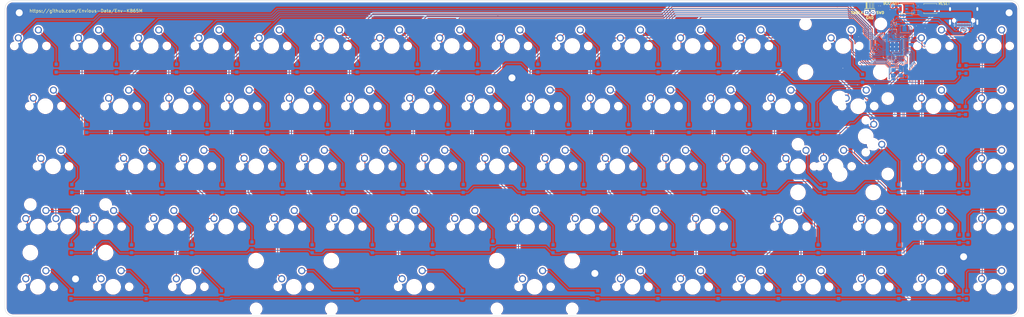
<source format=kicad_pcb>
(kicad_pcb (version 20171130) (host pcbnew "(5.1.10)-1")
  (layers (0 F.Cu signal) (31 B.Cu signal) (34 B.Paste user) (35 F.Paste user) (36 B.SilkS user) (37 F.SilkS user) (38 B.Mask user) (39 F.Mask user) (44 Edge.Cuts user))
  (net 0 "")
  (net 1 col0)
  (net 2 col1)
  (net 3 col2)
  (net 4 col3)
  (net 5 col4)
  (net 6 col5)
  (net 7 col6)
  (net 8 col7)
  (net 9 col8)
  (net 10 col9)
  (net 11 col10)
  (net 12 col11)
  (net 13 col12)
  (net 14 col13)
  (net 15 col14)
  (net 16 col15)
  (net 17 col16)
  (net 18 row0)
  (net 19 row1)
  (net 20 row2)
  (net 21 row3)
  (net 22 row4)
  (net 23 "Net-(D_0-Pad2)")
  (net 24 "Net-(D_1-Pad2)")
  (net 25 "Net-(D_2-Pad2)")
  (net 26 "Net-(D_3-Pad2)")
  (net 27 "Net-(D_4-Pad2)")
  (net 28 "Net-(D_5-Pad2)")
  (net 29 "Net-(D_6-Pad2)")
  (net 30 "Net-(D_7-Pad2)")
  (net 31 "Net-(D_8-Pad2)")
  (net 32 "Net-(D_9-Pad2)")
  (net 33 "Net-(D_10-Pad2)")
  (net 34 "Net-(D_11-Pad2)")
  (net 35 "Net-(D_12-Pad2)")
  (net 36 "Net-(D_13-Pad2)")
  (net 37 "Net-(D_16-Pad2)")
  (net 38 "Net-(D_17-Pad2)")
  (net 39 "Net-(D_18-Pad2)")
  (net 40 "Net-(D_19-Pad2)")
  (net 41 "Net-(D_20-Pad2)")
  (net 42 "Net-(D_21-Pad2)")
  (net 43 "Net-(D_22-Pad2)")
  (net 44 "Net-(D_23-Pad2)")
  (net 45 "Net-(D_24-Pad2)")
  (net 46 "Net-(D_25-Pad2)")
  (net 47 "Net-(D_26-Pad2)")
  (net 48 "Net-(D_27-Pad2)")
  (net 49 "Net-(D_28-Pad2)")
  (net 50 "Net-(D_32-Pad2)")
  (net 51 "Net-(D_33-Pad2)")
  (net 52 "Net-(D_34-Pad2)")
  (net 53 "Net-(D_35-Pad2)")
  (net 54 "Net-(D_36-Pad2)")
  (net 55 "Net-(D_37-Pad2)")
  (net 56 "Net-(D_38-Pad2)")
  (net 57 "Net-(D_39-Pad2)")
  (net 58 "Net-(D_40-Pad2)")
  (net 59 "Net-(D_41-Pad2)")
  (net 60 "Net-(D_42-Pad2)")
  (net 61 "Net-(D_43-Pad2)")
  (net 62 "Net-(D_44-Pad2)")
  (net 63 "Net-(D_29-Pad2)")
  (net 64 "Net-(D_47-Pad2)")
  (net 65 "Net-(D_48-Pad2)")
  (net 66 "Net-(D_49-Pad2)")
  (net 67 "Net-(D_50-Pad2)")
  (net 68 "Net-(D_51-Pad2)")
  (net 69 "Net-(D_52-Pad2)")
  (net 70 "Net-(D_53-Pad2)")
  (net 71 "Net-(D_54-Pad2)")
  (net 72 "Net-(D_55-Pad2)")
  (net 73 "Net-(D_56-Pad2)")
  (net 74 "Net-(D_57-Pad2)")
  (net 75 "Net-(D_58-Pad2)")
  (net 76 "Net-(D_59-Pad2)")
  (net 77 "Net-(D_60-Pad2)")
  (net 78 "Net-(D_61-Pad2)")
  (net 79 "Net-(D_62-Pad2)")
  (net 80 "Net-(D_63-Pad2)")
  (net 81 "Net-(D_64-Pad2)")
  (net 82 "Net-(D_65-Pad2)")
  (net 83 "Net-(D_66-Pad2)")
  (net 84 "Net-(D_67-Pad2)")
  (net 85 "Net-(D_68-Pad2)")
  (net 86 "Net-(D_69-Pad2)")
  (net 87 "Net-(D_70-Pad2)")
  (net 88 "Net-(D_14-Pad2)")
  (net 89 "Net-(D_15-Pad2)")
  (net 90 "Net-(D_30-Pad2)")
  (net 91 "Net-(D_31-Pad2)")
  (net 92 "Net-(D_45-Pad2)")
  (net 93 "Net-(D_46-Pad2)")
  (net 94 GND)
  (net 95 VBUS)
  (net 96 "Net-(R6-Pad2)")
  (net 97 "Net-(R5-Pad2)")
  (net 98 USB_D-)
  (net 99 USB_D+)
  (net 100 "Net-(R3-Pad2)")
  (net 101 "Net-(R4-Pad2)")
  (net 102 "Net-(D_421-Pad2)")
  (net 103 "Net-(D_422-Pad2)")
  (net 104 "Net-(D_131-Pad2)")
  (net 105 "Net-(D_132-Pad2)")
  (net 106 "Net-(D_271-Pad2)")
  (net 107 "Net-(D_272-Pad2)")
  (net 108 VSYS)
  (net 109 XIN)
  (net 110 +1V1)
  (net 111 +3V3)
  (net 112 XOUT)
  (net 113 "Net-(D3-Pad2)")
  (net 114 /QSPI_SD3)
  (net 115 /QSPI_SCLK)
  (net 116 /QSPI_SD0)
  (net 117 /QSPI_SD2)
  (net 118 /QSPI_SD1)
  (net 119 /QSPI_SS)
  (net 120 /~USB_BOOT)
  (net 121 /SWD)
  (net 122 /SWCLK)
  (net 123 /GPIO25)
  (net 124 /RUN)
  (module Button_Switch_SMD:SW_Push_SPST_NO_Alps_SKRK (layer F.Cu) (at 357.2838 99.67996 180)
    (fp_text reference J1)
    (fp_text value SKRKAEE020)
    (pad 1 smd roundrect (at -2.1 0 180) (size 0.8 2) (layers F.Cu F.Paste F.Mask) (net 124 /RUN))
    (pad 2 smd roundrect (at 2.1 0 180) (size 0.8 2) (layers F.Cu F.Paste F.Mask) (net 94 GND))
  )
  (module Capacitor_SMD:C_0402_1005Metric (layer F.Cu) (at 346.2094 104.09956 90)
    (fp_text reference C16)
    (fp_text value "100nf 0402")
    (pad 2 smd roundrect (at 0.48 0 90) (size 0.56 0.62) (layers F.Cu F.Paste F.Mask) (net 94 GND))
    (pad 1 smd roundrect (at -0.48 0 90) (size 0.56 0.62) (layers F.Cu F.Paste F.Mask) (net 111 +3V3))
  )
  (module Capacitor_SMD:C_0402_1005Metric (layer F.Cu) (at 347.962 114.61776 270)
    (fp_text reference C15)
    (fp_text value "100nf 0402")
    (pad 2 smd roundrect (at 0.48 0 270) (size 0.56 0.62) (layers F.Cu F.Paste F.Mask) (net 94 GND))
    (pad 1 smd roundrect (at -0.48 0 270) (size 0.56 0.62) (layers F.Cu F.Paste F.Mask) (net 111 +3V3))
  )
  (module Connector_PinHeader_1.00mm:PinHeader_1x03_P1.00mm_Horizontal (layer F.Cu) (at 337.1162 100.97536 90)
    (fp_text reference J5)
    (fp_text value Conn_01x03_Male)
    (pad 3 thru_hole oval (at 0 2 90) (size 0.85 0.85) (drill 0.5) (layers *.Cu *.Mask) (net 121 /SWD))
    (pad 2 thru_hole oval (at 0 1 90) (size 0.85 0.85) (drill 0.5) (layers *.Cu *.Mask) (net 94 GND))
    (pad 1 thru_hole rect (at 0 0 90) (size 0.85 0.85) (drill 0.5) (layers *.Cu *.Mask) (net 122 /SWCLK))
  )
  (module MX_Only:MXOnly-1U-NoLED (layer F.Cu) (at 377.319 111.51636)
    (fp_text reference K_132)
    (fp_text value KEYSW)
    (pad 2 thru_hole circle (at 2.54 -5.08) (size 2.25 2.25) (drill 1.47) (layers *.Cu B.Mask) (net 105 "Net-(D_132-Pad2)"))
    (pad "" np_thru_hole circle (at 0 0) (size 3.9878 3.9878) (drill 3.9878) (layers *.Cu *.Mask))
    (pad 1 thru_hole circle (at -3.81 -2.54) (size 2.25 2.25) (drill 1.47) (layers *.Cu B.Mask) (net 17 col16))
    (pad "" np_thru_hole circle (at -5.08 0 48.0996) (size 1.75 1.75) (drill 1.75) (layers *.Cu *.Mask))
    (pad "" np_thru_hole circle (at 5.08 0 48.0996) (size 1.75 1.75) (drill 1.75) (layers *.Cu *.Mask))
  )
  (module Package_SON:SON-8-1EP_3x2mm_P0.5mm_EP1.4x1.6mm (layer B.Cu) (at 349.105 106.18236 180)
    (fp_text reference FLASH1)
    (fp_text value W25Q16)
    (pad 9 smd rect (at 0 0 180) (size 1.4 1.6) (layers B.Cu B.Mask) (net 94 GND))
    (pad 8 smd roundrect (at 1.2875 0.75 180) (size 0.525 0.35) (layers B.Cu B.Paste B.Mask) (net 111 +3V3))
    (pad 7 smd roundrect (at 1.2875 0.25 180) (size 0.525 0.35) (layers B.Cu B.Paste B.Mask) (net 114 /QSPI_SD3))
    (pad 6 smd roundrect (at 1.2875 -0.25 180) (size 0.525 0.35) (layers B.Cu B.Paste B.Mask) (net 115 /QSPI_SCLK))
    (pad 5 smd roundrect (at 1.2875 -0.75 180) (size 0.525 0.35) (layers B.Cu B.Paste B.Mask) (net 116 /QSPI_SD0))
    (pad 4 smd roundrect (at -1.2875 -0.75 180) (size 0.525 0.35) (layers B.Cu B.Paste B.Mask) (net 94 GND))
    (pad 3 smd roundrect (at -1.2875 -0.25 180) (size 0.525 0.35) (layers B.Cu B.Paste B.Mask) (net 117 /QSPI_SD2))
    (pad 2 smd roundrect (at -1.2875 0.25 180) (size 0.525 0.35) (layers B.Cu B.Paste B.Mask) (net 118 /QSPI_SD1))
    (pad 1 smd roundrect (at -1.2875 0.75 180) (size 0.525 0.35) (layers B.Cu B.Paste B.Mask) (net 119 /QSPI_SS))
  )
  (module Crystal:Crystal_SMD_3225-4Pin_3.2x2.5mm (layer B.Cu) (at 346.73772 119.96948 180)
    (fp_text reference Y1)
    (fp_text value Crystal)
    (pad 4 smd rect (at -1.1 0.85 180) (size 1.4 1.2) (layers B.Cu B.Paste B.Mask) (net 94 GND))
    (pad 3 smd rect (at 1.1 0.85 180) (size 1.4 1.2) (layers B.Cu B.Paste B.Mask) (net 112 XOUT))
    (pad 2 smd rect (at 1.1 -0.85 180) (size 1.4 1.2) (layers B.Cu B.Paste B.Mask) (net 94 GND))
    (pad 1 smd rect (at -1.1 -0.85 180) (size 1.4 1.2) (layers B.Cu B.Paste B.Mask) (net 109 XIN))
  )
  (module RP2040_minimal:RP2040-QFN-56 (layer B.Cu) (at 345.93 111.77036 180)
    (fp_text reference U3)
    (fp_text value RP2040)
    (pad 56 smd roundrect (at -2.6 3.4375 180) (size 0.2 0.875) (layers B.Cu B.Paste B.Mask) (net 119 /QSPI_SS))
    (pad 55 smd roundrect (at -2.2 3.4375 180) (size 0.2 0.875) (layers B.Cu B.Paste B.Mask) (net 118 /QSPI_SD1))
    (pad 54 smd roundrect (at -1.8 3.4375 180) (size 0.2 0.875) (layers B.Cu B.Paste B.Mask) (net 117 /QSPI_SD2))
    (pad 53 smd roundrect (at -1.4 3.4375 180) (size 0.2 0.875) (layers B.Cu B.Paste B.Mask) (net 116 /QSPI_SD0))
    (pad 52 smd roundrect (at -1 3.4375 180) (size 0.2 0.875) (layers B.Cu B.Paste B.Mask) (net 115 /QSPI_SCLK))
    (pad 51 smd roundrect (at -0.6 3.4375 180) (size 0.2 0.875) (layers B.Cu B.Paste B.Mask) (net 114 /QSPI_SD3))
    (pad 50 smd roundrect (at -0.2 3.4375 180) (size 0.2 0.875) (layers B.Cu B.Paste B.Mask) (net 110 +1V1))
    (pad 49 smd roundrect (at 0.2 3.4375 180) (size 0.2 0.875) (layers B.Cu B.Paste B.Mask) (net 111 +3V3))
    (pad 48 smd roundrect (at 0.6 3.4375 180) (size 0.2 0.875) (layers B.Cu B.Paste B.Mask) (net 111 +3V3))
    (pad 47 smd roundrect (at 1 3.4375 180) (size 0.2 0.875) (layers B.Cu B.Paste B.Mask) (net 100 "Net-(R3-Pad2)"))
    (pad 46 smd roundrect (at 1.4 3.4375 180) (size 0.2 0.875) (layers B.Cu B.Paste B.Mask) (net 101 "Net-(R4-Pad2)"))
    (pad 45 smd roundrect (at 1.8 3.4375 180) (size 0.2 0.875) (layers B.Cu B.Paste B.Mask) (net 110 +1V1))
    (pad 44 smd roundrect (at 2.2 3.4375 180) (size 0.2 0.875) (layers B.Cu B.Paste B.Mask) (net 111 +3V3))
    (pad 43 smd roundrect (at 2.6 3.4375 180) (size 0.2 0.875) (layers B.Cu B.Paste B.Mask) (net 111 +3V3))
    (pad 42 smd roundrect (at 3.4375 2.6 180) (size 0.875 0.2) (layers B.Cu B.Paste B.Mask) (net 111 +3V3))
    (pad 41 smd roundrect (at 3.4375 2.2 180) (size 0.875 0.2) (layers B.Cu B.Paste B.Mask))
    (pad 40 smd roundrect (at 3.4375 1.8 180) (size 0.875 0.2) (layers B.Cu B.Paste B.Mask) (net 1 col0))
    (pad 39 smd roundrect (at 3.4375 1.4 180) (size 0.875 0.2) (layers B.Cu B.Paste B.Mask) (net 2 col1))
    (pad 38 smd roundrect (at 3.4375 1 180) (size 0.875 0.2) (layers B.Cu B.Paste B.Mask) (net 3 col2))
    (pad 37 smd roundrect (at 3.4375 0.6 180) (size 0.875 0.2) (layers B.Cu B.Paste B.Mask) (net 123 /GPIO25))
    (pad 36 smd roundrect (at 3.4375 0.2 180) (size 0.875 0.2) (layers B.Cu B.Paste B.Mask))
    (pad 35 smd roundrect (at 3.4375 -0.2 180) (size 0.875 0.2) (layers B.Cu B.Paste B.Mask))
    (pad 34 smd roundrect (at 3.4375 -0.6 180) (size 0.875 0.2) (layers B.Cu B.Paste B.Mask) (net 4 col3))
    (pad 33 smd roundrect (at 3.4375 -1 180) (size 0.875 0.2) (layers B.Cu B.Paste B.Mask) (net 111 +3V3))
    (pad 32 smd roundrect (at 3.4375 -1.4 180) (size 0.875 0.2) (layers B.Cu B.Paste B.Mask) (net 5 col4))
    (pad 31 smd roundrect (at 3.4375 -1.8 180) (size 0.875 0.2) (layers B.Cu B.Paste B.Mask) (net 6 col5))
    (pad 30 smd roundrect (at 3.4375 -2.2 180) (size 0.875 0.2) (layers B.Cu B.Paste B.Mask) (net 7 col6))
    (pad 29 smd roundrect (at 3.4375 -2.6 180) (size 0.875 0.2) (layers B.Cu B.Paste B.Mask) (net 8 col7))
    (pad 28 smd roundrect (at 2.6 -3.4375 180) (size 0.2 0.875) (layers B.Cu B.Paste B.Mask) (net 9 col8))
    (pad 27 smd roundrect (at 2.2 -3.4375 180) (size 0.2 0.875) (layers B.Cu B.Paste B.Mask) (net 10 col9))
    (pad 26 smd roundrect (at 1.8 -3.4375 180) (size 0.2 0.875) (layers B.Cu B.Paste B.Mask) (net 124 /RUN))
    (pad 25 smd roundrect (at 1.4 -3.4375 180) (size 0.2 0.875) (layers B.Cu B.Paste B.Mask) (net 121 /SWD))
    (pad 24 smd roundrect (at 1 -3.4375 180) (size 0.2 0.875) (layers B.Cu B.Paste B.Mask) (net 122 /SWCLK))
    (pad 23 smd roundrect (at 0.6 -3.4375 180) (size 0.2 0.875) (layers B.Cu B.Paste B.Mask) (net 110 +1V1))
    (pad 22 smd roundrect (at 0.2 -3.4375 180) (size 0.2 0.875) (layers B.Cu B.Paste B.Mask) (net 111 +3V3))
    (pad 21 smd roundrect (at -0.2 -3.4375 180) (size 0.2 0.875) (layers B.Cu B.Paste B.Mask) (net 112 XOUT))
    (pad 20 smd roundrect (at -0.6 -3.4375 180) (size 0.2 0.875) (layers B.Cu B.Paste B.Mask) (net 109 XIN))
    (pad 19 smd roundrect (at -1 -3.4375 180) (size 0.2 0.875) (layers B.Cu B.Paste B.Mask) (net 94 GND))
    (pad 18 smd roundrect (at -1.4 -3.4375 180) (size 0.2 0.875) (layers B.Cu B.Paste B.Mask) (net 11 col10))
    (pad 17 smd roundrect (at -1.8 -3.4375 180) (size 0.2 0.875) (layers B.Cu B.Paste B.Mask) (net 12 col11))
    (pad 16 smd roundrect (at -2.2 -3.4375 180) (size 0.2 0.875) (layers B.Cu B.Paste B.Mask) (net 13 col12))
    (pad 15 smd roundrect (at -2.6 -3.4375 180) (size 0.2 0.875) (layers B.Cu B.Paste B.Mask) (net 14 col13))
    (pad 14 smd roundrect (at -3.4375 -2.6 180) (size 0.875 0.2) (layers B.Cu B.Paste B.Mask) (net 15 col14))
    (pad 13 smd roundrect (at -3.4375 -2.2 180) (size 0.875 0.2) (layers B.Cu B.Paste B.Mask) (net 18 row0))
    (pad 12 smd roundrect (at -3.4375 -1.8 180) (size 0.875 0.2) (layers B.Cu B.Paste B.Mask) (net 19 row1))
    (pad 11 smd roundrect (at -3.4375 -1.4 180) (size 0.875 0.2) (layers B.Cu B.Paste B.Mask) (net 20 row2))
    (pad 10 smd roundrect (at -3.4375 -1 180) (size 0.875 0.2) (layers B.Cu B.Paste B.Mask) (net 111 +3V3))
    (pad 9 smd roundrect (at -3.4375 -0.6 180) (size 0.875 0.2) (layers B.Cu B.Paste B.Mask) (net 21 row3))
    (pad 8 smd roundrect (at -3.4375 -0.2 180) (size 0.875 0.2) (layers B.Cu B.Paste B.Mask) (net 22 row4))
    (pad 7 smd roundrect (at -3.4375 0.2 180) (size 0.875 0.2) (layers B.Cu B.Paste B.Mask))
    (pad 6 smd roundrect (at -3.4375 0.6 180) (size 0.875 0.2) (layers B.Cu B.Paste B.Mask))
    (pad 5 smd roundrect (at -3.4375 1 180) (size 0.875 0.2) (layers B.Cu B.Paste B.Mask))
    (pad 4 smd roundrect (at -3.4375 1.4 180) (size 0.875 0.2) (layers B.Cu B.Paste B.Mask))
    (pad 3 smd roundrect (at -3.4375 1.8 180) (size 0.875 0.2) (layers B.Cu B.Paste B.Mask) (net 17 col16))
    (pad 2 smd roundrect (at -3.4375 2.2 180) (size 0.875 0.2) (layers B.Cu B.Paste B.Mask) (net 16 col15))
    (pad 1 smd roundrect (at -3.4375 2.6 180) (size 0.875 0.2) (layers B.Cu B.Paste B.Mask) (net 111 +3V3))
    (pad 57 thru_hole circle (at 1.275 -1.275 180) (size 0.6 0.6) (drill 0.35) (layers *.Cu) (net 94 GND))
    (pad 57 thru_hole circle (at 0 -1.275 180) (size 0.6 0.6) (drill 0.35) (layers *.Cu) (net 94 GND))
    (pad 57 thru_hole circle (at -1.275 -1.275 180) (size 0.6 0.6) (drill 0.35) (layers *.Cu) (net 94 GND))
    (pad 57 thru_hole circle (at 1.275 0 180) (size 0.6 0.6) (drill 0.35) (layers *.Cu) (net 94 GND))
    (pad 57 thru_hole circle (at 0 0 180) (size 0.6 0.6) (drill 0.35) (layers *.Cu) (net 94 GND))
    (pad 57 thru_hole circle (at -1.275 0 180) (size 0.6 0.6) (drill 0.35) (layers *.Cu) (net 94 GND))
    (pad 57 thru_hole circle (at 1.275 1.275 180) (size 0.6 0.6) (drill 0.35) (layers *.Cu) (net 94 GND))
    (pad 57 thru_hole circle (at 0 1.275 180) (size 0.6 0.6) (drill 0.35) (layers *.Cu) (net 94 GND))
    (pad 57 thru_hole circle (at -1.275 1.275 180) (size 0.6 0.6) (drill 0.35) (layers *.Cu) (net 94 GND))
    (pad 57 smd roundrect (at 0 0 180) (size 3.2 3.2) (layers B.Cu B.Mask) (roundrect_rratio 0.045) (net 94 GND))
  )
  (module Package_TO_SOT_SMD:SOT-23-5 (layer B.Cu) (at 348.679 99.77636 180)
    (fp_text reference U1)
    (fp_text value TLV73333PDBV)
    (pad 5 smd rect (at 1.1 0.95 180) (size 1.06 0.65) (layers B.Cu B.Paste B.Mask) (net 111 +3V3))
    (pad 4 smd rect (at 1.1 -0.95 180) (size 1.06 0.65) (layers B.Cu B.Paste B.Mask))
    (pad 3 smd rect (at -1.1 -0.95 180) (size 1.06 0.65) (layers B.Cu B.Paste B.Mask) (net 108 VSYS))
    (pad 2 smd rect (at -1.1 0 180) (size 1.06 0.65) (layers B.Cu B.Paste B.Mask) (net 94 GND))
    (pad 1 smd rect (at -1.1 0.95 180) (size 1.06 0.65) (layers B.Cu B.Paste B.Mask) (net 108 VSYS))
  )
  (module Resistor_SMD:R_0402_1005Metric (layer B.Cu) (at 340.355 111.16936)
    (fp_text reference R8)
    (fp_text value "470 ohm resistor")
    (pad 2 smd roundrect (at 0.51 0) (size 0.54 0.64) (layers B.Cu B.Paste B.Mask) (net 123 /GPIO25))
    (pad 1 smd roundrect (at -0.51 0) (size 0.54 0.64) (layers B.Cu B.Paste B.Mask) (net 113 "Net-(D3-Pad2)"))
  )
  (module Resistor_SMD:R_0402_1005Metric (layer B.Cu) (at 370.119 106.41636 180)
    (fp_text reference R6)
    (fp_text value 5.1K)
    (pad 2 smd roundrect (at 0.51 0 180) (size 0.54 0.64) (layers B.Cu B.Paste B.Mask) (net 96 "Net-(R6-Pad2)"))
    (pad 1 smd roundrect (at -0.51 0 180) (size 0.54 0.64) (layers B.Cu B.Paste B.Mask) (net 94 GND))
  )
  (module Resistor_SMD:R_0402_1005Metric (layer B.Cu) (at 365.519 106.31636)
    (fp_text reference R5)
    (fp_text value 5.1K)
    (pad 2 smd roundrect (at 0.51 0) (size 0.54 0.64) (layers B.Cu B.Paste B.Mask) (net 97 "Net-(R5-Pad2)"))
    (pad 1 smd roundrect (at -0.51 0) (size 0.54 0.64) (layers B.Cu B.Paste B.Mask) (net 94 GND))
  )
  (module Capacitor_SMD:C_0402_1005Metric (layer B.Cu) (at 347.0984 102.75336 180)
    (fp_text reference R4)
    (fp_text value " 27Ohms 0402 Resistor")
    (pad 2 smd roundrect (at 0.48 0 180) (size 0.56 0.62) (layers B.Cu B.Paste B.Mask) (net 101 "Net-(R4-Pad2)"))
    (pad 1 smd roundrect (at -0.48 0 180) (size 0.56 0.62) (layers B.Cu B.Paste B.Mask) (net 98 USB_D-))
  )
  (module Capacitor_SMD:C_0402_1005Metric (layer B.Cu) (at 348.5462 103.69316 180)
    (fp_text reference R3)
    (fp_text value " 27Ohms  0402 Resistor")
    (pad 2 smd roundrect (at 0.48 0 180) (size 0.56 0.62) (layers B.Cu B.Paste B.Mask) (net 100 "Net-(R3-Pad2)"))
    (pad 1 smd roundrect (at -0.48 0 180) (size 0.56 0.62) (layers B.Cu B.Paste B.Mask) (net 99 USB_D+))
  )
  (module Capacitor_SMD:C_0402_1005Metric (layer B.Cu) (at 351.0608 108.95096)
    (fp_text reference R2)
    (fp_text value DNF)
    (pad 2 smd roundrect (at 0.48 0) (size 0.56 0.62) (layers B.Cu B.Paste B.Mask) (net 119 /QSPI_SS))
    (pad 1 smd roundrect (at -0.48 0) (size 0.56 0.62) (layers B.Cu B.Paste B.Mask) (net 111 +3V3))
  )
  (module Capacitor_SMD:C_0402_1005Metric (layer F.Cu) (at 348.32522 101.92786 180)
    (fp_text reference R1)
    (fp_text value "1k 0402 Resistor")
    (pad 2 smd roundrect (at 0.48 0 180) (size 0.56 0.62) (layers F.Cu F.Paste F.Mask) (net 120 /~USB_BOOT))
    (pad 1 smd roundrect (at -0.48 0 180) (size 0.56 0.62) (layers F.Cu F.Paste F.Mask) (net 119 /QSPI_SS))
  )
  (module Button_Switch_SMD:SW_Push_SPST_NO_Alps_SKRK (layer F.Cu) (at 349.93558 99.67996)
    (fp_text reference J2)
    (fp_text value SKRKAEE020)
    (pad 1 smd roundrect (at -2.1 0) (size 0.8 2) (layers F.Cu F.Paste F.Mask) (net 120 /~USB_BOOT))
    (pad 2 smd roundrect (at 2.1 0) (size 0.8 2) (layers F.Cu F.Paste F.Mask) (net 94 GND))
  )
  (module HRO-TYPE-C31-M-12:HRO-TYPE-C-31-M-12 (layer B.Cu) (at 367.819 97.21636)
    (fp_text reference e1)
    (fp_text value TYPE-C-31-M-12)
    (pad 12 smd rect (at 3.225 7.695) (size 0.6 1.45) (layers B.Cu B.Paste B.Mask) (net 94 GND))
    (pad 1 smd rect (at -3.225 7.695) (size 0.6 1.45) (layers B.Cu B.Paste B.Mask) (net 94 GND))
    (pad 11 smd rect (at 2.45 7.695) (size 0.6 1.45) (layers B.Cu B.Paste B.Mask) (net 95 VBUS))
    (pad 2 smd rect (at -2.45 7.695) (size 0.6 1.45) (layers B.Cu B.Paste B.Mask) (net 95 VBUS))
    (pad 3 smd rect (at -1.75 7.695) (size 0.3 1.45) (layers B.Cu B.Paste B.Mask))
    (pad 10 smd rect (at 1.75 7.695) (size 0.3 1.45) (layers B.Cu B.Paste B.Mask) (net 96 "Net-(R6-Pad2)"))
    (pad 4 smd rect (at -1.25 7.695) (size 0.3 1.45) (layers B.Cu B.Paste B.Mask) (net 97 "Net-(R5-Pad2)"))
    (pad 9 smd rect (at 1.25 7.695) (size 0.3 1.45) (layers B.Cu B.Paste B.Mask))
    (pad 5 smd rect (at -0.75 7.695) (size 0.3 1.45) (layers B.Cu B.Paste B.Mask) (net 98 USB_D-))
    (pad 8 smd rect (at 0.75 7.695) (size 0.3 1.45) (layers B.Cu B.Paste B.Mask) (net 99 USB_D+))
    (pad 7 smd rect (at 0.25 7.695) (size 0.3 1.45) (layers B.Cu B.Paste B.Mask) (net 98 USB_D-))
    (pad 6 smd rect (at -0.25 7.695) (size 0.3 1.45) (layers B.Cu B.Paste B.Mask) (net 99 USB_D+))
    (pad "" np_thru_hole circle (at 2.89 6.25) (size 0.65 0.65) (drill 0.65) (layers *.Cu *.Mask))
    (pad "" np_thru_hole circle (at -2.89 6.25) (size 0.65 0.65) (drill 0.65) (layers *.Cu *.Mask))
    (pad 13 thru_hole oval (at -4.32 6.78) (size 1 2.1) (drill oval 0.6 1.7) (layers *.Cu F.Mask) (net 94 GND))
    (pad 13 thru_hole oval (at 4.32 6.78) (size 1 2.1) (drill oval 0.6 1.7) (layers *.Cu F.Mask) (net 94 GND))
    (pad 13 thru_hole oval (at -4.32 2.6) (size 1 1.6) (drill oval 0.6 1.2) (layers *.Cu F.Mask) (net 94 GND))
    (pad 13 thru_hole oval (at 4.32 2.6) (size 1 1.6) (drill oval 0.6 1.2) (layers *.Cu F.Mask) (net 94 GND))
  )
  (module LED_SMD:LED_0402_1005Metric (layer F.Cu) (at 341.981 98.82736)
    (fp_text reference D3)
    (fp_text value "LED 0402 YELLOW")
    (pad 2 smd roundrect (at 0.485 0) (size 0.59 0.64) (layers F.Cu F.Paste F.Mask) (net 113 "Net-(D3-Pad2)"))
    (pad 1 smd roundrect (at -0.485 0) (size 0.59 0.64) (layers F.Cu F.Paste F.Mask) (net 94 GND))
  )
  (module Diode_SMD:D_0603_1608Metric (layer B.Cu) (at 352.919 100.91636)
    (fp_text reference D1)
    (fp_text value "1N4002 0603")
    (pad 2 smd roundrect (at 0.7875 0) (size 0.875 0.95) (layers B.Cu B.Paste B.Mask) (net 95 VBUS))
    (pad 1 smd roundrect (at -0.7875 0) (size 0.875 0.95) (layers B.Cu B.Paste B.Mask) (net 108 VSYS))
  )
  (module Capacitor_SMD:C_0402_1005Metric (layer B.Cu) (at 346.44816 122.225)
    (fp_text reference C19)
    (fp_text value "22pf 0402")
    (pad 2 smd roundrect (at 0.48 0) (size 0.56 0.62) (layers B.Cu B.Paste B.Mask) (net 112 XOUT))
    (pad 1 smd roundrect (at -0.48 0) (size 0.56 0.62) (layers B.Cu B.Paste B.Mask) (net 94 GND))
  )
  (module Capacitor_SMD:C_0402_1005Metric (layer F.Cu) (at 348.9399 112.77366)
    (fp_text reference C14)
    (fp_text value "100nf 0402")
    (pad 2 smd roundrect (at 0.48 0) (size 0.56 0.62) (layers F.Cu F.Paste F.Mask) (net 94 GND))
    (pad 1 smd roundrect (at -0.48 0) (size 0.56 0.62) (layers F.Cu F.Paste F.Mask) (net 111 +3V3))
  )
  (module Capacitor_SMD:C_0402_1005Metric (layer B.Cu) (at 340.2658 112.53236 180)
    (fp_text reference C13)
    (fp_text value "100nf 0402")
    (pad 2 smd roundrect (at 0.48 0 180) (size 0.56 0.62) (layers B.Cu B.Paste B.Mask) (net 94 GND))
    (pad 1 smd roundrect (at -0.48 0 180) (size 0.56 0.62) (layers B.Cu B.Paste B.Mask) (net 111 +3V3))
  )
  (module Capacitor_SMD:C_0402_1005Metric (layer B.Cu) (at 345.7268 117.18056 270)
    (fp_text reference C11)
    (fp_text value "100nf 0402")
    (pad 2 smd roundrect (at 0.48 0 270) (size 0.56 0.62) (layers B.Cu B.Paste B.Mask) (net 94 GND))
    (pad 1 smd roundrect (at -0.48 0 270) (size 0.56 0.62) (layers B.Cu B.Paste B.Mask) (net 111 +3V3))
  )
  (module Capacitor_SMD:C_0402_1005Metric (layer B.Cu) (at 344.5965 106.05536 90)
    (fp_text reference C10)
    (fp_text value "1uf 0402")
    (pad 2 smd roundrect (at 0.48 0 90) (size 0.56 0.62) (layers B.Cu B.Paste B.Mask) (net 94 GND))
    (pad 1 smd roundrect (at -0.48 0 90) (size 0.56 0.62) (layers B.Cu B.Paste B.Mask) (net 111 +3V3))
  )
  (module Capacitor_SMD:C_0402_1005Metric (layer F.Cu) (at 347.80452 109.1694 180)
    (fp_text reference C8)
    (fp_text value "100nf 0402")
    (pad 2 smd roundrect (at 0.48 0 180) (size 0.56 0.62) (layers F.Cu F.Paste F.Mask) (net 94 GND))
    (pad 1 smd roundrect (at -0.48 0 180) (size 0.56 0.62) (layers F.Cu F.Paste F.Mask) (net 111 +3V3))
  )
  (module Capacitor_SMD:C_0402_1005Metric (layer F.Cu) (at 346.438 115.26286)
    (fp_text reference C7)
    (fp_text value "100nf 0402")
    (pad 2 smd roundrect (at 0.48 0) (size 0.56 0.62) (layers F.Cu F.Paste F.Mask) (net 94 GND))
    (pad 1 smd roundrect (at -0.48 0) (size 0.56 0.62) (layers F.Cu F.Paste F.Mask) (net 110 +1V1))
  )
  (module Capacitor_SMD:C_0402_1005Metric (layer F.Cu) (at 346.12558 106.19252 90)
    (fp_text reference C6)
    (fp_text value "100nf 0402")
    (pad 2 smd roundrect (at 0.48 0 90) (size 0.56 0.62) (layers F.Cu F.Paste F.Mask) (net 94 GND))
    (pad 1 smd roundrect (at -0.48 0 90) (size 0.56 0.62) (layers F.Cu F.Paste F.Mask) (net 110 +1V1))
  )
  (module Capacitor_SMD:C_0402_1005Metric (layer B.Cu) (at 346.5396 104.96316 45)
    (fp_text reference C5)
    (fp_text value "100nf 0402")
    (pad 2 smd roundrect (at 0.48 0 45) (size 0.56 0.62) (layers B.Cu B.Paste B.Mask) (net 94 GND))
    (pad 1 smd roundrect (at -0.48 0 45) (size 0.56 0.62) (layers B.Cu B.Paste B.Mask) (net 111 +3V3))
  )
  (module Capacitor_SMD:C_0603_1608Metric (layer B.Cu) (at 344.629 98.82636 180)
    (fp_text reference C4)
    (fp_text value "1uf 0603 6.3V")
    (pad 2 smd roundrect (at 0.775 0 180) (size 0.9 0.95) (layers B.Cu B.Paste B.Mask) (net 94 GND))
    (pad 1 smd roundrect (at -0.775 0 180) (size 0.9 0.95) (layers B.Cu B.Paste B.Mask) (net 111 +3V3))
  )
  (module Capacitor_SMD:C_0402_1005Metric (layer F.Cu) (at 346.311 108.21436)
    (fp_text reference C3)
    (fp_text value "1uf 0402")
    (pad 2 smd roundrect (at 0.48 0) (size 0.56 0.62) (layers F.Cu F.Paste F.Mask) (net 94 GND))
    (pad 1 smd roundrect (at -0.48 0) (size 0.56 0.62) (layers F.Cu F.Paste F.Mask) (net 110 +1V1))
  )
  (module Capacitor_SMD:C_0402_1005Metric (layer B.Cu) (at 349.48092 120.81276 270)
    (fp_text reference C2)
    (fp_text value "22pf 0402")
    (pad 2 smd roundrect (at 0.48 0 270) (size 0.56 0.62) (layers B.Cu B.Paste B.Mask) (net 109 XIN))
    (pad 1 smd roundrect (at -0.48 0 270) (size 0.56 0.62) (layers B.Cu B.Paste B.Mask) (net 94 GND))
  )
  (module Capacitor_SMD:C_0603_1608Metric (layer B.Cu) (at 352.659 98.88636)
    (fp_text reference C1)
    (fp_text value "1uf 0603 6.3V")
    (pad 2 smd roundrect (at 0.775 0) (size 0.9 0.95) (layers B.Cu B.Paste B.Mask) (net 94 GND))
    (pad 1 smd roundrect (at -0.775 0) (size 0.9 0.95) (layers B.Cu B.Paste B.Mask) (net 108 VSYS))
  )
  (module MX_Only:MXOnly-1U-NoLED (layer F.Cu) (at 358.2592 111.51)
    (fp_text reference K_131)
    (fp_text value KEYSW)
    (pad 2 thru_hole circle (at 2.54 -5.08) (size 2.25 2.25) (drill 1.47) (layers *.Cu B.Mask) (net 104 "Net-(D_131-Pad2)"))
    (pad "" np_thru_hole circle (at 0 0) (size 3.9878 3.9878) (drill 3.9878) (layers *.Cu *.Mask))
    (pad 1 thru_hole circle (at -3.81 -2.54) (size 2.25 2.25) (drill 1.47) (layers *.Cu B.Mask) (net 16 col15))
    (pad "" np_thru_hole circle (at -5.08 0 48.0996) (size 1.75 1.75) (drill 1.75) (layers *.Cu *.Mask))
    (pad "" np_thru_hole circle (at 5.08 0 48.0996) (size 1.75 1.75) (drill 1.75) (layers *.Cu *.Mask))
  )
  (module MX_Only:MXOnly-2U-NoLED (layer F.Cu) (at 329.6842 111.50912)
    (fp_text reference K_13)
    (fp_text value KEYSW)
    (pad "" np_thru_hole circle (at 11.90625 8.255) (size 3.9878 3.9878) (drill 3.9878) (layers *.Cu *.Mask))
    (pad "" np_thru_hole circle (at -11.90625 8.255) (size 3.9878 3.9878) (drill 3.9878) (layers *.Cu *.Mask))
    (pad "" np_thru_hole circle (at 11.90625 -6.985) (size 3.048 3.048) (drill 3.048) (layers *.Cu *.Mask))
    (pad "" np_thru_hole circle (at -11.90625 -6.985) (size 3.048 3.048) (drill 3.048) (layers *.Cu *.Mask))
    (pad "" np_thru_hole circle (at 5.08 0 48.0996) (size 1.75 1.75) (drill 1.75) (layers *.Cu *.Mask))
    (pad "" np_thru_hole circle (at -5.08 0 48.0996) (size 1.75 1.75) (drill 1.75) (layers *.Cu *.Mask))
    (pad 1 thru_hole circle (at -3.81 -2.54) (size 2.25 2.25) (drill 1.47) (layers *.Cu B.Mask) (net 15 col14))
    (pad "" np_thru_hole circle (at 0 0) (size 3.9878 3.9878) (drill 3.9878) (layers *.Cu *.Mask))
    (pad 2 thru_hole circle (at 2.54 -5.08) (size 2.25 2.25) (drill 1.47) (layers *.Cu B.Mask) (net 36 "Net-(D_13-Pad2)"))
  )
  (module MX_Only:MXOnly-ISO-ROTATED-ReversedStabilizers-NoLED (layer F.Cu) (at 336.8342 140.08412)
    (fp_text reference K_42)
    (fp_text value KEYSW)
    (pad 2 thru_hole circle (at 5.08 2.54) (size 2.25 2.25) (drill 1.47) (layers *.Cu B.Mask) (net 59 "Net-(D_41-Pad2)"))
    (pad "" np_thru_hole circle (at 0 0) (size 3.9878 3.9878) (drill 3.9878) (layers *.Cu *.Mask))
    (pad 1 thru_hole circle (at 2.54 -3.81) (size 2.25 2.25) (drill 1.47) (layers *.Cu B.Mask) (net 15 col14))
    (pad "" np_thru_hole circle (at 0 -5.08 48.0996) (size 1.75 1.75) (drill 1.75) (layers *.Cu *.Mask))
    (pad "" np_thru_hole circle (at 0 5.08 48.0996) (size 1.75 1.75) (drill 1.75) (layers *.Cu *.Mask))
    (pad "" np_thru_hole circle (at 6.985 11.938) (size 3.048 3.048) (drill 3.048) (layers *.Cu *.Mask))
    (pad "" np_thru_hole circle (at 6.985 -11.938) (size 3.048 3.048) (drill 3.048) (layers *.Cu *.Mask))
    (pad "" np_thru_hole circle (at -8.255 11.938) (size 3.9878 3.9878) (drill 3.9878) (layers *.Cu *.Mask))
    (pad "" np_thru_hole circle (at -8.255 -11.938) (size 3.9878 3.9878) (drill 3.9878) (layers *.Cu *.Mask))
  )
  (module MX_Only:MXOnly-1.5U-NoLED (layer F.Cu) (at 334.45 130.56)
    (fp_text reference K_27)
    (fp_text value KEYSW)
    (pad "" np_thru_hole circle (at 5.08 0 48.0996) (size 1.75 1.75) (drill 1.75) (layers *.Cu *.Mask))
    (pad "" np_thru_hole circle (at -5.08 0 48.0996) (size 1.75 1.75) (drill 1.75) (layers *.Cu *.Mask))
    (pad 1 thru_hole circle (at -3.81 -2.54) (size 2.25 2.25) (drill 1.47) (layers *.Cu B.Mask) (net 15 col14))
    (pad "" np_thru_hole circle (at 0 0) (size 3.9878 3.9878) (drill 3.9878) (layers *.Cu *.Mask))
    (pad 2 thru_hole circle (at 2.54 -5.08) (size 2.25 2.25) (drill 1.47) (layers *.Cu B.Mask) (net 48 "Net-(D_27-Pad2)"))
  )
  (module Diode_SMD:D_SOD-323_HandSoldering (layer B.Cu) (at 368.4192 131.95612 90)
    (fp_text reference D_272)
    (fp_text value "Diode SOD-323")
    (pad 2 smd rect (at 1.25 0 90) (size 1 1) (layers B.Cu B.Paste B.Mask) (net 107 "Net-(D_272-Pad2)"))
    (pad 1 smd rect (at -1.25 0 90) (size 1 1) (layers B.Cu B.Paste B.Mask) (net 19 row1))
  )
  (module Diode_SMD:D_SOD-323_HandSoldering (layer B.Cu) (at 366.3872 131.95612 90)
    (fp_text reference D_271)
    (fp_text value "Diode SOD-323")
    (pad 2 smd rect (at 1.25 0 90) (size 1 1) (layers B.Cu B.Paste B.Mask) (net 106 "Net-(D_271-Pad2)"))
    (pad 1 smd rect (at -1.25 0 90) (size 1 1) (layers B.Cu B.Paste B.Mask) (net 19 row1))
  )
  (module Diode_SMD:D_SOD-323_HandSoldering (layer B.Cu) (at 368.5462 118.93862 90)
    (fp_text reference D_132)
    (fp_text value "Diode SOD-323")
    (pad 2 smd rect (at 1.25 0 90) (size 1 1) (layers B.Cu B.Paste B.Mask) (net 105 "Net-(D_132-Pad2)"))
    (pad 1 smd rect (at -1.25 0 90) (size 1 1) (layers B.Cu B.Paste B.Mask) (net 18 row0))
  )
  (module Diode_SMD:D_SOD-323_HandSoldering (layer B.Cu) (at 366.5142 118.93862 90)
    (fp_text reference D_131)
    (fp_text value "Diode SOD-323")
    (pad 2 smd rect (at 1.25 0 90) (size 1 1) (layers B.Cu B.Paste B.Mask) (net 104 "Net-(D_131-Pad2)"))
    (pad 1 smd rect (at -1.25 0 90) (size 1 1) (layers B.Cu B.Paste B.Mask) (net 18 row0))
  )
  (module MX_Only:MXOnly-1U-NoLED (layer F.Cu) (at 377.3092 130.55912)
    (fp_text reference K_272)
    (fp_text value KEYSW)
    (pad 2 thru_hole circle (at 2.54 -5.08) (size 2.25 2.25) (drill 1.47) (layers *.Cu B.Mask) (net 107 "Net-(D_272-Pad2)"))
    (pad "" np_thru_hole circle (at 0 0) (size 3.9878 3.9878) (drill 3.9878) (layers *.Cu *.Mask))
    (pad 1 thru_hole circle (at -3.81 -2.54) (size 2.25 2.25) (drill 1.47) (layers *.Cu B.Mask) (net 17 col16))
    (pad "" np_thru_hole circle (at -5.08 0 48.0996) (size 1.75 1.75) (drill 1.75) (layers *.Cu *.Mask))
    (pad "" np_thru_hole circle (at 5.08 0 48.0996) (size 1.75 1.75) (drill 1.75) (layers *.Cu *.Mask))
  )
  (module MX_Only:MXOnly-1U-NoLED (layer F.Cu) (at 358.2592 130.55912)
    (fp_text reference K_271)
    (fp_text value KEYSW)
    (pad 2 thru_hole circle (at 2.54 -5.08) (size 2.25 2.25) (drill 1.47) (layers *.Cu B.Mask) (net 106 "Net-(D_271-Pad2)"))
    (pad "" np_thru_hole circle (at 0 0) (size 3.9878 3.9878) (drill 3.9878) (layers *.Cu *.Mask))
    (pad 1 thru_hole circle (at -3.81 -2.54) (size 2.25 2.25) (drill 1.47) (layers *.Cu B.Mask) (net 16 col15))
    (pad "" np_thru_hole circle (at -5.08 0 48.0996) (size 1.75 1.75) (drill 1.75) (layers *.Cu *.Mask))
    (pad "" np_thru_hole circle (at 5.08 0 48.0996) (size 1.75 1.75) (drill 1.75) (layers *.Cu *.Mask))
  )
  (module MX_Only:MXOnly-1U-NoLED (layer F.Cu) (at 377.31 149.608)
    (fp_text reference K_422)
    (fp_text value KEYSW)
    (pad 2 thru_hole circle (at 2.54 -5.08) (size 2.25 2.25) (drill 1.47) (layers *.Cu B.Mask) (net 103 "Net-(D_422-Pad2)"))
    (pad "" np_thru_hole circle (at 0 0) (size 3.9878 3.9878) (drill 3.9878) (layers *.Cu *.Mask))
    (pad 1 thru_hole circle (at -3.81 -2.54) (size 2.25 2.25) (drill 1.47) (layers *.Cu B.Mask) (net 17 col16))
    (pad "" np_thru_hole circle (at -5.08 0 48.0996) (size 1.75 1.75) (drill 1.75) (layers *.Cu *.Mask))
    (pad "" np_thru_hole circle (at 5.08 0 48.0996) (size 1.75 1.75) (drill 1.75) (layers *.Cu *.Mask))
  )
  (module MX_Only:MXOnly-1U-NoLED (layer F.Cu) (at 358.26 149.61)
    (fp_text reference K_421)
    (fp_text value KEYSW)
    (pad 2 thru_hole circle (at 2.54 -5.08) (size 2.25 2.25) (drill 1.47) (layers *.Cu B.Mask) (net 102 "Net-(D_421-Pad2)"))
    (pad "" np_thru_hole circle (at 0 0) (size 3.9878 3.9878) (drill 3.9878) (layers *.Cu *.Mask))
    (pad 1 thru_hole circle (at -3.81 -2.54) (size 2.25 2.25) (drill 1.47) (layers *.Cu B.Mask) (net 16 col15))
    (pad "" np_thru_hole circle (at -5.08 0 48.0996) (size 1.75 1.75) (drill 1.75) (layers *.Cu *.Mask))
    (pad "" np_thru_hole circle (at 5.08 0 48.0996) (size 1.75 1.75) (drill 1.75) (layers *.Cu *.Mask))
  )
  (module Diode_SMD:D_SOD-323_HandSoldering (layer B.Cu) (at 368.975 156.6 90)
    (fp_text reference D_422)
    (fp_text value "Diode SOD-323")
    (pad 2 smd rect (at 1.25 0 90) (size 1 1) (layers B.Cu B.Paste B.Mask) (net 103 "Net-(D_422-Pad2)"))
    (pad 1 smd rect (at -1.25 0 90) (size 1 1) (layers B.Cu B.Paste B.Mask) (net 20 row2))
  )
  (module Diode_SMD:D_SOD-323_HandSoldering (layer B.Cu) (at 366.325 156.575 90)
    (fp_text reference D_421)
    (fp_text value "Diode SOD-323")
    (pad 2 smd rect (at 1.25 0 90) (size 1 1) (layers B.Cu B.Paste B.Mask) (net 102 "Net-(D_421-Pad2)"))
    (pad 1 smd rect (at -1.25 0 90) (size 1 1) (layers B.Cu B.Paste B.Mask) (net 20 row2))
  )
  (module MountingHole:MountingHole_2.2mm_M2_Pad (layer F.Cu) (at 251.125 183.475)
    (fp_text reference H5)
    (fp_text value MountingHole)
    (pad 1 thru_hole circle (at 0 0) (size 4.4 4.4) (drill 2.2) (layers *.Cu *.Mask) (net 94 GND))
  )
  (module MountingHole:MountingHole_2.2mm_M2_Pad (layer F.Cu) (at 224.9 121.6)
    (fp_text reference H4)
    (fp_text value MountingHole)
    (pad 1 thru_hole circle (at 0 0) (size 4.4 4.4) (drill 2.2) (layers *.Cu *.Mask) (net 94 GND))
  )
  (module MountingHole:MountingHole_2.2mm_M2_Pad (layer F.Cu) (at 367.8 178.2)
    (fp_text reference H3)
    (fp_text value MountingHole)
    (pad 1 thru_hole circle (at 0 0) (size 4.4 4.4) (drill 2.2) (layers *.Cu *.Mask) (net 94 GND))
  )
  (module MountingHole:MountingHole_2.2mm_M2_Pad (layer F.Cu) (at 86.8 185.22)
    (fp_text reference H2)
    (fp_text value MountingHole)
    (pad 1 thru_hole circle (at 0 0) (size 4.4 4.4) (drill 2.2) (layers *.Cu *.Mask) (net 94 GND))
  )
  (module MountingHole:MountingHole_2.2mm_M2_Pad (layer F.Cu) (at 69 101)
    (fp_text reference H1)
    (fp_text value MountingHole)
    (pad 1 thru_hole circle (at 0 0) (size 4.4 4.4) (drill 2.2) (layers *.Cu *.Mask) (net 94 GND))
  )
  (module MountingHole:MountingHole_2.2mm_M2_Pad (layer F.Cu) (at 382.2 101)
    (fp_text reference H0)
    (fp_text value MountingHole)
    (pad 1 thru_hole circle (at 0 0) (size 4.4 4.4) (drill 2.2) (layers *.Cu *.Mask) (net 94 GND))
  )
  (module MX_Only:MXOnly-2.25U-NoLED (layer F.Cu) (at 84.415 168.659)
    (fp_text reference K_43)
    (fp_text value KEYSW)
    (pad 2 thru_hole circle (at 2.54 -5.08) (size 2.25 2.25) (drill 1.47) (layers *.Cu B.Mask) (net 60 "Net-(D_42-Pad2)"))
    (pad "" np_thru_hole circle (at 0 0) (size 3.9878 3.9878) (drill 3.9878) (layers *.Cu *.Mask))
    (pad 1 thru_hole circle (at -3.81 -2.54) (size 2.25 2.25) (drill 1.47) (layers *.Cu B.Mask) (net 1 col0))
    (pad "" np_thru_hole circle (at -5.08 0 48.0996) (size 1.75 1.75) (drill 1.75) (layers *.Cu *.Mask))
    (pad "" np_thru_hole circle (at 5.08 0 48.0996) (size 1.75 1.75) (drill 1.75) (layers *.Cu *.Mask))
    (pad "" np_thru_hole circle (at -11.90625 -6.985) (size 3.048 3.048) (drill 3.048) (layers *.Cu *.Mask))
    (pad "" np_thru_hole circle (at 11.90625 -6.985) (size 3.048 3.048) (drill 3.048) (layers *.Cu *.Mask))
    (pad "" np_thru_hole circle (at -11.90625 8.255) (size 3.9878 3.9878) (drill 3.9878) (layers *.Cu *.Mask))
    (pad "" np_thru_hole circle (at 11.90625 8.255) (size 3.9878 3.9878) (drill 3.9878) (layers *.Cu *.Mask))
  )
  (module MX_Only:MXOnly-2.25U-NoLED (layer F.Cu) (at 327.3 149.6)
    (fp_text reference K_28)
    (fp_text value KEYSW)
    (pad 2 thru_hole circle (at 2.54 -5.08) (size 2.25 2.25) (drill 1.47) (layers *.Cu B.Mask) (net 59 "Net-(D_41-Pad2)"))
    (pad "" np_thru_hole circle (at 0 0) (size 3.9878 3.9878) (drill 3.9878) (layers *.Cu *.Mask))
    (pad 1 thru_hole circle (at -3.81 -2.54) (size 2.25 2.25) (drill 1.47) (layers *.Cu B.Mask) (net 15 col14))
    (pad "" np_thru_hole circle (at -5.08 0 48.0996) (size 1.75 1.75) (drill 1.75) (layers *.Cu *.Mask))
    (pad "" np_thru_hole circle (at 5.08 0 48.0996) (size 1.75 1.75) (drill 1.75) (layers *.Cu *.Mask))
    (pad "" np_thru_hole circle (at -11.90625 -6.985) (size 3.048 3.048) (drill 3.048) (layers *.Cu *.Mask))
    (pad "" np_thru_hole circle (at 11.90625 -6.985) (size 3.048 3.048) (drill 3.048) (layers *.Cu *.Mask))
    (pad "" np_thru_hole circle (at -11.90625 8.255) (size 3.9878 3.9878) (drill 3.9878) (layers *.Cu *.Mask))
    (pad "" np_thru_hole circle (at 11.90625 8.255) (size 3.9878 3.9878) (drill 3.9878) (layers *.Cu *.Mask))
  )
  (module Diode_SMD:D_SOD-323_HandSoldering (layer B.Cu) (at 321.489 137.634 90)
    (fp_text reference D_27)
    (fp_text value "Diode SOD-323")
    (pad 2 smd rect (at 1.25 0 90) (size 1 1) (layers B.Cu B.Paste B.Mask) (net 48 "Net-(D_27-Pad2)"))
    (pad 1 smd rect (at -1.25 0 90) (size 1 1) (layers B.Cu B.Paste B.Mask) (net 19 row1))
  )
  (module Diode_SMD:D_SOD-323_HandSoldering (layer B.Cu) (at 368.75 190.20912 90)
    (fp_text reference D_70)
    (fp_text value "Diode SOD-323")
    (pad 2 smd rect (at 1.25 0 90) (size 1 1) (layers B.Cu B.Paste B.Mask) (net 87 "Net-(D_70-Pad2)"))
    (pad 1 smd rect (at -1.25 0 90) (size 1 1) (layers B.Cu B.Paste B.Mask) (net 22 row4))
  )
  (module Diode_SMD:D_SOD-323_HandSoldering (layer B.Cu) (at 366.3342 190.20912 90)
    (fp_text reference D_69)
    (fp_text value "Diode SOD-323")
    (pad 2 smd rect (at 1.25 0 90) (size 1 1) (layers B.Cu B.Paste B.Mask) (net 86 "Net-(D_69-Pad2)"))
    (pad 1 smd rect (at -1.25 0 90) (size 1 1) (layers B.Cu B.Paste B.Mask) (net 22 row4))
  )
  (module Diode_SMD:D_SOD-323_HandSoldering (layer B.Cu) (at 347.2842 190.20912 90)
    (fp_text reference D_68)
    (fp_text value "Diode SOD-323")
    (pad 2 smd rect (at 1.25 0 90) (size 1 1) (layers B.Cu B.Paste B.Mask) (net 85 "Net-(D_68-Pad2)"))
    (pad 1 smd rect (at -1.25 0 90) (size 1 1) (layers B.Cu B.Paste B.Mask) (net 22 row4))
  )
  (module Diode_SMD:D_SOD-323_HandSoldering (layer B.Cu) (at 328.2342 190.20912 90)
    (fp_text reference D_67)
    (fp_text value "Diode SOD-323")
    (pad 2 smd rect (at 1.25 0 90) (size 1 1) (layers B.Cu B.Paste B.Mask) (net 84 "Net-(D_67-Pad2)"))
    (pad 1 smd rect (at -1.25 0 90) (size 1 1) (layers B.Cu B.Paste B.Mask) (net 22 row4))
  )
  (module Diode_SMD:D_SOD-323_HandSoldering (layer B.Cu) (at 309.1842 190.20912 90)
    (fp_text reference D_66)
    (fp_text value "Diode SOD-323")
    (pad 2 smd rect (at 1.25 0 90) (size 1 1) (layers B.Cu B.Paste B.Mask) (net 83 "Net-(D_66-Pad2)"))
    (pad 1 smd rect (at -1.25 0 90) (size 1 1) (layers B.Cu B.Paste B.Mask) (net 22 row4))
  )
  (module Diode_SMD:D_SOD-323_HandSoldering (layer B.Cu) (at 290.1342 190.20912 90)
    (fp_text reference D_65)
    (fp_text value "Diode SOD-323")
    (pad 2 smd rect (at 1.25 0 90) (size 1 1) (layers B.Cu B.Paste B.Mask) (net 82 "Net-(D_65-Pad2)"))
    (pad 1 smd rect (at -1.25 0 90) (size 1 1) (layers B.Cu B.Paste B.Mask) (net 22 row4))
  )
  (module Diode_SMD:D_SOD-323_HandSoldering (layer B.Cu) (at 271.0842 190.20912 90)
    (fp_text reference D_64)
    (fp_text value "Diode SOD-323")
    (pad 2 smd rect (at 1.25 0 90) (size 1 1) (layers B.Cu B.Paste B.Mask) (net 81 "Net-(D_64-Pad2)"))
    (pad 1 smd rect (at -1.25 0 90) (size 1 1) (layers B.Cu B.Paste B.Mask) (net 22 row4))
  )
  (module Diode_SMD:D_SOD-323_HandSoldering (layer B.Cu) (at 252.0342 190.20912 90)
    (fp_text reference D_63)
    (fp_text value "Diode SOD-323")
    (pad 2 smd rect (at 1.25 0 90) (size 1 1) (layers B.Cu B.Paste B.Mask) (net 80 "Net-(D_63-Pad2)"))
    (pad 1 smd rect (at -1.25 0 90) (size 1 1) (layers B.Cu B.Paste B.Mask) (net 22 row4))
  )
  (module Diode_SMD:D_SOD-323_HandSoldering (layer B.Cu) (at 209.1717 190.20912 90)
    (fp_text reference D_62)
    (fp_text value "Diode SOD-323")
    (pad 2 smd rect (at 1.25 0 90) (size 1 1) (layers B.Cu B.Paste B.Mask) (net 79 "Net-(D_62-Pad2)"))
    (pad 1 smd rect (at -1.25 0 90) (size 1 1) (layers B.Cu B.Paste B.Mask) (net 22 row4))
  )
  (module Diode_SMD:D_SOD-323_HandSoldering (layer B.Cu) (at 175.8342 190.20912 90)
    (fp_text reference D_61)
    (fp_text value "Diode SOD-323")
    (pad 2 smd rect (at 1.25 0 90) (size 1 1) (layers B.Cu B.Paste B.Mask) (net 78 "Net-(D_61-Pad2)"))
    (pad 1 smd rect (at -1.25 0 90) (size 1 1) (layers B.Cu B.Paste B.Mask) (net 22 row4))
  )
  (module Diode_SMD:D_SOD-323_HandSoldering (layer B.Cu) (at 132.9717 190.20912 90)
    (fp_text reference D_60)
    (fp_text value "Diode SOD-323")
    (pad 2 smd rect (at 1.25 0 90) (size 1 1) (layers B.Cu B.Paste B.Mask) (net 77 "Net-(D_60-Pad2)"))
    (pad 1 smd rect (at -1.25 0 90) (size 1 1) (layers B.Cu B.Paste B.Mask) (net 22 row4))
  )
  (module Diode_SMD:D_SOD-323_HandSoldering (layer B.Cu) (at 109.1592 190.20912 90)
    (fp_text reference D_59)
    (fp_text value "Diode SOD-323")
    (pad 2 smd rect (at 1.25 0 90) (size 1 1) (layers B.Cu B.Paste B.Mask) (net 76 "Net-(D_59-Pad2)"))
    (pad 1 smd rect (at -1.25 0 90) (size 1 1) (layers B.Cu B.Paste B.Mask) (net 22 row4))
  )
  (module Diode_SMD:D_SOD-323_HandSoldering (layer B.Cu) (at 85.3467 190.20912 90)
    (fp_text reference D_58)
    (fp_text value "Diode SOD-323")
    (pad 2 smd rect (at 1.25 0 90) (size 1 1) (layers B.Cu B.Paste B.Mask) (net 75 "Net-(D_58-Pad2)"))
    (pad 1 smd rect (at -1.25 0 90) (size 1 1) (layers B.Cu B.Paste B.Mask) (net 22 row4))
  )
  (module Diode_SMD:D_SOD-323_HandSoldering (layer B.Cu) (at 369.18 172.49412 90)
    (fp_text reference D_57)
    (fp_text value "Diode SOD-323")
    (pad 2 smd rect (at 1.25 0 90) (size 1 1) (layers B.Cu B.Paste B.Mask) (net 74 "Net-(D_57-Pad2)"))
    (pad 1 smd rect (at -1.25 0 90) (size 1 1) (layers B.Cu B.Paste B.Mask) (net 21 row3))
  )
  (module Diode_SMD:D_SOD-323_HandSoldering (layer B.Cu) (at 366.4142 172.49412 90)
    (fp_text reference D_56)
    (fp_text value "Diode SOD-323")
    (pad 2 smd rect (at 1.25 0 90) (size 1 1) (layers B.Cu B.Paste B.Mask) (net 73 "Net-(D_56-Pad2)"))
    (pad 1 smd rect (at -1.25 0 90) (size 1 1) (layers B.Cu B.Paste B.Mask) (net 21 row3))
  )
  (module Diode_SMD:D_SOD-323_HandSoldering (layer B.Cu) (at 347.4342 175.68412 90)
    (fp_text reference D_55)
    (fp_text value "Diode SOD-323")
    (pad 2 smd rect (at 1.25 0 90) (size 1 1) (layers B.Cu B.Paste B.Mask) (net 72 "Net-(D_55-Pad2)"))
    (pad 1 smd rect (at -1.25 0 90) (size 1 1) (layers B.Cu B.Paste B.Mask) (net 21 row3))
  )
  (module Diode_SMD:D_SOD-323_HandSoldering (layer B.Cu) (at 321.7842 175.68412 90)
    (fp_text reference D_54)
    (fp_text value "Diode SOD-323")
    (pad 2 smd rect (at 1.25 0 90) (size 1 1) (layers B.Cu B.Paste B.Mask) (net 71 "Net-(D_54-Pad2)"))
    (pad 1 smd rect (at -1.25 0 90) (size 1 1) (layers B.Cu B.Paste B.Mask) (net 21 row3))
  )
  (module Diode_SMD:D_SOD-323_HandSoldering (layer B.Cu) (at 295.0467 175.68412 90)
    (fp_text reference D_53)
    (fp_text value "Diode SOD-323")
    (pad 2 smd rect (at 1.25 0 90) (size 1 1) (layers B.Cu B.Paste B.Mask) (net 70 "Net-(D_53-Pad2)"))
    (pad 1 smd rect (at -1.25 0 90) (size 1 1) (layers B.Cu B.Paste B.Mask) (net 21 row3))
  )
  (module Diode_SMD:D_SOD-323_HandSoldering (layer B.Cu) (at 275.9967 175.68412 90)
    (fp_text reference D_52)
    (fp_text value "Diode SOD-323")
    (pad 2 smd rect (at 1.25 0 90) (size 1 1) (layers B.Cu B.Paste B.Mask) (net 69 "Net-(D_52-Pad2)"))
    (pad 1 smd rect (at -1.25 0 90) (size 1 1) (layers B.Cu B.Paste B.Mask) (net 21 row3))
  )
  (module Diode_SMD:D_SOD-323_HandSoldering (layer B.Cu) (at 256.9467 175.68412 90)
    (fp_text reference D_51)
    (fp_text value "Diode SOD-323")
    (pad 2 smd rect (at 1.25 0 90) (size 1 1) (layers B.Cu B.Paste B.Mask) (net 68 "Net-(D_51-Pad2)"))
    (pad 1 smd rect (at -1.25 0 90) (size 1 1) (layers B.Cu B.Paste B.Mask) (net 21 row3))
  )
  (module Diode_SMD:D_SOD-323_HandSoldering (layer B.Cu) (at 237.8967 175.68412 90)
    (fp_text reference D_50)
    (fp_text value "Diode SOD-323")
    (pad 2 smd rect (at 1.25 0 90) (size 1 1) (layers B.Cu B.Paste B.Mask) (net 67 "Net-(D_50-Pad2)"))
    (pad 1 smd rect (at -1.25 0 90) (size 1 1) (layers B.Cu B.Paste B.Mask) (net 21 row3))
  )
  (module Diode_SMD:D_SOD-323_HandSoldering (layer B.Cu) (at 218.8467 174.55 90)
    (fp_text reference D_49)
    (fp_text value "Diode SOD-323")
    (pad 2 smd rect (at 1.25 0 90) (size 1 1) (layers B.Cu B.Paste B.Mask) (net 66 "Net-(D_49-Pad2)"))
    (pad 1 smd rect (at -1.25 0 90) (size 1 1) (layers B.Cu B.Paste B.Mask) (net 21 row3))
  )
  (module Diode_SMD:D_SOD-323_HandSoldering (layer B.Cu) (at 199.7967 175.68412 90)
    (fp_text reference D_48)
    (fp_text value "Diode SOD-323")
    (pad 2 smd rect (at 1.25 0 90) (size 1 1) (layers B.Cu B.Paste B.Mask) (net 65 "Net-(D_48-Pad2)"))
    (pad 1 smd rect (at -1.25 0 90) (size 1 1) (layers B.Cu B.Paste B.Mask) (net 21 row3))
  )
  (module Diode_SMD:D_SOD-323_HandSoldering (layer B.Cu) (at 180.7467 175.68412 90)
    (fp_text reference D_47)
    (fp_text value "Diode SOD-323")
    (pad 2 smd rect (at 1.25 0 90) (size 1 1) (layers B.Cu B.Paste B.Mask) (net 64 "Net-(D_47-Pad2)"))
    (pad 1 smd rect (at -1.25 0 90) (size 1 1) (layers B.Cu B.Paste B.Mask) (net 21 row3))
  )
  (module Diode_SMD:D_SOD-323_HandSoldering (layer B.Cu) (at 161.6967 175.68412 90)
    (fp_text reference D_46)
    (fp_text value "Diode SOD-323")
    (pad 2 smd rect (at 1.25 0 90) (size 1 1) (layers B.Cu B.Paste B.Mask) (net 93 "Net-(D_46-Pad2)"))
    (pad 1 smd rect (at -1.25 0 90) (size 1 1) (layers B.Cu B.Paste B.Mask) (net 21 row3))
  )
  (module Diode_SMD:D_SOD-323_HandSoldering (layer B.Cu) (at 142.6467 174.775 90)
    (fp_text reference D_45)
    (fp_text value "Diode SOD-323")
    (pad 2 smd rect (at 1.25 0 90) (size 1 1) (layers B.Cu B.Paste B.Mask) (net 92 "Net-(D_45-Pad2)"))
    (pad 1 smd rect (at -1.25 0 90) (size 1 1) (layers B.Cu B.Paste B.Mask) (net 21 row3))
  )
  (module Diode_SMD:D_SOD-323_HandSoldering (layer B.Cu) (at 123.5967 175.68412 90)
    (fp_text reference D_44)
    (fp_text value "Diode SOD-323")
    (pad 2 smd rect (at 1.25 0 90) (size 1 1) (layers B.Cu B.Paste B.Mask) (net 62 "Net-(D_44-Pad2)"))
    (pad 1 smd rect (at -1.25 0 90) (size 1 1) (layers B.Cu B.Paste B.Mask) (net 21 row3))
  )
  (module Diode_SMD:D_SOD-323_HandSoldering (layer B.Cu) (at 104.5467 175.68412 90)
    (fp_text reference D_43)
    (fp_text value "Diode SOD-323")
    (pad 2 smd rect (at 1.25 0 90) (size 1 1) (layers B.Cu B.Paste B.Mask) (net 61 "Net-(D_43-Pad2)"))
    (pad 1 smd rect (at -1.25 0 90) (size 1 1) (layers B.Cu B.Paste B.Mask) (net 21 row3))
  )
  (module Diode_SMD:D_SOD-323_HandSoldering (layer B.Cu) (at 85.4967 175.68412 90)
    (fp_text reference D_42)
    (fp_text value "Diode SOD-323")
    (pad 2 smd rect (at 1.25 0 90) (size 1 1) (layers B.Cu B.Paste B.Mask) (net 60 "Net-(D_42-Pad2)"))
    (pad 1 smd rect (at -1.25 0 90) (size 1 1) (layers B.Cu B.Paste B.Mask) (net 21 row3))
  )
  (module Diode_SMD:D_SOD-323_HandSoldering (layer B.Cu) (at 323.7717 156.60912 90)
    (fp_text reference D_40)
    (fp_text value "Diode SOD-323")
    (pad 2 smd rect (at 1.25 0 90) (size 1 1) (layers B.Cu B.Paste B.Mask) (net 58 "Net-(D_40-Pad2)"))
    (pad 1 smd rect (at -1.25 0 90) (size 1 1) (layers B.Cu B.Paste B.Mask) (net 20 row2))
  )
  (module Diode_SMD:D_SOD-323_HandSoldering (layer B.Cu) (at 304.7217 156.60912 90)
    (fp_text reference D_39)
    (fp_text value "Diode SOD-323")
    (pad 2 smd rect (at 1.25 0 90) (size 1 1) (layers B.Cu B.Paste B.Mask) (net 57 "Net-(D_39-Pad2)"))
    (pad 1 smd rect (at -1.25 0 90) (size 1 1) (layers B.Cu B.Paste B.Mask) (net 20 row2))
  )
  (module Diode_SMD:D_SOD-323_HandSoldering (layer B.Cu) (at 285.6717 156.60912 90)
    (fp_text reference D_38)
    (fp_text value "Diode SOD-323")
    (pad 2 smd rect (at 1.25 0 90) (size 1 1) (layers B.Cu B.Paste B.Mask) (net 56 "Net-(D_38-Pad2)"))
    (pad 1 smd rect (at -1.25 0 90) (size 1 1) (layers B.Cu B.Paste B.Mask) (net 20 row2))
  )
  (module Diode_SMD:D_SOD-323_HandSoldering (layer B.Cu) (at 266.6217 156.60912 90)
    (fp_text reference D_37)
    (fp_text value "Diode SOD-323")
    (pad 2 smd rect (at 1.25 0 90) (size 1 1) (layers B.Cu B.Paste B.Mask) (net 55 "Net-(D_37-Pad2)"))
    (pad 1 smd rect (at -1.25 0 90) (size 1 1) (layers B.Cu B.Paste B.Mask) (net 20 row2))
  )
  (module Diode_SMD:D_SOD-323_HandSoldering (layer B.Cu) (at 247.5717 156.60912 90)
    (fp_text reference D_36)
    (fp_text value "Diode SOD-323")
    (pad 2 smd rect (at 1.25 0 90) (size 1 1) (layers B.Cu B.Paste B.Mask) (net 54 "Net-(D_36-Pad2)"))
    (pad 1 smd rect (at -1.25 0 90) (size 1 1) (layers B.Cu B.Paste B.Mask) (net 20 row2))
  )
  (module Diode_SMD:D_SOD-323_HandSoldering (layer B.Cu) (at 228.5217 156.60912 90)
    (fp_text reference D_35)
    (fp_text value "Diode SOD-323")
    (pad 2 smd rect (at 1.25 0 90) (size 1 1) (layers B.Cu B.Paste B.Mask) (net 53 "Net-(D_35-Pad2)"))
    (pad 1 smd rect (at -1.25 0 90) (size 1 1) (layers B.Cu B.Paste B.Mask) (net 20 row2))
  )
  (module Diode_SMD:D_SOD-323_HandSoldering (layer B.Cu) (at 209.4717 156.60912 90)
    (fp_text reference D_34)
    (fp_text value "Diode SOD-323")
    (pad 2 smd rect (at 1.25 0 90) (size 1 1) (layers B.Cu B.Paste B.Mask) (net 52 "Net-(D_34-Pad2)"))
    (pad 1 smd rect (at -1.25 0 90) (size 1 1) (layers B.Cu B.Paste B.Mask) (net 20 row2))
  )
  (module Diode_SMD:D_SOD-323_HandSoldering (layer B.Cu) (at 190.4217 156.60912 90)
    (fp_text reference D_33)
    (fp_text value "Diode SOD-323")
    (pad 2 smd rect (at 1.25 0 90) (size 1 1) (layers B.Cu B.Paste B.Mask) (net 51 "Net-(D_33-Pad2)"))
    (pad 1 smd rect (at -1.25 0 90) (size 1 1) (layers B.Cu B.Paste B.Mask) (net 20 row2))
  )
  (module Diode_SMD:D_SOD-323_HandSoldering (layer B.Cu) (at 171.3717 156.60912 90)
    (fp_text reference D_32)
    (fp_text value "Diode SOD-323")
    (pad 2 smd rect (at 1.25 0 90) (size 1 1) (layers B.Cu B.Paste B.Mask) (net 50 "Net-(D_32-Pad2)"))
    (pad 1 smd rect (at -1.25 0 90) (size 1 1) (layers B.Cu B.Paste B.Mask) (net 20 row2))
  )
  (module Diode_SMD:D_SOD-323_HandSoldering (layer B.Cu) (at 152.3217 156.60912 90)
    (fp_text reference D_31)
    (fp_text value "Diode SOD-323")
    (pad 2 smd rect (at 1.25 0 90) (size 1 1) (layers B.Cu B.Paste B.Mask) (net 91 "Net-(D_31-Pad2)"))
    (pad 1 smd rect (at -1.25 0 90) (size 1 1) (layers B.Cu B.Paste B.Mask) (net 20 row2))
  )
  (module Diode_SMD:D_SOD-323_HandSoldering (layer B.Cu) (at 133.2717 156.60912 90)
    (fp_text reference D_30)
    (fp_text value "Diode SOD-323")
    (pad 2 smd rect (at 1.25 0 90) (size 1 1) (layers B.Cu B.Paste B.Mask) (net 90 "Net-(D_30-Pad2)"))
    (pad 1 smd rect (at -1.25 0 90) (size 1 1) (layers B.Cu B.Paste B.Mask) (net 20 row2))
  )
  (module Diode_SMD:D_SOD-323_HandSoldering (layer B.Cu) (at 114.2217 156.60912 90)
    (fp_text reference D_29)
    (fp_text value "Diode SOD-323")
    (pad 2 smd rect (at 1.25 0 90) (size 1 1) (layers B.Cu B.Paste B.Mask) (net 63 "Net-(D_29-Pad2)"))
    (pad 1 smd rect (at -1.25 0 90) (size 1 1) (layers B.Cu B.Paste B.Mask) (net 20 row2))
  )
  (module Diode_SMD:D_SOD-323_HandSoldering (layer B.Cu) (at 85.6467 156.60912 90)
    (fp_text reference D_28)
    (fp_text value "Diode SOD-323")
    (pad 2 smd rect (at 1.25 0 90) (size 1 1) (layers B.Cu B.Paste B.Mask) (net 49 "Net-(D_28-Pad2)"))
    (pad 1 smd rect (at -1.25 0 90) (size 1 1) (layers B.Cu B.Paste B.Mask) (net 20 row2))
  )
  (module Diode_SMD:D_SOD-323_HandSoldering (layer B.Cu) (at 347.2342 156.58412 90)
    (fp_text reference D_41)
    (fp_text value "Diode SOD-323")
    (pad 2 smd rect (at 1.25 0 90) (size 1 1) (layers B.Cu B.Paste B.Mask) (net 59 "Net-(D_41-Pad2)"))
    (pad 1 smd rect (at -1.25 0 90) (size 1 1) (layers B.Cu B.Paste B.Mask) (net 20 row2))
  )
  (module Diode_SMD:D_SOD-323_HandSoldering (layer B.Cu) (at 318.9592 137.63412 90)
    (fp_text reference D_26)
    (fp_text value "Diode SOD-323")
    (pad 2 smd rect (at 1.25 0 90) (size 1 1) (layers B.Cu B.Paste B.Mask) (net 47 "Net-(D_26-Pad2)"))
    (pad 1 smd rect (at -1.25 0 90) (size 1 1) (layers B.Cu B.Paste B.Mask) (net 19 row1))
  )
  (module Diode_SMD:D_SOD-323_HandSoldering (layer B.Cu) (at 299.9092 137.63412 90)
    (fp_text reference D_25)
    (fp_text value "Diode SOD-323")
    (pad 2 smd rect (at 1.25 0 90) (size 1 1) (layers B.Cu B.Paste B.Mask) (net 46 "Net-(D_25-Pad2)"))
    (pad 1 smd rect (at -1.25 0 90) (size 1 1) (layers B.Cu B.Paste B.Mask) (net 19 row1))
  )
  (module Diode_SMD:D_SOD-323_HandSoldering (layer B.Cu) (at 280.8592 137.63412 90)
    (fp_text reference D_24)
    (fp_text value "Diode SOD-323")
    (pad 2 smd rect (at 1.25 0 90) (size 1 1) (layers B.Cu B.Paste B.Mask) (net 45 "Net-(D_24-Pad2)"))
    (pad 1 smd rect (at -1.25 0 90) (size 1 1) (layers B.Cu B.Paste B.Mask) (net 19 row1))
  )
  (module Diode_SMD:D_SOD-323_HandSoldering (layer B.Cu) (at 261.8092 137.63412 90)
    (fp_text reference D_23)
    (fp_text value "Diode SOD-323")
    (pad 2 smd rect (at 1.25 0 90) (size 1 1) (layers B.Cu B.Paste B.Mask) (net 44 "Net-(D_23-Pad2)"))
    (pad 1 smd rect (at -1.25 0 90) (size 1 1) (layers B.Cu B.Paste B.Mask) (net 19 row1))
  )
  (module Diode_SMD:D_SOD-323_HandSoldering (layer B.Cu) (at 242.7592 137.63412 90)
    (fp_text reference D_22)
    (fp_text value "Diode SOD-323")
    (pad 2 smd rect (at 1.25 0 90) (size 1 1) (layers B.Cu B.Paste B.Mask) (net 43 "Net-(D_22-Pad2)"))
    (pad 1 smd rect (at -1.25 0 90) (size 1 1) (layers B.Cu B.Paste B.Mask) (net 19 row1))
  )
  (module Diode_SMD:D_SOD-323_HandSoldering (layer B.Cu) (at 223.7092 137.63412 90)
    (fp_text reference D_21)
    (fp_text value "Diode SOD-323")
    (pad 2 smd rect (at 1.25 0 90) (size 1 1) (layers B.Cu B.Paste B.Mask) (net 42 "Net-(D_21-Pad2)"))
    (pad 1 smd rect (at -1.25 0 90) (size 1 1) (layers B.Cu B.Paste B.Mask) (net 19 row1))
  )
  (module Diode_SMD:D_SOD-323_HandSoldering (layer B.Cu) (at 204.6592 137.63412 90)
    (fp_text reference D_20)
    (fp_text value "Diode SOD-323")
    (pad 2 smd rect (at 1.25 0 90) (size 1 1) (layers B.Cu B.Paste B.Mask) (net 41 "Net-(D_20-Pad2)"))
    (pad 1 smd rect (at -1.25 0 90) (size 1 1) (layers B.Cu B.Paste B.Mask) (net 19 row1))
  )
  (module Diode_SMD:D_SOD-323_HandSoldering (layer B.Cu) (at 185.6092 137.63412 90)
    (fp_text reference D_19)
    (fp_text value "Diode SOD-323")
    (pad 2 smd rect (at 1.25 0 90) (size 1 1) (layers B.Cu B.Paste B.Mask) (net 40 "Net-(D_19-Pad2)"))
    (pad 1 smd rect (at -1.25 0 90) (size 1 1) (layers B.Cu B.Paste B.Mask) (net 19 row1))
  )
  (module Diode_SMD:D_SOD-323_HandSoldering (layer B.Cu) (at 166.5592 137.63412 90)
    (fp_text reference D_18)
    (fp_text value "Diode SOD-323")
    (pad 2 smd rect (at 1.25 0 90) (size 1 1) (layers B.Cu B.Paste B.Mask) (net 39 "Net-(D_18-Pad2)"))
    (pad 1 smd rect (at -1.25 0 90) (size 1 1) (layers B.Cu B.Paste B.Mask) (net 19 row1))
  )
  (module Diode_SMD:D_SOD-323_HandSoldering (layer B.Cu) (at 147.5092 137.63412 90)
    (fp_text reference D_17)
    (fp_text value "Diode SOD-323")
    (pad 2 smd rect (at 1.25 0 90) (size 1 1) (layers B.Cu B.Paste B.Mask) (net 38 "Net-(D_17-Pad2)"))
    (pad 1 smd rect (at -1.25 0 90) (size 1 1) (layers B.Cu B.Paste B.Mask) (net 19 row1))
  )
  (module Diode_SMD:D_SOD-323_HandSoldering (layer B.Cu) (at 128.4592 137.63412 90)
    (fp_text reference D_16)
    (fp_text value "Diode SOD-323")
    (pad 2 smd rect (at 1.25 0 90) (size 1 1) (layers B.Cu B.Paste B.Mask) (net 37 "Net-(D_16-Pad2)"))
    (pad 1 smd rect (at -1.25 0 90) (size 1 1) (layers B.Cu B.Paste B.Mask) (net 19 row1))
  )
  (module Diode_SMD:D_SOD-323_HandSoldering (layer B.Cu) (at 109.4092 137.63412 90)
    (fp_text reference D_15)
    (fp_text value "Diode SOD-323")
    (pad 2 smd rect (at 1.25 0 90) (size 1 1) (layers B.Cu B.Paste B.Mask) (net 89 "Net-(D_15-Pad2)"))
    (pad 1 smd rect (at -1.25 0 90) (size 1 1) (layers B.Cu B.Paste B.Mask) (net 19 row1))
  )
  (module Diode_SMD:D_SOD-323_HandSoldering (layer B.Cu) (at 90.3592 137.63412 90)
    (fp_text reference D_14)
    (fp_text value "Diode SOD-323")
    (pad 2 smd rect (at 1.25 0 90) (size 1 1) (layers B.Cu B.Paste B.Mask) (net 88 "Net-(D_14-Pad2)"))
    (pad 1 smd rect (at -1.25 0 90) (size 1 1) (layers B.Cu B.Paste B.Mask) (net 19 row1))
  )
  (module Diode_SMD:D_SOD-323_HandSoldering (layer B.Cu) (at 335.8437 121.73262 90)
    (fp_text reference D_13)
    (fp_text value "Diode SOD-323")
    (pad 2 smd rect (at 1.25 0 90) (size 1 1) (layers B.Cu B.Paste B.Mask) (net 36 "Net-(D_13-Pad2)"))
    (pad 1 smd rect (at -1.25 0 90) (size 1 1) (layers B.Cu B.Paste B.Mask) (net 18 row0))
  )
  (module Diode_SMD:D_SOD-323_HandSoldering (layer B.Cu) (at 309.2842 118.53412 90)
    (fp_text reference D_12)
    (fp_text value "Diode SOD-323")
    (pad 2 smd rect (at 1.25 0 90) (size 1 1) (layers B.Cu B.Paste B.Mask) (net 35 "Net-(D_12-Pad2)"))
    (pad 1 smd rect (at -1.25 0 90) (size 1 1) (layers B.Cu B.Paste B.Mask) (net 18 row0))
  )
  (module Diode_SMD:D_SOD-323_HandSoldering (layer B.Cu) (at 290.2342 118.53412 90)
    (fp_text reference D_11)
    (fp_text value "Diode SOD-323")
    (pad 2 smd rect (at 1.25 0 90) (size 1 1) (layers B.Cu B.Paste B.Mask) (net 34 "Net-(D_11-Pad2)"))
    (pad 1 smd rect (at -1.25 0 90) (size 1 1) (layers B.Cu B.Paste B.Mask) (net 18 row0))
  )
  (module Diode_SMD:D_SOD-323_HandSoldering (layer B.Cu) (at 271.1842 118.53412 90)
    (fp_text reference D_10)
    (fp_text value "Diode SOD-323")
    (pad 2 smd rect (at 1.25 0 90) (size 1 1) (layers B.Cu B.Paste B.Mask) (net 33 "Net-(D_10-Pad2)"))
    (pad 1 smd rect (at -1.25 0 90) (size 1 1) (layers B.Cu B.Paste B.Mask) (net 18 row0))
  )
  (module Diode_SMD:D_SOD-323_HandSoldering (layer B.Cu) (at 252.1342 118.53412 90)
    (fp_text reference D_9)
    (fp_text value "Diode SOD-323")
    (pad 2 smd rect (at 1.25 0 90) (size 1 1) (layers B.Cu B.Paste B.Mask) (net 32 "Net-(D_9-Pad2)"))
    (pad 1 smd rect (at -1.25 0 90) (size 1 1) (layers B.Cu B.Paste B.Mask) (net 18 row0))
  )
  (module Diode_SMD:D_SOD-323_HandSoldering (layer B.Cu) (at 233.0842 118.53412 90)
    (fp_text reference D_8)
    (fp_text value "Diode SOD-323")
    (pad 2 smd rect (at 1.25 0 90) (size 1 1) (layers B.Cu B.Paste B.Mask) (net 31 "Net-(D_8-Pad2)"))
    (pad 1 smd rect (at -1.25 0 90) (size 1 1) (layers B.Cu B.Paste B.Mask) (net 18 row0))
  )
  (module Diode_SMD:D_SOD-323_HandSoldering (layer B.Cu) (at 214.0342 118.53412 90)
    (fp_text reference D_7)
    (fp_text value "Diode SOD-323")
    (pad 2 smd rect (at 1.25 0 90) (size 1 1) (layers B.Cu B.Paste B.Mask) (net 30 "Net-(D_7-Pad2)"))
    (pad 1 smd rect (at -1.25 0 90) (size 1 1) (layers B.Cu B.Paste B.Mask) (net 18 row0))
  )
  (module Diode_SMD:D_SOD-323_HandSoldering (layer B.Cu) (at 194.9842 118.53412 90)
    (fp_text reference D_6)
    (fp_text value "Diode SOD-323")
    (pad 2 smd rect (at 1.25 0 90) (size 1 1) (layers B.Cu B.Paste B.Mask) (net 29 "Net-(D_6-Pad2)"))
    (pad 1 smd rect (at -1.25 0 90) (size 1 1) (layers B.Cu B.Paste B.Mask) (net 18 row0))
  )
  (module Diode_SMD:D_SOD-323_HandSoldering (layer B.Cu) (at 175.9342 118.53412 90)
    (fp_text reference D_5)
    (fp_text value "Diode SOD-323")
    (pad 2 smd rect (at 1.25 0 90) (size 1 1) (layers B.Cu B.Paste B.Mask) (net 28 "Net-(D_5-Pad2)"))
    (pad 1 smd rect (at -1.25 0 90) (size 1 1) (layers B.Cu B.Paste B.Mask) (net 18 row0))
  )
  (module Diode_SMD:D_SOD-323_HandSoldering (layer B.Cu) (at 156.8842 118.53412 90)
    (fp_text reference D_4)
    (fp_text value "Diode SOD-323")
    (pad 2 smd rect (at 1.25 0 90) (size 1 1) (layers B.Cu B.Paste B.Mask) (net 27 "Net-(D_4-Pad2)"))
    (pad 1 smd rect (at -1.25 0 90) (size 1 1) (layers B.Cu B.Paste B.Mask) (net 18 row0))
  )
  (module Diode_SMD:D_SOD-323_HandSoldering (layer B.Cu) (at 137.8342 118.53412 90)
    (fp_text reference D_3)
    (fp_text value "Diode SOD-323")
    (pad 2 smd rect (at 1.25 0 90) (size 1 1) (layers B.Cu B.Paste B.Mask) (net 26 "Net-(D_3-Pad2)"))
    (pad 1 smd rect (at -1.25 0 90) (size 1 1) (layers B.Cu B.Paste B.Mask) (net 18 row0))
  )
  (module Diode_SMD:D_SOD-323_HandSoldering (layer B.Cu) (at 118.7842 118.53412 90)
    (fp_text reference D_2)
    (fp_text value "Diode SOD-323")
    (pad 2 smd rect (at 1.25 0 90) (size 1 1) (layers B.Cu B.Paste B.Mask) (net 25 "Net-(D_2-Pad2)"))
    (pad 1 smd rect (at -1.25 0 90) (size 1 1) (layers B.Cu B.Paste B.Mask) (net 18 row0))
  )
  (module Diode_SMD:D_SOD-323_HandSoldering (layer B.Cu) (at 99.7342 118.53412 90)
    (fp_text reference D_1)
    (fp_text value "Diode SOD-323")
    (pad 2 smd rect (at 1.25 0 90) (size 1 1) (layers B.Cu B.Paste B.Mask) (net 24 "Net-(D_1-Pad2)"))
    (pad 1 smd rect (at -1.25 0 90) (size 1 1) (layers B.Cu B.Paste B.Mask) (net 18 row0))
  )
  (module Diode_SMD:D_SOD-323_HandSoldering (layer B.Cu) (at 80.6842 118.53412 90)
    (fp_text reference D_0)
    (fp_text value "Diode SOD-323")
    (pad 2 smd rect (at 1.25 0 90) (size 1 1) (layers B.Cu B.Paste B.Mask) (net 23 "Net-(D_0-Pad2)"))
    (pad 1 smd rect (at -1.25 0 90) (size 1 1) (layers B.Cu B.Paste B.Mask) (net 18 row0))
  )
  (module MX_Only:MXOnly-1.75U-NoLED (layer F.Cu) (at 193.95295 187.70912)
    (fp_text reference K_64)
    (fp_text value KEYSW)
    (pad "" np_thru_hole circle (at 5.08 0 48.0996) (size 1.75 1.75) (drill 1.75) (layers *.Cu *.Mask))
    (pad "" np_thru_hole circle (at -5.08 0 48.0996) (size 1.75 1.75) (drill 1.75) (layers *.Cu *.Mask))
    (pad 1 thru_hole circle (at -3.81 -2.54) (size 2.25 2.25) (drill 1.47) (layers *.Cu B.Mask) (net 7 col6))
    (pad "" np_thru_hole circle (at 0 0) (size 3.9878 3.9878) (drill 3.9878) (layers *.Cu *.Mask))
    (pad 2 thru_hole circle (at 2.54 -5.08) (size 2.25 2.25) (drill 1.47) (layers *.Cu B.Mask) (net 79 "Net-(D_62-Pad2)"))
  )
  (module MX_Only:MXOnly-2.25U-ReversedStabilizers-NoLED (layer F.Cu) (at 232.05295 187.70912)
    (fp_text reference K_65)
    (fp_text value KEYSW)
    (pad "" np_thru_hole circle (at 11.90625 -8.255) (size 3.9878 3.9878) (drill 3.9878) (layers *.Cu *.Mask))
    (pad "" np_thru_hole circle (at -11.90625 -8.255) (size 3.9878 3.9878) (drill 3.9878) (layers *.Cu *.Mask))
    (pad "" np_thru_hole circle (at 11.90625 6.985) (size 3.048 3.048) (drill 3.048) (layers *.Cu *.Mask))
    (pad "" np_thru_hole circle (at -11.90625 6.985) (size 3.048 3.048) (drill 3.048) (layers *.Cu *.Mask))
    (pad "" np_thru_hole circle (at 5.08 0 48.0996) (size 1.75 1.75) (drill 1.75) (layers *.Cu *.Mask))
    (pad "" np_thru_hole circle (at -5.08 0 48.0996) (size 1.75 1.75) (drill 1.75) (layers *.Cu *.Mask))
    (pad 1 thru_hole circle (at -3.81 -2.54) (size 2.25 2.25) (drill 1.47) (layers *.Cu B.Mask) (net 9 col8))
    (pad "" np_thru_hole circle (at 0 0) (size 3.9878 3.9878) (drill 3.9878) (layers *.Cu *.Mask))
    (pad 2 thru_hole circle (at 2.54 -5.08) (size 2.25 2.25) (drill 1.47) (layers *.Cu B.Mask) (net 80 "Net-(D_63-Pad2)"))
  )
  (module MX_Only:MXOnly-1U-NoLED (layer F.Cu) (at 358.2592 187.70912)
    (fp_text reference K_71)
    (fp_text value KEYSW)
    (pad "" np_thru_hole circle (at 5.08 0 48.0996) (size 1.75 1.75) (drill 1.75) (layers *.Cu *.Mask))
    (pad "" np_thru_hole circle (at -5.08 0 48.0996) (size 1.75 1.75) (drill 1.75) (layers *.Cu *.Mask))
    (pad 1 thru_hole circle (at -3.81 -2.54) (size 2.25 2.25) (drill 1.47) (layers *.Cu B.Mask) (net 16 col15))
    (pad "" np_thru_hole circle (at 0 0) (size 3.9878 3.9878) (drill 3.9878) (layers *.Cu *.Mask))
    (pad 2 thru_hole circle (at 2.54 -5.08) (size 2.25 2.25) (drill 1.47) (layers *.Cu B.Mask) (net 86 "Net-(D_69-Pad2)"))
  )
  (module MX_Only:MXOnly-1U-NoLED (layer F.Cu) (at 263.0092 187.70912)
    (fp_text reference K_66)
    (fp_text value KEYSW)
    (pad "" np_thru_hole circle (at 5.08 0 48.0996) (size 1.75 1.75) (drill 1.75) (layers *.Cu *.Mask))
    (pad "" np_thru_hole circle (at -5.08 0 48.0996) (size 1.75 1.75) (drill 1.75) (layers *.Cu *.Mask))
    (pad 1 thru_hole circle (at -3.81 -2.54) (size 2.25 2.25) (drill 1.47) (layers *.Cu B.Mask) (net 11 col10))
    (pad "" np_thru_hole circle (at 0 0) (size 3.9878 3.9878) (drill 3.9878) (layers *.Cu *.Mask))
    (pad 2 thru_hole circle (at 2.54 -5.08) (size 2.25 2.25) (drill 1.47) (layers *.Cu B.Mask) (net 81 "Net-(D_64-Pad2)"))
  )
  (module MX_Only:MXOnly-1.75U-NoLED (layer F.Cu) (at 79.6842 149.60912)
    (fp_text reference K_29)
    (fp_text value KEYSW)
    (pad "" np_thru_hole circle (at 5.08 0 48.0996) (size 1.75 1.75) (drill 1.75) (layers *.Cu *.Mask))
    (pad "" np_thru_hole circle (at -5.08 0 48.0996) (size 1.75 1.75) (drill 1.75) (layers *.Cu *.Mask))
    (pad 1 thru_hole circle (at -3.81 -2.54) (size 2.25 2.25) (drill 1.47) (layers *.Cu B.Mask) (net 1 col0))
    (pad "" np_thru_hole circle (at 0 0) (size 3.9878 3.9878) (drill 3.9878) (layers *.Cu *.Mask))
    (pad 2 thru_hole circle (at 2.54 -5.08) (size 2.25 2.25) (drill 1.47) (layers *.Cu B.Mask) (net 49 "Net-(D_28-Pad2)"))
  )
  (module MX_Only:MXOnly-2.25U-ReversedStabilizers-NoLED (layer F.Cu) (at 155.85295 187.70912)
    (fp_text reference K_63)
    (fp_text value KEYSW)
    (pad "" np_thru_hole circle (at 11.90625 -8.255) (size 3.9878 3.9878) (drill 3.9878) (layers *.Cu *.Mask))
    (pad "" np_thru_hole circle (at -11.90625 -8.255) (size 3.9878 3.9878) (drill 3.9878) (layers *.Cu *.Mask))
    (pad "" np_thru_hole circle (at 11.90625 6.985) (size 3.048 3.048) (drill 3.048) (layers *.Cu *.Mask))
    (pad "" np_thru_hole circle (at -11.90625 6.985) (size 3.048 3.048) (drill 3.048) (layers *.Cu *.Mask))
    (pad "" np_thru_hole circle (at 5.08 0 48.0996) (size 1.75 1.75) (drill 1.75) (layers *.Cu *.Mask))
    (pad "" np_thru_hole circle (at -5.08 0 48.0996) (size 1.75 1.75) (drill 1.75) (layers *.Cu *.Mask))
    (pad 1 thru_hole circle (at -3.81 -2.54) (size 2.25 2.25) (drill 1.47) (layers *.Cu B.Mask) (net 5 col4))
    (pad "" np_thru_hole circle (at 0 0) (size 3.9878 3.9878) (drill 3.9878) (layers *.Cu *.Mask))
    (pad 2 thru_hole circle (at 2.54 -5.08) (size 2.25 2.25) (drill 1.47) (layers *.Cu B.Mask) (net 78 "Net-(D_61-Pad2)"))
  )
  (module MX_Only:MXOnly-1.75U-NoLED (layer F.Cu) (at 313.0342 168.65912)
    (fp_text reference K_56)
    (fp_text value KEYSW)
    (pad "" np_thru_hole circle (at 5.08 0 48.0996) (size 1.75 1.75) (drill 1.75) (layers *.Cu *.Mask))
    (pad "" np_thru_hole circle (at -5.08 0 48.0996) (size 1.75 1.75) (drill 1.75) (layers *.Cu *.Mask))
    (pad 1 thru_hole circle (at -3.81 -2.54) (size 2.25 2.25) (drill 1.47) (layers *.Cu B.Mask) (net 13 col12))
    (pad "" np_thru_hole circle (at 0 0) (size 3.9878 3.9878) (drill 3.9878) (layers *.Cu *.Mask))
    (pad 2 thru_hole circle (at 2.54 -5.08) (size 2.25 2.25) (drill 1.47) (layers *.Cu B.Mask) (net 71 "Net-(D_54-Pad2)"))
  )
  (module MX_Only:MXOnly-1U-NoLED (layer F.Cu) (at 377.3092 187.70912)
    (fp_text reference K_72)
    (fp_text value KEYSW)
    (pad "" np_thru_hole circle (at 5.08 0 48.0996) (size 1.75 1.75) (drill 1.75) (layers *.Cu *.Mask))
    (pad "" np_thru_hole circle (at -5.08 0 48.0996) (size 1.75 1.75) (drill 1.75) (layers *.Cu *.Mask))
    (pad 1 thru_hole circle (at -3.81 -2.54) (size 2.25 2.25) (drill 1.47) (layers *.Cu B.Mask) (net 17 col16))
    (pad "" np_thru_hole circle (at 0 0) (size 3.9878 3.9878) (drill 3.9878) (layers *.Cu *.Mask))
    (pad 2 thru_hole circle (at 2.54 -5.08) (size 2.25 2.25) (drill 1.47) (layers *.Cu B.Mask) (net 87 "Net-(D_70-Pad2)"))
  )
  (module MX_Only:MXOnly-1U-NoLED (layer F.Cu) (at 339.2092 187.70912)
    (fp_text reference K_70)
    (fp_text value KEYSW)
    (pad "" np_thru_hole circle (at 5.08 0 48.0996) (size 1.75 1.75) (drill 1.75) (layers *.Cu *.Mask))
    (pad "" np_thru_hole circle (at -5.08 0 48.0996) (size 1.75 1.75) (drill 1.75) (layers *.Cu *.Mask))
    (pad 1 thru_hole circle (at -3.81 -2.54) (size 2.25 2.25) (drill 1.47) (layers *.Cu B.Mask) (net 15 col14))
    (pad "" np_thru_hole circle (at 0 0) (size 3.9878 3.9878) (drill 3.9878) (layers *.Cu *.Mask))
    (pad 2 thru_hole circle (at 2.54 -5.08) (size 2.25 2.25) (drill 1.47) (layers *.Cu B.Mask) (net 85 "Net-(D_68-Pad2)"))
  )
  (module MX_Only:MXOnly-1U-NoLED (layer F.Cu) (at 320.1592 187.70912)
    (fp_text reference K_69)
    (fp_text value KEYSW)
    (pad "" np_thru_hole circle (at 5.08 0 48.0996) (size 1.75 1.75) (drill 1.75) (layers *.Cu *.Mask))
    (pad "" np_thru_hole circle (at -5.08 0 48.0996) (size 1.75 1.75) (drill 1.75) (layers *.Cu *.Mask))
    (pad 1 thru_hole circle (at -3.81 -2.54) (size 2.25 2.25) (drill 1.47) (layers *.Cu B.Mask) (net 14 col13))
    (pad "" np_thru_hole circle (at 0 0) (size 3.9878 3.9878) (drill 3.9878) (layers *.Cu *.Mask))
    (pad 2 thru_hole circle (at 2.54 -5.08) (size 2.25 2.25) (drill 1.47) (layers *.Cu B.Mask) (net 84 "Net-(D_67-Pad2)"))
  )
  (module MX_Only:MXOnly-1U-NoLED (layer F.Cu) (at 301.1092 187.70912)
    (fp_text reference K_68)
    (fp_text value KEYSW)
    (pad "" np_thru_hole circle (at 5.08 0 48.0996) (size 1.75 1.75) (drill 1.75) (layers *.Cu *.Mask))
    (pad "" np_thru_hole circle (at -5.08 0 48.0996) (size 1.75 1.75) (drill 1.75) (layers *.Cu *.Mask))
    (pad 1 thru_hole circle (at -3.81 -2.54) (size 2.25 2.25) (drill 1.47) (layers *.Cu B.Mask) (net 13 col12))
    (pad "" np_thru_hole circle (at 0 0) (size 3.9878 3.9878) (drill 3.9878) (layers *.Cu *.Mask))
    (pad 2 thru_hole circle (at 2.54 -5.08) (size 2.25 2.25) (drill 1.47) (layers *.Cu B.Mask) (net 83 "Net-(D_66-Pad2)"))
  )
  (module MX_Only:MXOnly-1U-NoLED (layer F.Cu) (at 282.0592 187.70912)
    (fp_text reference K_67)
    (fp_text value KEYSW)
    (pad "" np_thru_hole circle (at 5.08 0 48.0996) (size 1.75 1.75) (drill 1.75) (layers *.Cu *.Mask))
    (pad "" np_thru_hole circle (at -5.08 0 48.0996) (size 1.75 1.75) (drill 1.75) (layers *.Cu *.Mask))
    (pad 1 thru_hole circle (at -3.81 -2.54) (size 2.25 2.25) (drill 1.47) (layers *.Cu B.Mask) (net 12 col11))
    (pad "" np_thru_hole circle (at 0 0) (size 3.9878 3.9878) (drill 3.9878) (layers *.Cu *.Mask))
    (pad 2 thru_hole circle (at 2.54 -5.08) (size 2.25 2.25) (drill 1.47) (layers *.Cu B.Mask) (net 82 "Net-(D_65-Pad2)"))
  )
  (module MX_Only:MXOnly-1.25U-NoLED (layer F.Cu) (at 122.51545 187.70912)
    (fp_text reference K_62)
    (fp_text value KEYSW)
    (pad "" np_thru_hole circle (at 5.08 0 48.0996) (size 1.75 1.75) (drill 1.75) (layers *.Cu *.Mask))
    (pad "" np_thru_hole circle (at -5.08 0 48.0996) (size 1.75 1.75) (drill 1.75) (layers *.Cu *.Mask))
    (pad 1 thru_hole circle (at -3.81 -2.54) (size 2.25 2.25) (drill 1.47) (layers *.Cu B.Mask) (net 4 col3))
    (pad "" np_thru_hole circle (at 0 0) (size 3.9878 3.9878) (drill 3.9878) (layers *.Cu *.Mask))
    (pad 2 thru_hole circle (at 2.54 -5.08) (size 2.25 2.25) (drill 1.47) (layers *.Cu B.Mask) (net 77 "Net-(D_60-Pad2)"))
  )
  (module MX_Only:MXOnly-1.25U-NoLED (layer F.Cu) (at 98.70295 187.70912)
    (fp_text reference K_61)
    (fp_text value KEYSW)
    (pad "" np_thru_hole circle (at 5.08 0 48.0996) (size 1.75 1.75) (drill 1.75) (layers *.Cu *.Mask))
    (pad "" np_thru_hole circle (at -5.08 0 48.0996) (size 1.75 1.75) (drill 1.75) (layers *.Cu *.Mask))
    (pad 1 thru_hole circle (at -3.81 -2.54) (size 2.25 2.25) (drill 1.47) (layers *.Cu B.Mask) (net 2 col1))
    (pad "" np_thru_hole circle (at 0 0) (size 3.9878 3.9878) (drill 3.9878) (layers *.Cu *.Mask))
    (pad 2 thru_hole circle (at 2.54 -5.08) (size 2.25 2.25) (drill 1.47) (layers *.Cu B.Mask) (net 76 "Net-(D_59-Pad2)"))
  )
  (module MX_Only:MXOnly-1.25U-NoLED (layer F.Cu) (at 74.89045 187.70912)
    (fp_text reference K_60)
    (fp_text value KEYSW)
    (pad "" np_thru_hole circle (at 5.08 0 48.0996) (size 1.75 1.75) (drill 1.75) (layers *.Cu *.Mask))
    (pad "" np_thru_hole circle (at -5.08 0 48.0996) (size 1.75 1.75) (drill 1.75) (layers *.Cu *.Mask))
    (pad 1 thru_hole circle (at -3.81 -2.54) (size 2.25 2.25) (drill 1.47) (layers *.Cu B.Mask) (net 1 col0))
    (pad "" np_thru_hole circle (at 0 0) (size 3.9878 3.9878) (drill 3.9878) (layers *.Cu *.Mask))
    (pad 2 thru_hole circle (at 2.54 -5.08) (size 2.25 2.25) (drill 1.47) (layers *.Cu B.Mask) (net 75 "Net-(D_58-Pad2)"))
  )
  (module MX_Only:MXOnly-1U-NoLED (layer F.Cu) (at 377.3092 168.65912)
    (fp_text reference K_59)
    (fp_text value KEYSW)
    (pad "" np_thru_hole circle (at 5.08 0 48.0996) (size 1.75 1.75) (drill 1.75) (layers *.Cu *.Mask))
    (pad "" np_thru_hole circle (at -5.08 0 48.0996) (size 1.75 1.75) (drill 1.75) (layers *.Cu *.Mask))
    (pad 1 thru_hole circle (at -3.81 -2.54) (size 2.25 2.25) (drill 1.47) (layers *.Cu B.Mask) (net 17 col16))
    (pad "" np_thru_hole circle (at 0 0) (size 3.9878 3.9878) (drill 3.9878) (layers *.Cu *.Mask))
    (pad 2 thru_hole circle (at 2.54 -5.08) (size 2.25 2.25) (drill 1.47) (layers *.Cu B.Mask) (net 74 "Net-(D_57-Pad2)"))
  )
  (module MX_Only:MXOnly-1U-NoLED (layer F.Cu) (at 358.2592 168.65912)
    (fp_text reference K_58)
    (fp_text value KEYSW)
    (pad "" np_thru_hole circle (at 5.08 0 48.0996) (size 1.75 1.75) (drill 1.75) (layers *.Cu *.Mask))
    (pad "" np_thru_hole circle (at -5.08 0 48.0996) (size 1.75 1.75) (drill 1.75) (layers *.Cu *.Mask))
    (pad 1 thru_hole circle (at -3.81 -2.54) (size 2.25 2.25) (drill 1.47) (layers *.Cu B.Mask) (net 16 col15))
    (pad "" np_thru_hole circle (at 0 0) (size 3.9878 3.9878) (drill 3.9878) (layers *.Cu *.Mask))
    (pad 2 thru_hole circle (at 2.54 -5.08) (size 2.25 2.25) (drill 1.47) (layers *.Cu B.Mask) (net 73 "Net-(D_56-Pad2)"))
  )
  (module MX_Only:MXOnly-1U-NoLED (layer F.Cu) (at 339.2092 168.65912)
    (fp_text reference K_57)
    (fp_text value KEYSW)
    (pad "" np_thru_hole circle (at 5.08 0 48.0996) (size 1.75 1.75) (drill 1.75) (layers *.Cu *.Mask))
    (pad "" np_thru_hole circle (at -5.08 0 48.0996) (size 1.75 1.75) (drill 1.75) (layers *.Cu *.Mask))
    (pad 1 thru_hole circle (at -3.81 -2.54) (size 2.25 2.25) (drill 1.47) (layers *.Cu B.Mask) (net 15 col14))
    (pad "" np_thru_hole circle (at 0 0) (size 3.9878 3.9878) (drill 3.9878) (layers *.Cu *.Mask))
    (pad 2 thru_hole circle (at 2.54 -5.08) (size 2.25 2.25) (drill 1.47) (layers *.Cu B.Mask) (net 72 "Net-(D_55-Pad2)"))
  )
  (module MX_Only:MXOnly-1U-NoLED (layer F.Cu) (at 286.8217 168.65912)
    (fp_text reference K_55)
    (fp_text value KEYSW)
    (pad "" np_thru_hole circle (at 5.08 0 48.0996) (size 1.75 1.75) (drill 1.75) (layers *.Cu *.Mask))
    (pad "" np_thru_hole circle (at -5.08 0 48.0996) (size 1.75 1.75) (drill 1.75) (layers *.Cu *.Mask))
    (pad 1 thru_hole circle (at -3.81 -2.54) (size 2.25 2.25) (drill 1.47) (layers *.Cu B.Mask) (net 12 col11))
    (pad "" np_thru_hole circle (at 0 0) (size 3.9878 3.9878) (drill 3.9878) (layers *.Cu *.Mask))
    (pad 2 thru_hole circle (at 2.54 -5.08) (size 2.25 2.25) (drill 1.47) (layers *.Cu B.Mask) (net 70 "Net-(D_53-Pad2)"))
  )
  (module MX_Only:MXOnly-1U-NoLED (layer F.Cu) (at 267.7717 168.65912)
    (fp_text reference K_54)
    (fp_text value KEYSW)
    (pad "" np_thru_hole circle (at 5.08 0 48.0996) (size 1.75 1.75) (drill 1.75) (layers *.Cu *.Mask))
    (pad "" np_thru_hole circle (at -5.08 0 48.0996) (size 1.75 1.75) (drill 1.75) (layers *.Cu *.Mask))
    (pad 1 thru_hole circle (at -3.81 -2.54) (size 2.25 2.25) (drill 1.47) (layers *.Cu B.Mask) (net 11 col10))
    (pad "" np_thru_hole circle (at 0 0) (size 3.9878 3.9878) (drill 3.9878) (layers *.Cu *.Mask))
    (pad 2 thru_hole circle (at 2.54 -5.08) (size 2.25 2.25) (drill 1.47) (layers *.Cu B.Mask) (net 69 "Net-(D_52-Pad2)"))
  )
  (module MX_Only:MXOnly-1U-NoLED (layer F.Cu) (at 248.7217 168.65912)
    (fp_text reference K_53)
    (fp_text value KEYSW)
    (pad "" np_thru_hole circle (at 5.08 0 48.0996) (size 1.75 1.75) (drill 1.75) (layers *.Cu *.Mask))
    (pad "" np_thru_hole circle (at -5.08 0 48.0996) (size 1.75 1.75) (drill 1.75) (layers *.Cu *.Mask))
    (pad 1 thru_hole circle (at -3.81 -2.54) (size 2.25 2.25) (drill 1.47) (layers *.Cu B.Mask) (net 10 col9))
    (pad "" np_thru_hole circle (at 0 0) (size 3.9878 3.9878) (drill 3.9878) (layers *.Cu *.Mask))
    (pad 2 thru_hole circle (at 2.54 -5.08) (size 2.25 2.25) (drill 1.47) (layers *.Cu B.Mask) (net 68 "Net-(D_51-Pad2)"))
  )
  (module MX_Only:MXOnly-1U-NoLED (layer F.Cu) (at 229.6717 168.65912)
    (fp_text reference K_52)
    (fp_text value KEYSW)
    (pad "" np_thru_hole circle (at 5.08 0 48.0996) (size 1.75 1.75) (drill 1.75) (layers *.Cu *.Mask))
    (pad "" np_thru_hole circle (at -5.08 0 48.0996) (size 1.75 1.75) (drill 1.75) (layers *.Cu *.Mask))
    (pad 1 thru_hole circle (at -3.81 -2.54) (size 2.25 2.25) (drill 1.47) (layers *.Cu B.Mask) (net 9 col8))
    (pad "" np_thru_hole circle (at 0 0) (size 3.9878 3.9878) (drill 3.9878) (layers *.Cu *.Mask))
    (pad 2 thru_hole circle (at 2.54 -5.08) (size 2.25 2.25) (drill 1.47) (layers *.Cu B.Mask) (net 67 "Net-(D_50-Pad2)"))
  )
  (module MX_Only:MXOnly-1U-NoLED (layer F.Cu) (at 210.6217 168.65912)
    (fp_text reference K_51)
    (fp_text value KEYSW)
    (pad "" np_thru_hole circle (at 5.08 0 48.0996) (size 1.75 1.75) (drill 1.75) (layers *.Cu *.Mask))
    (pad "" np_thru_hole circle (at -5.08 0 48.0996) (size 1.75 1.75) (drill 1.75) (layers *.Cu *.Mask))
    (pad 1 thru_hole circle (at -3.81 -2.54) (size 2.25 2.25) (drill 1.47) (layers *.Cu B.Mask) (net 8 col7))
    (pad "" np_thru_hole circle (at 0 0) (size 3.9878 3.9878) (drill 3.9878) (layers *.Cu *.Mask))
    (pad 2 thru_hole circle (at 2.54 -5.08) (size 2.25 2.25) (drill 1.47) (layers *.Cu B.Mask) (net 66 "Net-(D_49-Pad2)"))
  )
  (module MX_Only:MXOnly-1U-NoLED (layer F.Cu) (at 191.5717 168.65912)
    (fp_text reference K_50)
    (fp_text value KEYSW)
    (pad "" np_thru_hole circle (at 5.08 0 48.0996) (size 1.75 1.75) (drill 1.75) (layers *.Cu *.Mask))
    (pad "" np_thru_hole circle (at -5.08 0 48.0996) (size 1.75 1.75) (drill 1.75) (layers *.Cu *.Mask))
    (pad 1 thru_hole circle (at -3.81 -2.54) (size 2.25 2.25) (drill 1.47) (layers *.Cu B.Mask) (net 7 col6))
    (pad "" np_thru_hole circle (at 0 0) (size 3.9878 3.9878) (drill 3.9878) (layers *.Cu *.Mask))
    (pad 2 thru_hole circle (at 2.54 -5.08) (size 2.25 2.25) (drill 1.47) (layers *.Cu B.Mask) (net 65 "Net-(D_48-Pad2)"))
  )
  (module MX_Only:MXOnly-1U-NoLED (layer F.Cu) (at 172.5217 168.65912)
    (fp_text reference K_49)
    (fp_text value KEYSW)
    (pad "" np_thru_hole circle (at 5.08 0 48.0996) (size 1.75 1.75) (drill 1.75) (layers *.Cu *.Mask))
    (pad "" np_thru_hole circle (at -5.08 0 48.0996) (size 1.75 1.75) (drill 1.75) (layers *.Cu *.Mask))
    (pad 1 thru_hole circle (at -3.81 -2.54) (size 2.25 2.25) (drill 1.47) (layers *.Cu B.Mask) (net 6 col5))
    (pad "" np_thru_hole circle (at 0 0) (size 3.9878 3.9878) (drill 3.9878) (layers *.Cu *.Mask))
    (pad 2 thru_hole circle (at 2.54 -5.08) (size 2.25 2.25) (drill 1.47) (layers *.Cu B.Mask) (net 64 "Net-(D_47-Pad2)"))
  )
  (module MX_Only:MXOnly-1U-NoLED (layer F.Cu) (at 153.4717 168.65912)
    (fp_text reference K_48)
    (fp_text value KEYSW)
    (pad "" np_thru_hole circle (at 5.08 0 48.0996) (size 1.75 1.75) (drill 1.75) (layers *.Cu *.Mask))
    (pad "" np_thru_hole circle (at -5.08 0 48.0996) (size 1.75 1.75) (drill 1.75) (layers *.Cu *.Mask))
    (pad 1 thru_hole circle (at -3.81 -2.54) (size 2.25 2.25) (drill 1.47) (layers *.Cu B.Mask) (net 5 col4))
    (pad "" np_thru_hole circle (at 0 0) (size 3.9878 3.9878) (drill 3.9878) (layers *.Cu *.Mask))
    (pad 2 thru_hole circle (at 2.54 -5.08) (size 2.25 2.25) (drill 1.47) (layers *.Cu B.Mask) (net 93 "Net-(D_46-Pad2)"))
  )
  (module MX_Only:MXOnly-1U-NoLED (layer F.Cu) (at 134.4217 168.65912)
    (fp_text reference K_47)
    (fp_text value KEYSW)
    (pad "" np_thru_hole circle (at 5.08 0 48.0996) (size 1.75 1.75) (drill 1.75) (layers *.Cu *.Mask))
    (pad "" np_thru_hole circle (at -5.08 0 48.0996) (size 1.75 1.75) (drill 1.75) (layers *.Cu *.Mask))
    (pad 1 thru_hole circle (at -3.81 -2.54) (size 2.25 2.25) (drill 1.47) (layers *.Cu B.Mask) (net 4 col3))
    (pad "" np_thru_hole circle (at 0 0) (size 3.9878 3.9878) (drill 3.9878) (layers *.Cu *.Mask))
    (pad 2 thru_hole circle (at 2.54 -5.08) (size 2.25 2.25) (drill 1.47) (layers *.Cu B.Mask) (net 92 "Net-(D_45-Pad2)"))
  )
  (module MX_Only:MXOnly-1U-NoLED (layer F.Cu) (at 115.3717 168.65912)
    (fp_text reference K_46)
    (fp_text value KEYSW)
    (pad "" np_thru_hole circle (at 5.08 0 48.0996) (size 1.75 1.75) (drill 1.75) (layers *.Cu *.Mask))
    (pad "" np_thru_hole circle (at -5.08 0 48.0996) (size 1.75 1.75) (drill 1.75) (layers *.Cu *.Mask))
    (pad 1 thru_hole circle (at -3.81 -2.54) (size 2.25 2.25) (drill 1.47) (layers *.Cu B.Mask) (net 3 col2))
    (pad "" np_thru_hole circle (at 0 0) (size 3.9878 3.9878) (drill 3.9878) (layers *.Cu *.Mask))
    (pad 2 thru_hole circle (at 2.54 -5.08) (size 2.25 2.25) (drill 1.47) (layers *.Cu B.Mask) (net 62 "Net-(D_44-Pad2)"))
  )
  (module MX_Only:MXOnly-1U-NoLED (layer F.Cu) (at 96.3217 168.65912)
    (fp_text reference K_45)
    (fp_text value KEYSW)
    (pad "" np_thru_hole circle (at 5.08 0 48.0996) (size 1.75 1.75) (drill 1.75) (layers *.Cu *.Mask))
    (pad "" np_thru_hole circle (at -5.08 0 48.0996) (size 1.75 1.75) (drill 1.75) (layers *.Cu *.Mask))
    (pad 1 thru_hole circle (at -3.81 -2.54) (size 2.25 2.25) (drill 1.47) (layers *.Cu B.Mask) (net 2 col1))
    (pad "" np_thru_hole circle (at 0 0) (size 3.9878 3.9878) (drill 3.9878) (layers *.Cu *.Mask))
    (pad 2 thru_hole circle (at 2.54 -5.08) (size 2.25 2.25) (drill 1.47) (layers *.Cu B.Mask) (net 61 "Net-(D_43-Pad2)"))
  )
  (module MX_Only:MXOnly-1.25U-NoLED (layer F.Cu) (at 74.89045 168.65912)
    (fp_text reference K_44)
    (fp_text value KEYSW)
    (pad "" np_thru_hole circle (at 5.08 0 48.0996) (size 1.75 1.75) (drill 1.75) (layers *.Cu *.Mask))
    (pad "" np_thru_hole circle (at -5.08 0 48.0996) (size 1.75 1.75) (drill 1.75) (layers *.Cu *.Mask))
    (pad 1 thru_hole circle (at -3.81 -2.54) (size 2.25 2.25) (drill 1.47) (layers *.Cu B.Mask) (net 1 col0))
    (pad "" np_thru_hole circle (at 0 0) (size 3.9878 3.9878) (drill 3.9878) (layers *.Cu *.Mask))
    (pad 2 thru_hole circle (at 2.54 -5.08) (size 2.25 2.25) (drill 1.47) (layers *.Cu B.Mask) (net 60 "Net-(D_42-Pad2)"))
  )
  (module MX_Only:MXOnly-1U-NoLED (layer F.Cu) (at 315.3967 149.60912)
    (fp_text reference K_41)
    (fp_text value KEYSW)
    (pad "" np_thru_hole circle (at 5.08 0 48.0996) (size 1.75 1.75) (drill 1.75) (layers *.Cu *.Mask))
    (pad "" np_thru_hole circle (at -5.08 0 48.0996) (size 1.75 1.75) (drill 1.75) (layers *.Cu *.Mask))
    (pad 1 thru_hole circle (at -3.81 -2.54) (size 2.25 2.25) (drill 1.47) (layers *.Cu B.Mask) (net 14 col13))
    (pad "" np_thru_hole circle (at 0 0) (size 3.9878 3.9878) (drill 3.9878) (layers *.Cu *.Mask))
    (pad 2 thru_hole circle (at 2.54 -5.08) (size 2.25 2.25) (drill 1.47) (layers *.Cu B.Mask) (net 58 "Net-(D_40-Pad2)"))
  )
  (module MX_Only:MXOnly-1U-NoLED (layer F.Cu) (at 296.3467 149.60912)
    (fp_text reference K_40)
    (fp_text value KEYSW)
    (pad "" np_thru_hole circle (at 5.08 0 48.0996) (size 1.75 1.75) (drill 1.75) (layers *.Cu *.Mask))
    (pad "" np_thru_hole circle (at -5.08 0 48.0996) (size 1.75 1.75) (drill 1.75) (layers *.Cu *.Mask))
    (pad 1 thru_hole circle (at -3.81 -2.54) (size 2.25 2.25) (drill 1.47) (layers *.Cu B.Mask) (net 13 col12))
    (pad "" np_thru_hole circle (at 0 0) (size 3.9878 3.9878) (drill 3.9878) (layers *.Cu *.Mask))
    (pad 2 thru_hole circle (at 2.54 -5.08) (size 2.25 2.25) (drill 1.47) (layers *.Cu B.Mask) (net 57 "Net-(D_39-Pad2)"))
  )
  (module MX_Only:MXOnly-1U-NoLED (layer F.Cu) (at 277.2967 149.60912)
    (fp_text reference K_39)
    (fp_text value KEYSW)
    (pad "" np_thru_hole circle (at 5.08 0 48.0996) (size 1.75 1.75) (drill 1.75) (layers *.Cu *.Mask))
    (pad "" np_thru_hole circle (at -5.08 0 48.0996) (size 1.75 1.75) (drill 1.75) (layers *.Cu *.Mask))
    (pad 1 thru_hole circle (at -3.81 -2.54) (size 2.25 2.25) (drill 1.47) (layers *.Cu B.Mask) (net 12 col11))
    (pad "" np_thru_hole circle (at 0 0) (size 3.9878 3.9878) (drill 3.9878) (layers *.Cu *.Mask))
    (pad 2 thru_hole circle (at 2.54 -5.08) (size 2.25 2.25) (drill 1.47) (layers *.Cu B.Mask) (net 56 "Net-(D_38-Pad2)"))
  )
  (module MX_Only:MXOnly-1U-NoLED (layer F.Cu) (at 258.2467 149.60912)
    (fp_text reference K_38)
    (fp_text value KEYSW)
    (pad "" np_thru_hole circle (at 5.08 0 48.0996) (size 1.75 1.75) (drill 1.75) (layers *.Cu *.Mask))
    (pad "" np_thru_hole circle (at -5.08 0 48.0996) (size 1.75 1.75) (drill 1.75) (layers *.Cu *.Mask))
    (pad 1 thru_hole circle (at -3.81 -2.54) (size 2.25 2.25) (drill 1.47) (layers *.Cu B.Mask) (net 11 col10))
    (pad "" np_thru_hole circle (at 0 0) (size 3.9878 3.9878) (drill 3.9878) (layers *.Cu *.Mask))
    (pad 2 thru_hole circle (at 2.54 -5.08) (size 2.25 2.25) (drill 1.47) (layers *.Cu B.Mask) (net 55 "Net-(D_37-Pad2)"))
  )
  (module MX_Only:MXOnly-1U-NoLED (layer F.Cu) (at 239.1967 149.60912)
    (fp_text reference K_37)
    (fp_text value KEYSW)
    (pad "" np_thru_hole circle (at 5.08 0 48.0996) (size 1.75 1.75) (drill 1.75) (layers *.Cu *.Mask))
    (pad "" np_thru_hole circle (at -5.08 0 48.0996) (size 1.75 1.75) (drill 1.75) (layers *.Cu *.Mask))
    (pad 1 thru_hole circle (at -3.81 -2.54) (size 2.25 2.25) (drill 1.47) (layers *.Cu B.Mask) (net 10 col9))
    (pad "" np_thru_hole circle (at 0 0) (size 3.9878 3.9878) (drill 3.9878) (layers *.Cu *.Mask))
    (pad 2 thru_hole circle (at 2.54 -5.08) (size 2.25 2.25) (drill 1.47) (layers *.Cu B.Mask) (net 54 "Net-(D_36-Pad2)"))
  )
  (module MX_Only:MXOnly-1U-NoLED (layer F.Cu) (at 220.1467 149.60912)
    (fp_text reference K_36)
    (fp_text value KEYSW)
    (pad "" np_thru_hole circle (at 5.08 0 48.0996) (size 1.75 1.75) (drill 1.75) (layers *.Cu *.Mask))
    (pad "" np_thru_hole circle (at -5.08 0 48.0996) (size 1.75 1.75) (drill 1.75) (layers *.Cu *.Mask))
    (pad 1 thru_hole circle (at -3.81 -2.54) (size 2.25 2.25) (drill 1.47) (layers *.Cu B.Mask) (net 9 col8))
    (pad "" np_thru_hole circle (at 0 0) (size 3.9878 3.9878) (drill 3.9878) (layers *.Cu *.Mask))
    (pad 2 thru_hole circle (at 2.54 -5.08) (size 2.25 2.25) (drill 1.47) (layers *.Cu B.Mask) (net 53 "Net-(D_35-Pad2)"))
  )
  (module MX_Only:MXOnly-1U-NoLED (layer F.Cu) (at 201.0967 149.60912)
    (fp_text reference K_35)
    (fp_text value KEYSW)
    (pad "" np_thru_hole circle (at 5.08 0 48.0996) (size 1.75 1.75) (drill 1.75) (layers *.Cu *.Mask))
    (pad "" np_thru_hole circle (at -5.08 0 48.0996) (size 1.75 1.75) (drill 1.75) (layers *.Cu *.Mask))
    (pad 1 thru_hole circle (at -3.81 -2.54) (size 2.25 2.25) (drill 1.47) (layers *.Cu B.Mask) (net 8 col7))
    (pad "" np_thru_hole circle (at 0 0) (size 3.9878 3.9878) (drill 3.9878) (layers *.Cu *.Mask))
    (pad 2 thru_hole circle (at 2.54 -5.08) (size 2.25 2.25) (drill 1.47) (layers *.Cu B.Mask) (net 52 "Net-(D_34-Pad2)"))
  )
  (module MX_Only:MXOnly-1U-NoLED (layer F.Cu) (at 182.0467 149.60912)
    (fp_text reference K_34)
    (fp_text value KEYSW)
    (pad "" np_thru_hole circle (at 5.08 0 48.0996) (size 1.75 1.75) (drill 1.75) (layers *.Cu *.Mask))
    (pad "" np_thru_hole circle (at -5.08 0 48.0996) (size 1.75 1.75) (drill 1.75) (layers *.Cu *.Mask))
    (pad 1 thru_hole circle (at -3.81 -2.54) (size 2.25 2.25) (drill 1.47) (layers *.Cu B.Mask) (net 7 col6))
    (pad "" np_thru_hole circle (at 0 0) (size 3.9878 3.9878) (drill 3.9878) (layers *.Cu *.Mask))
    (pad 2 thru_hole circle (at 2.54 -5.08) (size 2.25 2.25) (drill 1.47) (layers *.Cu B.Mask) (net 51 "Net-(D_33-Pad2)"))
  )
  (module MX_Only:MXOnly-1U-NoLED (layer F.Cu) (at 162.9967 149.60912)
    (fp_text reference K_33)
    (fp_text value KEYSW)
    (pad "" np_thru_hole circle (at 5.08 0 48.0996) (size 1.75 1.75) (drill 1.75) (layers *.Cu *.Mask))
    (pad "" np_thru_hole circle (at -5.08 0 48.0996) (size 1.75 1.75) (drill 1.75) (layers *.Cu *.Mask))
    (pad 1 thru_hole circle (at -3.81 -2.54) (size 2.25 2.25) (drill 1.47) (layers *.Cu B.Mask) (net 6 col5))
    (pad "" np_thru_hole circle (at 0 0) (size 3.9878 3.9878) (drill 3.9878) (layers *.Cu *.Mask))
    (pad 2 thru_hole circle (at 2.54 -5.08) (size 2.25 2.25) (drill 1.47) (layers *.Cu B.Mask) (net 50 "Net-(D_32-Pad2)"))
  )
  (module MX_Only:MXOnly-1U-NoLED (layer F.Cu) (at 143.9467 149.60912)
    (fp_text reference K_32)
    (fp_text value KEYSW)
    (pad "" np_thru_hole circle (at 5.08 0 48.0996) (size 1.75 1.75) (drill 1.75) (layers *.Cu *.Mask))
    (pad "" np_thru_hole circle (at -5.08 0 48.0996) (size 1.75 1.75) (drill 1.75) (layers *.Cu *.Mask))
    (pad 1 thru_hole circle (at -3.81 -2.54) (size 2.25 2.25) (drill 1.47) (layers *.Cu B.Mask) (net 5 col4))
    (pad "" np_thru_hole circle (at 0 0) (size 3.9878 3.9878) (drill 3.9878) (layers *.Cu *.Mask))
    (pad 2 thru_hole circle (at 2.54 -5.08) (size 2.25 2.25) (drill 1.47) (layers *.Cu B.Mask) (net 91 "Net-(D_31-Pad2)"))
  )
  (module MX_Only:MXOnly-1U-NoLED (layer F.Cu) (at 124.8967 149.60912)
    (fp_text reference K_31)
    (fp_text value KEYSW)
    (pad "" np_thru_hole circle (at 5.08 0 48.0996) (size 1.75 1.75) (drill 1.75) (layers *.Cu *.Mask))
    (pad "" np_thru_hole circle (at -5.08 0 48.0996) (size 1.75 1.75) (drill 1.75) (layers *.Cu *.Mask))
    (pad 1 thru_hole circle (at -3.81 -2.54) (size 2.25 2.25) (drill 1.47) (layers *.Cu B.Mask) (net 4 col3))
    (pad "" np_thru_hole circle (at 0 0) (size 3.9878 3.9878) (drill 3.9878) (layers *.Cu *.Mask))
    (pad 2 thru_hole circle (at 2.54 -5.08) (size 2.25 2.25) (drill 1.47) (layers *.Cu B.Mask) (net 90 "Net-(D_30-Pad2)"))
  )
  (module MX_Only:MXOnly-1U-NoLED (layer F.Cu) (at 105.8467 149.60912)
    (fp_text reference K_30)
    (fp_text value KEYSW)
    (pad "" np_thru_hole circle (at 5.08 0 48.0996) (size 1.75 1.75) (drill 1.75) (layers *.Cu *.Mask))
    (pad "" np_thru_hole circle (at -5.08 0 48.0996) (size 1.75 1.75) (drill 1.75) (layers *.Cu *.Mask))
    (pad 1 thru_hole circle (at -3.81 -2.54) (size 2.25 2.25) (drill 1.47) (layers *.Cu B.Mask) (net 3 col2))
    (pad "" np_thru_hole circle (at 0 0) (size 3.9878 3.9878) (drill 3.9878) (layers *.Cu *.Mask))
    (pad 2 thru_hole circle (at 2.54 -5.08) (size 2.25 2.25) (drill 1.47) (layers *.Cu B.Mask) (net 63 "Net-(D_29-Pad2)"))
  )
  (module MX_Only:MXOnly-1U-NoLED (layer F.Cu) (at 310.6342 130.55912)
    (fp_text reference K_26)
    (fp_text value KEYSW)
    (pad "" np_thru_hole circle (at 5.08 0 48.0996) (size 1.75 1.75) (drill 1.75) (layers *.Cu *.Mask))
    (pad "" np_thru_hole circle (at -5.08 0 48.0996) (size 1.75 1.75) (drill 1.75) (layers *.Cu *.Mask))
    (pad 1 thru_hole circle (at -3.81 -2.54) (size 2.25 2.25) (drill 1.47) (layers *.Cu B.Mask) (net 14 col13))
    (pad "" np_thru_hole circle (at 0 0) (size 3.9878 3.9878) (drill 3.9878) (layers *.Cu *.Mask))
    (pad 2 thru_hole circle (at 2.54 -5.08) (size 2.25 2.25) (drill 1.47) (layers *.Cu B.Mask) (net 47 "Net-(D_26-Pad2)"))
  )
  (module MX_Only:MXOnly-1U-NoLED (layer F.Cu) (at 291.5842 130.55912)
    (fp_text reference K_25)
    (fp_text value KEYSW)
    (pad "" np_thru_hole circle (at 5.08 0 48.0996) (size 1.75 1.75) (drill 1.75) (layers *.Cu *.Mask))
    (pad "" np_thru_hole circle (at -5.08 0 48.0996) (size 1.75 1.75) (drill 1.75) (layers *.Cu *.Mask))
    (pad 1 thru_hole circle (at -3.81 -2.54) (size 2.25 2.25) (drill 1.47) (layers *.Cu B.Mask) (net 13 col12))
    (pad "" np_thru_hole circle (at 0 0) (size 3.9878 3.9878) (drill 3.9878) (layers *.Cu *.Mask))
    (pad 2 thru_hole circle (at 2.54 -5.08) (size 2.25 2.25) (drill 1.47) (layers *.Cu B.Mask) (net 46 "Net-(D_25-Pad2)"))
  )
  (module MX_Only:MXOnly-1U-NoLED (layer F.Cu) (at 272.5342 130.55912)
    (fp_text reference K_24)
    (fp_text value KEYSW)
    (pad "" np_thru_hole circle (at 5.08 0 48.0996) (size 1.75 1.75) (drill 1.75) (layers *.Cu *.Mask))
    (pad "" np_thru_hole circle (at -5.08 0 48.0996) (size 1.75 1.75) (drill 1.75) (layers *.Cu *.Mask))
    (pad 1 thru_hole circle (at -3.81 -2.54) (size 2.25 2.25) (drill 1.47) (layers *.Cu B.Mask) (net 12 col11))
    (pad "" np_thru_hole circle (at 0 0) (size 3.9878 3.9878) (drill 3.9878) (layers *.Cu *.Mask))
    (pad 2 thru_hole circle (at 2.54 -5.08) (size 2.25 2.25) (drill 1.47) (layers *.Cu B.Mask) (net 45 "Net-(D_24-Pad2)"))
  )
  (module MX_Only:MXOnly-1U-NoLED (layer F.Cu) (at 253.4842 130.55912)
    (fp_text reference K_23)
    (fp_text value KEYSW)
    (pad "" np_thru_hole circle (at 5.08 0 48.0996) (size 1.75 1.75) (drill 1.75) (layers *.Cu *.Mask))
    (pad "" np_thru_hole circle (at -5.08 0 48.0996) (size 1.75 1.75) (drill 1.75) (layers *.Cu *.Mask))
    (pad 1 thru_hole circle (at -3.81 -2.54) (size 2.25 2.25) (drill 1.47) (layers *.Cu B.Mask) (net 11 col10))
    (pad "" np_thru_hole circle (at 0 0) (size 3.9878 3.9878) (drill 3.9878) (layers *.Cu *.Mask))
    (pad 2 thru_hole circle (at 2.54 -5.08) (size 2.25 2.25) (drill 1.47) (layers *.Cu B.Mask) (net 44 "Net-(D_23-Pad2)"))
  )
  (module MX_Only:MXOnly-1U-NoLED (layer F.Cu) (at 234.4342 130.55912)
    (fp_text reference K_22)
    (fp_text value KEYSW)
    (pad "" np_thru_hole circle (at 5.08 0 48.0996) (size 1.75 1.75) (drill 1.75) (layers *.Cu *.Mask))
    (pad "" np_thru_hole circle (at -5.08 0 48.0996) (size 1.75 1.75) (drill 1.75) (layers *.Cu *.Mask))
    (pad 1 thru_hole circle (at -3.81 -2.54) (size 2.25 2.25) (drill 1.47) (layers *.Cu B.Mask) (net 10 col9))
    (pad "" np_thru_hole circle (at 0 0) (size 3.9878 3.9878) (drill 3.9878) (layers *.Cu *.Mask))
    (pad 2 thru_hole circle (at 2.54 -5.08) (size 2.25 2.25) (drill 1.47) (layers *.Cu B.Mask) (net 43 "Net-(D_22-Pad2)"))
  )
  (module MX_Only:MXOnly-1U-NoLED (layer F.Cu) (at 215.3842 130.55912)
    (fp_text reference K_21)
    (fp_text value KEYSW)
    (pad "" np_thru_hole circle (at 5.08 0 48.0996) (size 1.75 1.75) (drill 1.75) (layers *.Cu *.Mask))
    (pad "" np_thru_hole circle (at -5.08 0 48.0996) (size 1.75 1.75) (drill 1.75) (layers *.Cu *.Mask))
    (pad 1 thru_hole circle (at -3.81 -2.54) (size 2.25 2.25) (drill 1.47) (layers *.Cu B.Mask) (net 9 col8))
    (pad "" np_thru_hole circle (at 0 0) (size 3.9878 3.9878) (drill 3.9878) (layers *.Cu *.Mask))
    (pad 2 thru_hole circle (at 2.54 -5.08) (size 2.25 2.25) (drill 1.47) (layers *.Cu B.Mask) (net 42 "Net-(D_21-Pad2)"))
  )
  (module MX_Only:MXOnly-1U-NoLED (layer F.Cu) (at 196.3342 130.55912)
    (fp_text reference K_20)
    (fp_text value KEYSW)
    (pad "" np_thru_hole circle (at 5.08 0 48.0996) (size 1.75 1.75) (drill 1.75) (layers *.Cu *.Mask))
    (pad "" np_thru_hole circle (at -5.08 0 48.0996) (size 1.75 1.75) (drill 1.75) (layers *.Cu *.Mask))
    (pad 1 thru_hole circle (at -3.81 -2.54) (size 2.25 2.25) (drill 1.47) (layers *.Cu B.Mask) (net 8 col7))
    (pad "" np_thru_hole circle (at 0 0) (size 3.9878 3.9878) (drill 3.9878) (layers *.Cu *.Mask))
    (pad 2 thru_hole circle (at 2.54 -5.08) (size 2.25 2.25) (drill 1.47) (layers *.Cu B.Mask) (net 41 "Net-(D_20-Pad2)"))
  )
  (module MX_Only:MXOnly-1U-NoLED (layer F.Cu) (at 177.2842 130.55912)
    (fp_text reference K_19)
    (fp_text value KEYSW)
    (pad "" np_thru_hole circle (at 5.08 0 48.0996) (size 1.75 1.75) (drill 1.75) (layers *.Cu *.Mask))
    (pad "" np_thru_hole circle (at -5.08 0 48.0996) (size 1.75 1.75) (drill 1.75) (layers *.Cu *.Mask))
    (pad 1 thru_hole circle (at -3.81 -2.54) (size 2.25 2.25) (drill 1.47) (layers *.Cu B.Mask) (net 7 col6))
    (pad "" np_thru_hole circle (at 0 0) (size 3.9878 3.9878) (drill 3.9878) (layers *.Cu *.Mask))
    (pad 2 thru_hole circle (at 2.54 -5.08) (size 2.25 2.25) (drill 1.47) (layers *.Cu B.Mask) (net 40 "Net-(D_19-Pad2)"))
  )
  (module MX_Only:MXOnly-1U-NoLED (layer F.Cu) (at 158.2342 130.55912)
    (fp_text reference K_18)
    (fp_text value KEYSW)
    (pad "" np_thru_hole circle (at 5.08 0 48.0996) (size 1.75 1.75) (drill 1.75) (layers *.Cu *.Mask))
    (pad "" np_thru_hole circle (at -5.08 0 48.0996) (size 1.75 1.75) (drill 1.75) (layers *.Cu *.Mask))
    (pad 1 thru_hole circle (at -3.81 -2.54) (size 2.25 2.25) (drill 1.47) (layers *.Cu B.Mask) (net 6 col5))
    (pad "" np_thru_hole circle (at 0 0) (size 3.9878 3.9878) (drill 3.9878) (layers *.Cu *.Mask))
    (pad 2 thru_hole circle (at 2.54 -5.08) (size 2.25 2.25) (drill 1.47) (layers *.Cu B.Mask) (net 39 "Net-(D_18-Pad2)"))
  )
  (module MX_Only:MXOnly-1U-NoLED (layer F.Cu) (at 139.1842 130.55912)
    (fp_text reference K_17)
    (fp_text value KEYSW)
    (pad "" np_thru_hole circle (at 5.08 0 48.0996) (size 1.75 1.75) (drill 1.75) (layers *.Cu *.Mask))
    (pad "" np_thru_hole circle (at -5.08 0 48.0996) (size 1.75 1.75) (drill 1.75) (layers *.Cu *.Mask))
    (pad 1 thru_hole circle (at -3.81 -2.54) (size 2.25 2.25) (drill 1.47) (layers *.Cu B.Mask) (net 5 col4))
    (pad "" np_thru_hole circle (at 0 0) (size 3.9878 3.9878) (drill 3.9878) (layers *.Cu *.Mask))
    (pad 2 thru_hole circle (at 2.54 -5.08) (size 2.25 2.25) (drill 1.47) (layers *.Cu B.Mask) (net 38 "Net-(D_17-Pad2)"))
  )
  (module MX_Only:MXOnly-1U-NoLED (layer F.Cu) (at 120.1342 130.55912)
    (fp_text reference K_16)
    (fp_text value KEYSW)
    (pad "" np_thru_hole circle (at 5.08 0 48.0996) (size 1.75 1.75) (drill 1.75) (layers *.Cu *.Mask))
    (pad "" np_thru_hole circle (at -5.08 0 48.0996) (size 1.75 1.75) (drill 1.75) (layers *.Cu *.Mask))
    (pad 1 thru_hole circle (at -3.81 -2.54) (size 2.25 2.25) (drill 1.47) (layers *.Cu B.Mask) (net 4 col3))
    (pad "" np_thru_hole circle (at 0 0) (size 3.9878 3.9878) (drill 3.9878) (layers *.Cu *.Mask))
    (pad 2 thru_hole circle (at 2.54 -5.08) (size 2.25 2.25) (drill 1.47) (layers *.Cu B.Mask) (net 37 "Net-(D_16-Pad2)"))
  )
  (module MX_Only:MXOnly-1U-NoLED (layer F.Cu) (at 101.0842 130.55912)
    (fp_text reference K_15)
    (fp_text value KEYSW)
    (pad "" np_thru_hole circle (at 5.08 0 48.0996) (size 1.75 1.75) (drill 1.75) (layers *.Cu *.Mask))
    (pad "" np_thru_hole circle (at -5.08 0 48.0996) (size 1.75 1.75) (drill 1.75) (layers *.Cu *.Mask))
    (pad 1 thru_hole circle (at -3.81 -2.54) (size 2.25 2.25) (drill 1.47) (layers *.Cu B.Mask) (net 3 col2))
    (pad "" np_thru_hole circle (at 0 0) (size 3.9878 3.9878) (drill 3.9878) (layers *.Cu *.Mask))
    (pad 2 thru_hole circle (at 2.54 -5.08) (size 2.25 2.25) (drill 1.47) (layers *.Cu B.Mask) (net 89 "Net-(D_15-Pad2)"))
  )
  (module MX_Only:MXOnly-1.5U-NoLED (layer F.Cu) (at 77.2717 130.55912)
    (fp_text reference K_14)
    (fp_text value KEYSW)
    (pad "" np_thru_hole circle (at 5.08 0 48.0996) (size 1.75 1.75) (drill 1.75) (layers *.Cu *.Mask))
    (pad "" np_thru_hole circle (at -5.08 0 48.0996) (size 1.75 1.75) (drill 1.75) (layers *.Cu *.Mask))
    (pad 1 thru_hole circle (at -3.81 -2.54) (size 2.25 2.25) (drill 1.47) (layers *.Cu B.Mask) (net 1 col0))
    (pad "" np_thru_hole circle (at 0 0) (size 3.9878 3.9878) (drill 3.9878) (layers *.Cu *.Mask))
    (pad 2 thru_hole circle (at 2.54 -5.08) (size 2.25 2.25) (drill 1.47) (layers *.Cu B.Mask) (net 88 "Net-(D_14-Pad2)"))
  )
  (module MX_Only:MXOnly-1U-NoLED (layer F.Cu) (at 301.1092 111.50912)
    (fp_text reference K_12)
    (fp_text value KEYSW)
    (pad "" np_thru_hole circle (at 5.08 0 48.0996) (size 1.75 1.75) (drill 1.75) (layers *.Cu *.Mask))
    (pad "" np_thru_hole circle (at -5.08 0 48.0996) (size 1.75 1.75) (drill 1.75) (layers *.Cu *.Mask))
    (pad 1 thru_hole circle (at -3.81 -2.54) (size 2.25 2.25) (drill 1.47) (layers *.Cu B.Mask) (net 13 col12))
    (pad "" np_thru_hole circle (at 0 0) (size 3.9878 3.9878) (drill 3.9878) (layers *.Cu *.Mask))
    (pad 2 thru_hole circle (at 2.54 -5.08) (size 2.25 2.25) (drill 1.47) (layers *.Cu B.Mask) (net 35 "Net-(D_12-Pad2)"))
  )
  (module MX_Only:MXOnly-1U-NoLED (layer F.Cu) (at 282.0592 111.50912)
    (fp_text reference K_11)
    (fp_text value KEYSW)
    (pad "" np_thru_hole circle (at 5.08 0 48.0996) (size 1.75 1.75) (drill 1.75) (layers *.Cu *.Mask))
    (pad "" np_thru_hole circle (at -5.08 0 48.0996) (size 1.75 1.75) (drill 1.75) (layers *.Cu *.Mask))
    (pad 1 thru_hole circle (at -3.81 -2.54) (size 2.25 2.25) (drill 1.47) (layers *.Cu B.Mask) (net 12 col11))
    (pad "" np_thru_hole circle (at 0 0) (size 3.9878 3.9878) (drill 3.9878) (layers *.Cu *.Mask))
    (pad 2 thru_hole circle (at 2.54 -5.08) (size 2.25 2.25) (drill 1.47) (layers *.Cu B.Mask) (net 34 "Net-(D_11-Pad2)"))
  )
  (module MX_Only:MXOnly-1U-NoLED (layer F.Cu) (at 263.0092 111.50912)
    (fp_text reference K_10)
    (fp_text value KEYSW)
    (pad "" np_thru_hole circle (at 5.08 0 48.0996) (size 1.75 1.75) (drill 1.75) (layers *.Cu *.Mask))
    (pad "" np_thru_hole circle (at -5.08 0 48.0996) (size 1.75 1.75) (drill 1.75) (layers *.Cu *.Mask))
    (pad 1 thru_hole circle (at -3.81 -2.54) (size 2.25 2.25) (drill 1.47) (layers *.Cu B.Mask) (net 11 col10))
    (pad "" np_thru_hole circle (at 0 0) (size 3.9878 3.9878) (drill 3.9878) (layers *.Cu *.Mask))
    (pad 2 thru_hole circle (at 2.54 -5.08) (size 2.25 2.25) (drill 1.47) (layers *.Cu B.Mask) (net 33 "Net-(D_10-Pad2)"))
  )
  (module MX_Only:MXOnly-1U-NoLED (layer F.Cu) (at 243.9592 111.50912)
    (fp_text reference K_9)
    (fp_text value KEYSW)
    (pad "" np_thru_hole circle (at 5.08 0 48.0996) (size 1.75 1.75) (drill 1.75) (layers *.Cu *.Mask))
    (pad "" np_thru_hole circle (at -5.08 0 48.0996) (size 1.75 1.75) (drill 1.75) (layers *.Cu *.Mask))
    (pad 1 thru_hole circle (at -3.81 -2.54) (size 2.25 2.25) (drill 1.47) (layers *.Cu B.Mask) (net 10 col9))
    (pad "" np_thru_hole circle (at 0 0) (size 3.9878 3.9878) (drill 3.9878) (layers *.Cu *.Mask))
    (pad 2 thru_hole circle (at 2.54 -5.08) (size 2.25 2.25) (drill 1.47) (layers *.Cu B.Mask) (net 32 "Net-(D_9-Pad2)"))
  )
  (module MX_Only:MXOnly-1U-NoLED (layer F.Cu) (at 224.9092 111.50912)
    (fp_text reference K_8)
    (fp_text value KEYSW)
    (pad "" np_thru_hole circle (at 5.08 0 48.0996) (size 1.75 1.75) (drill 1.75) (layers *.Cu *.Mask))
    (pad "" np_thru_hole circle (at -5.08 0 48.0996) (size 1.75 1.75) (drill 1.75) (layers *.Cu *.Mask))
    (pad 1 thru_hole circle (at -3.81 -2.54) (size 2.25 2.25) (drill 1.47) (layers *.Cu B.Mask) (net 9 col8))
    (pad "" np_thru_hole circle (at 0 0) (size 3.9878 3.9878) (drill 3.9878) (layers *.Cu *.Mask))
    (pad 2 thru_hole circle (at 2.54 -5.08) (size 2.25 2.25) (drill 1.47) (layers *.Cu B.Mask) (net 31 "Net-(D_8-Pad2)"))
  )
  (module MX_Only:MXOnly-1U-NoLED (layer F.Cu) (at 205.8592 111.50912)
    (fp_text reference K_7)
    (fp_text value KEYSW)
    (pad "" np_thru_hole circle (at 5.08 0 48.0996) (size 1.75 1.75) (drill 1.75) (layers *.Cu *.Mask))
    (pad "" np_thru_hole circle (at -5.08 0 48.0996) (size 1.75 1.75) (drill 1.75) (layers *.Cu *.Mask))
    (pad 1 thru_hole circle (at -3.81 -2.54) (size 2.25 2.25) (drill 1.47) (layers *.Cu B.Mask) (net 8 col7))
    (pad "" np_thru_hole circle (at 0 0) (size 3.9878 3.9878) (drill 3.9878) (layers *.Cu *.Mask))
    (pad 2 thru_hole circle (at 2.54 -5.08) (size 2.25 2.25) (drill 1.47) (layers *.Cu B.Mask) (net 30 "Net-(D_7-Pad2)"))
  )
  (module MX_Only:MXOnly-1U-NoLED (layer F.Cu) (at 186.8092 111.50912)
    (fp_text reference K_6)
    (fp_text value KEYSW)
    (pad "" np_thru_hole circle (at 5.08 0 48.0996) (size 1.75 1.75) (drill 1.75) (layers *.Cu *.Mask))
    (pad "" np_thru_hole circle (at -5.08 0 48.0996) (size 1.75 1.75) (drill 1.75) (layers *.Cu *.Mask))
    (pad 1 thru_hole circle (at -3.81 -2.54) (size 2.25 2.25) (drill 1.47) (layers *.Cu B.Mask) (net 7 col6))
    (pad "" np_thru_hole circle (at 0 0) (size 3.9878 3.9878) (drill 3.9878) (layers *.Cu *.Mask))
    (pad 2 thru_hole circle (at 2.54 -5.08) (size 2.25 2.25) (drill 1.47) (layers *.Cu B.Mask) (net 29 "Net-(D_6-Pad2)"))
  )
  (module MX_Only:MXOnly-1U-NoLED (layer F.Cu) (at 167.7592 111.50912)
    (fp_text reference K_5)
    (fp_text value KEYSW)
    (pad "" np_thru_hole circle (at 5.08 0 48.0996) (size 1.75 1.75) (drill 1.75) (layers *.Cu *.Mask))
    (pad "" np_thru_hole circle (at -5.08 0 48.0996) (size 1.75 1.75) (drill 1.75) (layers *.Cu *.Mask))
    (pad 1 thru_hole circle (at -3.81 -2.54) (size 2.25 2.25) (drill 1.47) (layers *.Cu B.Mask) (net 6 col5))
    (pad "" np_thru_hole circle (at 0 0) (size 3.9878 3.9878) (drill 3.9878) (layers *.Cu *.Mask))
    (pad 2 thru_hole circle (at 2.54 -5.08) (size 2.25 2.25) (drill 1.47) (layers *.Cu B.Mask) (net 28 "Net-(D_5-Pad2)"))
  )
  (module MX_Only:MXOnly-1U-NoLED (layer F.Cu) (at 148.7092 111.50912)
    (fp_text reference K_4)
    (fp_text value KEYSW)
    (pad "" np_thru_hole circle (at 5.08 0 48.0996) (size 1.75 1.75) (drill 1.75) (layers *.Cu *.Mask))
    (pad "" np_thru_hole circle (at -5.08 0 48.0996) (size 1.75 1.75) (drill 1.75) (layers *.Cu *.Mask))
    (pad 1 thru_hole circle (at -3.81 -2.54) (size 2.25 2.25) (drill 1.47) (layers *.Cu B.Mask) (net 5 col4))
    (pad "" np_thru_hole circle (at 0 0) (size 3.9878 3.9878) (drill 3.9878) (layers *.Cu *.Mask))
    (pad 2 thru_hole circle (at 2.54 -5.08) (size 2.25 2.25) (drill 1.47) (layers *.Cu B.Mask) (net 27 "Net-(D_4-Pad2)"))
  )
  (module MX_Only:MXOnly-1U-NoLED (layer F.Cu) (at 129.6592 111.50912)
    (fp_text reference K_3)
    (fp_text value KEYSW)
    (pad "" np_thru_hole circle (at 5.08 0 48.0996) (size 1.75 1.75) (drill 1.75) (layers *.Cu *.Mask))
    (pad "" np_thru_hole circle (at -5.08 0 48.0996) (size 1.75 1.75) (drill 1.75) (layers *.Cu *.Mask))
    (pad 1 thru_hole circle (at -3.81 -2.54) (size 2.25 2.25) (drill 1.47) (layers *.Cu B.Mask) (net 4 col3))
    (pad "" np_thru_hole circle (at 0 0) (size 3.9878 3.9878) (drill 3.9878) (layers *.Cu *.Mask))
    (pad 2 thru_hole circle (at 2.54 -5.08) (size 2.25 2.25) (drill 1.47) (layers *.Cu B.Mask) (net 26 "Net-(D_3-Pad2)"))
  )
  (module MX_Only:MXOnly-1U-NoLED (layer F.Cu) (at 110.6092 111.50912)
    (fp_text reference K_2)
    (fp_text value KEYSW)
    (pad "" np_thru_hole circle (at 5.08 0 48.0996) (size 1.75 1.75) (drill 1.75) (layers *.Cu *.Mask))
    (pad "" np_thru_hole circle (at -5.08 0 48.0996) (size 1.75 1.75) (drill 1.75) (layers *.Cu *.Mask))
    (pad 1 thru_hole circle (at -3.81 -2.54) (size 2.25 2.25) (drill 1.47) (layers *.Cu B.Mask) (net 3 col2))
    (pad "" np_thru_hole circle (at 0 0) (size 3.9878 3.9878) (drill 3.9878) (layers *.Cu *.Mask))
    (pad 2 thru_hole circle (at 2.54 -5.08) (size 2.25 2.25) (drill 1.47) (layers *.Cu B.Mask) (net 25 "Net-(D_2-Pad2)"))
  )
  (module MX_Only:MXOnly-1U-NoLED (layer F.Cu) (at 91.5592 111.50912)
    (fp_text reference K_1)
    (fp_text value KEYSW)
    (pad "" np_thru_hole circle (at 5.08 0 48.0996) (size 1.75 1.75) (drill 1.75) (layers *.Cu *.Mask))
    (pad "" np_thru_hole circle (at -5.08 0 48.0996) (size 1.75 1.75) (drill 1.75) (layers *.Cu *.Mask))
    (pad 1 thru_hole circle (at -3.81 -2.54) (size 2.25 2.25) (drill 1.47) (layers *.Cu B.Mask) (net 2 col1))
    (pad "" np_thru_hole circle (at 0 0) (size 3.9878 3.9878) (drill 3.9878) (layers *.Cu *.Mask))
    (pad 2 thru_hole circle (at 2.54 -5.08) (size 2.25 2.25) (drill 1.47) (layers *.Cu B.Mask) (net 24 "Net-(D_1-Pad2)"))
  )
  (module MX_Only:MXOnly-1U-NoLED (layer F.Cu) (at 72.5092 111.50912)
    (fp_text reference K_0)
    (fp_text value KEYSW)
    (pad "" np_thru_hole circle (at 5.08 0 48.0996) (size 1.75 1.75) (drill 1.75) (layers *.Cu *.Mask))
    (pad "" np_thru_hole circle (at -5.08 0 48.0996) (size 1.75 1.75) (drill 1.75) (layers *.Cu *.Mask))
    (pad 1 thru_hole circle (at -3.81 -2.54) (size 2.25 2.25) (drill 1.47) (layers *.Cu B.Mask) (net 1 col0))
    (pad "" np_thru_hole circle (at 0 0) (size 3.9878 3.9878) (drill 3.9878) (layers *.Cu *.Mask))
    (pad 2 thru_hole circle (at 2.54 -5.08) (size 2.25 2.25) (drill 1.47) (layers *.Cu B.Mask) (net 23 "Net-(D_0-Pad2)"))
  )
  (gr_text RESET (at 361.6526 98.10516) (layer F.SilkS) (effects (font (size 0.8 0.8) (thickness 0.153))))
  (gr_text https://github.com/Envious-Data/Env-KB65M (at 72.1053 100.40386) (layer F.SilkS) (effects (font (size 1 1)) (justify left)))
  (gr_text GND (at 338.1068 102.60096) (layer F.SilkS) (effects (font (size 0.8 0.8) (thickness 0.2))))
  (gr_text SWCLK (at 334.119 100.97536) (layer F.SilkS) (effects (font (size 0.8 0.8) (thickness 0.2))))
  (gr_text SWD (at 341.4342 100.97536) (layer F.SilkS) (effects (font (size 0.8 0.8) (thickness 0.2))))
  (gr_text BOOTSEL (at 344.9394 98.05436) (layer F.SilkS) (effects (font (size 0.8 0.8) (thickness 0.153))))
  (gr_line (start 67 196.95) (end 382.8 196.95) (layer Edge.Cuts) (width 0.1))
  (gr_line (start 382.8 97.2) (end 67 97.2) (layer Edge.Cuts) (width 0.1))
  (gr_arc (start 382.8 99.7) (end 385.3 99.7) (angle -90) (layer Edge.Cuts) (width 0.1))
  (gr_line (start 64.5 194.45) (end 64.5 99.7) (layer Edge.Cuts) (width 0.1))
  (gr_arc (start 67 194.45) (end 64.5 194.45) (angle -90) (layer Edge.Cuts) (width 0.1))
  (gr_arc (start 382.8 194.45) (end 382.8 196.95) (angle -90) (layer Edge.Cuts) (width 0.1))
  (gr_arc (start 67 99.7) (end 67 97.2) (angle -90) (layer Edge.Cuts) (width 0.1))
  (gr_line (start 385.3 194.45) (end 385.3 99.7) (layer Edge.Cuts) (width 0.1))
  (segment (start 68.6992 108.96912) (end 69.475 109.74492) (width 0.25) (layer F.Cu) (net 1))
  (segment (start 69.475 124.03242) (end 73.4617 128.01912) (width 0.25) (layer F.Cu) (net 1))
  (segment (start 69.475 109.74492) (end 69.475 124.03242) (width 0.25) (layer F.Cu) (net 1))
  (segment (start 73.4617 128.01912) (end 74.15 128.70742) (width 0.25) (layer F.Cu) (net 1))
  (segment (start 74.15 145.34492) (end 75.8742 147.06912) (width 0.25) (layer F.Cu) (net 1))
  (segment (start 74.15 128.70742) (end 74.15 145.34492) (width 0.25) (layer F.Cu) (net 1))
  (segment (start 75.8742 147.06912) (end 76.55 147.74492) (width 0.25) (layer F.Cu) (net 1))
  (segment (start 80.59 166.11) (end 80.59 163.04) (width 0.25) (layer F.Cu) (net 1))
  (segment (start 77.8 160.25) (end 76.55 160.25) (width 0.25) (layer F.Cu) (net 1))
  (segment (start 80.59 163.04) (end 77.8 160.25) (width 0.25) (layer F.Cu) (net 1))
  (segment (start 76.55 147.74492) (end 76.55 160.25) (width 0.25) (layer F.Cu) (net 1))
  (segment (start 71.65 166.68867) (end 71.08045 166.11912) (width 0.25) (layer F.Cu) (net 1))
  (segment (start 71.65 169.85) (end 71.65 166.68867) (width 0.25) (layer F.Cu) (net 1))
  (segment (start 76.3016 174.5016) (end 71.65 169.85) (width 0.25) (layer F.Cu) (net 1))
  (segment (start 76.3016 179.94797) (end 76.3016 174.5016) (width 0.25) (layer F.Cu) (net 1))
  (segment (start 71.08045 185.16912) (end 76.3016 179.94797) (width 0.25) (layer F.Cu) (net 1))
  (segment (start 71.65028 166.11912) (end 71.08045 166.11912) (width 0.25) (layer F.Cu) (net 1))
  (segment (start 76.55 161.2194) (end 71.65028 166.11912) (width 0.25) (layer F.Cu) (net 1))
  (segment (start 76.55 160.25) (end 76.55 161.2194) (width 0.25) (layer F.Cu) (net 1))
  (segment (start 150.491352 99.69996) (end 333.7326 99.69996) (width 0.25) (layer B.Cu) (net 1))
  (segment (start 148.741342 101.44997) (end 150.491352 99.69996) (width 0.25) (layer B.Cu) (net 1))
  (segment (start 94.349098 101.44997) (end 148.741342 101.44997) (width 0.25) (layer B.Cu) (net 1))
  (segment (start 74.36832 103.3) (end 92.499068 103.3) (width 0.25) (layer B.Cu) (net 1))
  (segment (start 92.499068 103.3) (end 94.349098 101.44997) (width 0.25) (layer B.Cu) (net 1))
  (segment (start 68.6992 108.96912) (end 74.36832 103.3) (width 0.25) (layer B.Cu) (net 1))
  (segment (start 338.437 104.40436) (end 333.7326 99.69996) (width 0.2) (layer B.Cu) (net 1))
  (segment (start 338.437 107.09676) (end 338.437 104.40436) (width 0.2) (layer B.Cu) (net 1))
  (segment (start 340.215 108.87476) (end 338.437 107.09676) (width 0.2) (layer B.Cu) (net 1))
  (segment (start 340.723 108.87476) (end 340.215 108.87476) (width 0.2) (layer B.Cu) (net 1))
  (segment (start 341.8186 109.97036) (end 340.723 108.87476) (width 0.2) (layer B.Cu) (net 1))
  (segment (start 342.4925 109.97036) (end 341.8186 109.97036) (width 0.2) (layer B.Cu) (net 1))
  (segment (start 92.641701 166.249121) (end 92.5117 166.11912) (width 0.25) (layer F.Cu) (net 2))
  (segment (start 92.641701 182.917871) (end 92.641701 166.249121) (width 0.25) (layer F.Cu) (net 2))
  (segment (start 94.89295 185.16912) (end 92.641701 182.917871) (width 0.25) (layer F.Cu) (net 2))
  (segment (start 88.874199 110.094119) (end 87.7492 108.96912) (width 0.25) (layer F.Cu) (net 2))
  (segment (start 88.874199 162.481619) (end 88.874199 110.094119) (width 0.25) (layer F.Cu) (net 2))
  (segment (start 92.5117 166.11912) (end 88.874199 162.481619) (width 0.25) (layer F.Cu) (net 2))
  (segment (start 149.010584 102.09998) (end 150.760594 100.34997) (width 0.25) (layer B.Cu) (net 2))
  (segment (start 94.61834 102.09998) (end 149.010584 102.09998) (width 0.25) (layer B.Cu) (net 2))
  (segment (start 87.7492 108.96912) (end 94.61834 102.09998) (width 0.25) (layer B.Cu) (net 2))
  (segment (start 150.760594 100.34997) (end 333.04115 100.34997) (width 0.25) (layer B.Cu) (net 2))
  (segment (start 341.7106 110.37036) (end 342.4925 110.37036) (width 0.2) (layer B.Cu) (net 2))
  (segment (start 340.6214 109.28116) (end 341.7106 110.37036) (width 0.2) (layer B.Cu) (net 2))
  (segment (start 340.0626 109.28116) (end 340.6214 109.28116) (width 0.2) (layer B.Cu) (net 2))
  (segment (start 337.8274 107.04596) (end 340.0626 109.28116) (width 0.2) (layer B.Cu) (net 2))
  (segment (start 337.8274 104.81076) (end 337.8274 107.04596) (width 0.2) (layer B.Cu) (net 2))
  (segment (start 333.36661 100.34997) (end 337.8274 104.81076) (width 0.2) (layer B.Cu) (net 2))
  (segment (start 333.04115 100.34997) (end 333.36661 100.34997) (width 0.2) (layer B.Cu) (net 2))
  (segment (start 107.25 118.04332) (end 97.2742 128.01912) (width 0.25) (layer F.Cu) (net 3))
  (segment (start 107.25 109.41992) (end 107.25 118.04332) (width 0.25) (layer F.Cu) (net 3))
  (segment (start 106.7992 108.96912) (end 107.25 109.41992) (width 0.25) (layer F.Cu) (net 3))
  (segment (start 97.975 128.71992) (end 97.2742 128.01912) (width 0.25) (layer F.Cu) (net 3))
  (segment (start 97.975 143.00742) (end 97.975 128.71992) (width 0.25) (layer F.Cu) (net 3))
  (segment (start 102.0367 147.06912) (end 97.975 143.00742) (width 0.25) (layer F.Cu) (net 3))
  (segment (start 103.327799 157.885219) (end 111.5617 166.11912) (width 0.25) (layer F.Cu) (net 3))
  (segment (start 103.327799 148.360219) (end 103.327799 157.885219) (width 0.25) (layer F.Cu) (net 3))
  (segment (start 102.0367 147.06912) (end 103.327799 148.360219) (width 0.25) (layer F.Cu) (net 3))
  (segment (start 149.279826 102.74999) (end 151.029836 100.99998) (width 0.25) (layer B.Cu) (net 3))
  (segment (start 113.01833 102.74999) (end 149.279826 102.74999) (width 0.25) (layer B.Cu) (net 3))
  (segment (start 106.7992 108.96912) (end 113.01833 102.74999) (width 0.25) (layer B.Cu) (net 3))
  (segment (start 151.029836 100.99998) (end 332.00184 100.99998) (width 0.25) (layer B.Cu) (net 3))
  (segment (start 332.00184 100.99998) (end 332.14154 100.99998) (width 0.25) (layer B.Cu) (net 3))
  (segment (start 332.54342 100.99998) (end 332.00184 100.99998) (width 0.25) (layer B.Cu) (net 3))
  (segment (start 332.92916 100.99998) (end 332.54342 100.99998) (width 0.25) (layer B.Cu) (net 3))
  (segment (start 333.20382 100.99998) (end 332.54342 100.99998) (width 0.2) (layer B.Cu) (net 3))
  (segment (start 337.421 105.21716) (end 333.20382 100.99998) (width 0.2) (layer B.Cu) (net 3))
  (segment (start 337.421 107.14756) (end 337.421 105.21716) (width 0.2) (layer B.Cu) (net 3))
  (segment (start 339.88161 109.60817) (end 337.421 107.14756) (width 0.2) (layer B.Cu) (net 3))
  (segment (start 340.48595 109.60817) (end 339.88161 109.60817) (width 0.2) (layer B.Cu) (net 3))
  (segment (start 341.64814 110.77036) (end 340.48595 109.60817) (width 0.2) (layer B.Cu) (net 3))
  (segment (start 342.4925 110.77036) (end 341.64814 110.77036) (width 0.2) (layer B.Cu) (net 3))
  (segment (start 124.25821 108.96912) (end 125.8492 108.96912) (width 0.25) (layer F.Cu) (net 4))
  (segment (start 116.3242 116.90313) (end 124.25821 108.96912) (width 0.25) (layer F.Cu) (net 4))
  (segment (start 116.3242 128.01912) (end 116.3242 116.90313) (width 0.25) (layer F.Cu) (net 4))
  (segment (start 129.02071 166.11912) (end 130.6117 166.11912) (width 0.25) (layer F.Cu) (net 4))
  (segment (start 118.70545 176.43438) (end 129.02071 166.11912) (width 0.25) (layer F.Cu) (net 4))
  (segment (start 118.70545 185.16912) (end 118.70545 176.43438) (width 0.25) (layer F.Cu) (net 4))
  (segment (start 130.6117 166.11912) (end 130.6117 161.8617) (width 0.25) (layer F.Cu) (net 4))
  (segment (start 130.6117 161.8617) (end 121.95 153.2) (width 0.25) (layer F.Cu) (net 4))
  (segment (start 121.95 147.93242) (end 121.0867 147.06912) (width 0.25) (layer F.Cu) (net 4))
  (segment (start 121.95 153.2) (end 121.95 147.93242) (width 0.25) (layer F.Cu) (net 4))
  (segment (start 116.454201 128.149121) (end 116.3242 128.01912) (width 0.25) (layer F.Cu) (net 4))
  (segment (start 116.454201 142.436621) (end 116.454201 128.149121) (width 0.25) (layer F.Cu) (net 4))
  (segment (start 121.0867 147.06912) (end 116.454201 142.436621) (width 0.25) (layer F.Cu) (net 4))
  (segment (start 151.299059 101.650011) (end 332.918791 101.650011) (width 0.25) (layer B.Cu) (net 4))
  (segment (start 149.54907 103.4) (end 151.299059 101.650011) (width 0.25) (layer B.Cu) (net 4))
  (segment (start 131.41832 103.4) (end 149.54907 103.4) (width 0.25) (layer B.Cu) (net 4))
  (segment (start 125.8492 108.96912) (end 131.41832 103.4) (width 0.25) (layer B.Cu) (net 4))
  (segment (start 341.7294 112.37036) (end 342.4925 112.37036) (width 0.2) (layer B.Cu) (net 4))
  (segment (start 341.231 111.87196) (end 341.7294 112.37036) (width 0.2) (layer B.Cu) (net 4))
  (segment (start 339.4022 111.87196) (end 341.231 111.87196) (width 0.2) (layer B.Cu) (net 4))
  (segment (start 339.0466 111.51636) (end 339.4022 111.87196) (width 0.2) (layer B.Cu) (net 4))
  (segment (start 339.0466 109.43356) (end 339.0466 111.51636) (width 0.2) (layer B.Cu) (net 4))
  (segment (start 336.913 105.36956) (end 336.913 107.29996) (width 0.2) (layer B.Cu) (net 4))
  (segment (start 333.193451 101.650011) (end 336.913 105.36956) (width 0.2) (layer B.Cu) (net 4))
  (segment (start 336.913 107.29996) (end 339.0466 109.43356) (width 0.2) (layer B.Cu) (net 4))
  (segment (start 332.918791 101.650011) (end 333.193451 101.650011) (width 0.2) (layer B.Cu) (net 4))
  (segment (start 143.30821 108.96912) (end 144.8992 108.96912) (width 0.25) (layer F.Cu) (net 5))
  (segment (start 135.3742 116.90313) (end 143.30821 108.96912) (width 0.25) (layer F.Cu) (net 5))
  (segment (start 135.3742 128.01912) (end 135.3742 116.90313) (width 0.25) (layer F.Cu) (net 5))
  (segment (start 141.427799 157.885219) (end 149.6617 166.11912) (width 0.25) (layer F.Cu) (net 5))
  (segment (start 141.427799 148.360219) (end 141.427799 157.885219) (width 0.25) (layer F.Cu) (net 5))
  (segment (start 140.1367 147.06912) (end 141.427799 148.360219) (width 0.25) (layer F.Cu) (net 5))
  (segment (start 150.786699 183.912869) (end 152.04295 185.16912) (width 0.25) (layer F.Cu) (net 5))
  (segment (start 150.786699 167.244119) (end 150.786699 183.912869) (width 0.25) (layer F.Cu) (net 5))
  (segment (start 149.6617 166.11912) (end 150.786699 167.244119) (width 0.25) (layer F.Cu) (net 5))
  (segment (start 136.1997 143.13212) (end 140.1367 147.06912) (width 0.25) (layer F.Cu) (net 5))
  (segment (start 136.1997 130.43561) (end 136.1997 143.13212) (width 0.25) (layer F.Cu) (net 5))
  (segment (start 135.3742 129.61011) (end 136.1997 130.43561) (width 0.25) (layer F.Cu) (net 5))
  (segment (start 135.3742 128.01912) (end 135.3742 129.61011) (width 0.25) (layer F.Cu) (net 5))
  (segment (start 151.568298 102.300022) (end 332.857602 102.300022) (width 0.25) (layer B.Cu) (net 5))
  (segment (start 144.8992 108.96912) (end 151.568298 102.300022) (width 0.25) (layer B.Cu) (net 5))
  (segment (start 333.132262 102.300022) (end 332.857602 102.300022) (width 0.2) (layer B.Cu) (net 5))
  (segment (start 336.4558 107.45236) (end 336.4558 105.62356) (width 0.2) (layer B.Cu) (net 5))
  (segment (start 338.691 109.68756) (end 336.4558 107.45236) (width 0.2) (layer B.Cu) (net 5))
  (segment (start 338.691 112.48156) (end 338.691 109.68756) (width 0.2) (layer B.Cu) (net 5))
  (segment (start 336.4558 105.62356) (end 333.132262 102.300022) (width 0.2) (layer B.Cu) (net 5))
  (segment (start 339.3798 113.17036) (end 338.691 112.48156) (width 0.2) (layer B.Cu) (net 5))
  (segment (start 342.4925 113.17036) (end 339.3798 113.17036) (width 0.2) (layer B.Cu) (net 5))
  (segment (start 160.477799 148.360219) (end 159.1867 147.06912) (width 0.25) (layer F.Cu) (net 6))
  (segment (start 160.477799 157.885219) (end 160.477799 148.360219) (width 0.25) (layer F.Cu) (net 6))
  (segment (start 168.7117 166.11912) (end 160.477799 157.885219) (width 0.25) (layer F.Cu) (net 6))
  (segment (start 163.147198 108.96912) (end 163.9492 108.96912) (width 0.25) (layer F.Cu) (net 6))
  (segment (start 154.4242 117.692118) (end 163.147198 108.96912) (width 0.25) (layer F.Cu) (net 6))
  (segment (start 154.4242 128.01912) (end 154.4242 117.692118) (width 0.25) (layer F.Cu) (net 6))
  (segment (start 180.90004 101.39996) (end 173.33088 108.96912) (width 0.25) (layer F.Cu) (net 6))
  (segment (start 173.33088 108.96912) (end 163.9492 108.96912) (width 0.25) (layer F.Cu) (net 6))
  (segment (start 275.35379 98.44995) (end 272.40378 101.39996) (width 0.25) (layer F.Cu) (net 6))
  (segment (start 272.40378 101.39996) (end 180.90004 101.39996) (width 0.25) (layer F.Cu) (net 6))
  (segment (start 155.1227 128.71762) (end 154.4242 128.01912) (width 0.25) (layer F.Cu) (net 6))
  (segment (start 155.1227 143.00512) (end 155.1227 128.71762) (width 0.25) (layer F.Cu) (net 6))
  (segment (start 159.1867 147.06912) (end 155.1227 143.00512) (width 0.25) (layer F.Cu) (net 6))
  (segment (start 327.59227 98.44995) (end 327.38907 98.44995) (width 0.25) (layer F.Cu) (net 6))
  (segment (start 327.38907 98.44995) (end 275.35379 98.44995) (width 0.25) (layer F.Cu) (net 6))
  (segment (start 338.9171 113.31726) (end 339.5038 113.90396) (width 0.25) (layer F.Cu) (net 6))
  (segment (start 338.9171 106.07352) (end 338.9171 113.31726) (width 0.25) (layer F.Cu) (net 6))
  (segment (start 331.29353 98.44995) (end 338.9171 106.07352) (width 0.25) (layer F.Cu) (net 6))
  (segment (start 327.38907 98.44995) (end 331.29353 98.44995) (width 0.25) (layer F.Cu) (net 6))
  (segment (start 339.5038 113.90396) (end 339.5038 113.90396) (width 0.25) (layer F.Cu) (net 6))
  (via (at 339.5038 113.90396) (size 0.4) (drill 0.2) (layers F.Cu B.Cu) (net 6))
  (segment (start 339.5038 113.90396) (end 340.5198 113.90396) (width 0.2) (layer B.Cu) (net 6))
  (segment (start 340.8534 113.57036) (end 342.4925 113.57036) (width 0.2) (layer B.Cu) (net 6))
  (segment (start 340.5198 113.90396) (end 340.8534 113.57036) (width 0.2) (layer B.Cu) (net 6))
  (segment (start 189.017951 167.375371) (end 187.7617 166.11912) (width 0.25) (layer F.Cu) (net 7))
  (segment (start 189.017951 184.044121) (end 189.017951 167.375371) (width 0.25) (layer F.Cu) (net 7))
  (segment (start 190.14295 185.16912) (end 189.017951 184.044121) (width 0.25) (layer F.Cu) (net 7))
  (segment (start 182.197198 108.96912) (end 182.9992 108.96912) (width 0.25) (layer F.Cu) (net 7))
  (segment (start 173.4742 117.692118) (end 182.197198 108.96912) (width 0.25) (layer F.Cu) (net 7))
  (segment (start 173.4742 128.01912) (end 173.4742 117.692118) (width 0.25) (layer F.Cu) (net 7))
  (segment (start 178.366701 147.199121) (end 178.2367 147.06912) (width 0.25) (layer F.Cu) (net 7))
  (segment (start 178.366701 156.724121) (end 178.366701 147.199121) (width 0.25) (layer F.Cu) (net 7))
  (segment (start 187.7617 166.11912) (end 178.366701 156.724121) (width 0.25) (layer F.Cu) (net 7))
  (segment (start 182.9992 108.96912) (end 191.13088 108.96912) (width 0.25) (layer F.Cu) (net 7))
  (segment (start 191.13088 108.96912) (end 198.05003 102.04997) (width 0.25) (layer F.Cu) (net 7))
  (segment (start 198.05003 102.04997) (end 220.34997 102.04997) (width 0.25) (layer F.Cu) (net 7))
  (segment (start 220.34997 102.04997) (end 220.55003 102.04997) (width 0.25) (layer F.Cu) (net 7))
  (segment (start 220.34997 102.04997) (end 272.673022 102.04997) (width 0.25) (layer F.Cu) (net 7))
  (segment (start 272.673022 102.04997) (end 275.623032 99.09996) (width 0.25) (layer F.Cu) (net 7))
  (segment (start 174.2362 128.78112) (end 173.4742 128.01912) (width 0.25) (layer F.Cu) (net 7))
  (segment (start 174.2362 143.06862) (end 174.2362 128.78112) (width 0.25) (layer F.Cu) (net 7))
  (segment (start 178.2367 147.06912) (end 174.2362 143.06862) (width 0.25) (layer F.Cu) (net 7))
  (segment (start 275.623032 99.09996) (end 327.79316 99.09996) (width 0.25) (layer F.Cu) (net 7))
  (segment (start 327.79316 99.09996) (end 327.97096 99.09996) (width 0.25) (layer F.Cu) (net 7))
  (segment (start 338.4218 113.58396) (end 338.691 113.85316) (width 0.25) (layer F.Cu) (net 7))
  (segment (start 338.4218 106.37832) (end 338.4218 113.58396) (width 0.25) (layer F.Cu) (net 7))
  (segment (start 331.14344 99.09996) (end 338.4218 106.37832) (width 0.25) (layer F.Cu) (net 7))
  (segment (start 327.79316 99.09996) (end 331.14344 99.09996) (width 0.25) (layer F.Cu) (net 7))
  (segment (start 338.691 113.85316) (end 338.691 113.85316) (width 0.25) (layer F.Cu) (net 7))
  (via (at 338.691 113.85316) (size 0.4) (drill 0.2) (layers F.Cu B.Cu) (net 7))
  (segment (start 340.905599 114.330961) (end 341.2662 113.97036) (width 0.2) (layer B.Cu) (net 7))
  (segment (start 341.2662 113.97036) (end 342.4925 113.97036) (width 0.2) (layer B.Cu) (net 7))
  (segment (start 339.168801 114.330961) (end 340.905599 114.330961) (width 0.2) (layer B.Cu) (net 7))
  (segment (start 338.691 113.85316) (end 339.168801 114.330961) (width 0.2) (layer B.Cu) (net 7))
  (segment (start 197.416701 147.199121) (end 197.2867 147.06912) (width 0.25) (layer F.Cu) (net 8))
  (segment (start 197.416701 156.724121) (end 197.416701 147.199121) (width 0.25) (layer F.Cu) (net 8))
  (segment (start 206.8117 166.11912) (end 197.416701 156.724121) (width 0.25) (layer F.Cu) (net 8))
  (segment (start 193.649199 129.144119) (end 192.5242 128.01912) (width 0.25) (layer F.Cu) (net 8))
  (segment (start 193.649199 143.431619) (end 193.649199 129.144119) (width 0.25) (layer F.Cu) (net 8))
  (segment (start 197.2867 147.06912) (end 193.649199 143.431619) (width 0.25) (layer F.Cu) (net 8))
  (segment (start 202.0492 108.96912) (end 202.7 109.61992) (width 0.25) (layer F.Cu) (net 8))
  (segment (start 202.7 117.84332) (end 192.5242 128.01912) (width 0.25) (layer F.Cu) (net 8))
  (segment (start 202.7 109.61992) (end 202.7 117.84332) (width 0.25) (layer F.Cu) (net 8))
  (via (at 338.691 114.665944) (size 0.4) (drill 0.2) (layers F.Cu B.Cu) (net 8))
  (segment (start 337.87171 106.577758) (end 337.87171 113.846654) (width 0.25) (layer F.Cu) (net 8))
  (segment (start 208.31834 102.69998) (end 272.942264 102.69998) (width 0.25) (layer F.Cu) (net 8))
  (segment (start 275.892274 99.74997) (end 331.043922 99.74997) (width 0.25) (layer F.Cu) (net 8))
  (segment (start 202.0492 108.96912) (end 208.31834 102.69998) (width 0.25) (layer F.Cu) (net 8))
  (segment (start 272.942264 102.69998) (end 275.892274 99.74997) (width 0.25) (layer F.Cu) (net 8))
  (segment (start 331.043922 99.74997) (end 337.87171 106.577758) (width 0.25) (layer F.Cu) (net 8))
  (segment (start 337.87171 113.846654) (end 338.691 114.665944) (width 0.25) (layer F.Cu) (net 8))
  (segment (start 341.231016 114.665944) (end 338.691 114.665944) (width 0.2) (layer B.Cu) (net 8))
  (segment (start 341.52564 114.37132) (end 341.231016 114.665944) (width 0.2) (layer B.Cu) (net 8))
  (segment (start 342.49154 114.37132) (end 341.52564 114.37132) (width 0.2) (layer B.Cu) (net 8))
  (segment (start 342.4925 114.37036) (end 342.49154 114.37132) (width 0.2) (layer B.Cu) (net 8))
  (segment (start 221.229201 109.099121) (end 221.0992 108.96912) (width 0.25) (layer F.Cu) (net 9))
  (segment (start 221.229201 118.364119) (end 221.229201 109.099121) (width 0.25) (layer F.Cu) (net 9))
  (segment (start 211.5742 128.01912) (end 221.229201 118.364119) (width 0.25) (layer F.Cu) (net 9))
  (segment (start 212.25 128.69492) (end 211.5742 128.01912) (width 0.25) (layer F.Cu) (net 9))
  (segment (start 212.25 142.98242) (end 212.25 128.69492) (width 0.25) (layer F.Cu) (net 9))
  (segment (start 216.3367 147.06912) (end 212.25 142.98242) (width 0.25) (layer F.Cu) (net 9))
  (segment (start 226.986699 183.912869) (end 228.24295 185.16912) (width 0.25) (layer F.Cu) (net 9))
  (segment (start 226.986699 167.244119) (end 226.986699 183.912869) (width 0.25) (layer F.Cu) (net 9))
  (segment (start 225.8617 166.11912) (end 226.986699 167.244119) (width 0.25) (layer F.Cu) (net 9))
  (segment (start 216.8 150.6) (end 225.8617 159.6617) (width 0.25) (layer F.Cu) (net 9))
  (segment (start 216.8 148.8) (end 216.8 150.6) (width 0.25) (layer F.Cu) (net 9))
  (segment (start 225.8617 159.6617) (end 225.8617 166.11912) (width 0.25) (layer F.Cu) (net 9))
  (segment (start 216.3367 148.3367) (end 216.8 148.8) (width 0.25) (layer F.Cu) (net 9))
  (segment (start 216.3367 147.06912) (end 216.3367 148.3367) (width 0.25) (layer F.Cu) (net 9))
  (segment (start 343.33 115.20786) (end 342.6781 115.85976) (width 0.2) (layer B.Cu) (net 9))
  (segment (start 337.494699 114.124916) (end 339.229543 115.85976) (width 0.25) (layer F.Cu) (net 9))
  (segment (start 337.494699 106.733921) (end 337.494699 114.124916) (width 0.25) (layer F.Cu) (net 9))
  (segment (start 331.160758 100.39998) (end 337.494699 106.733921) (width 0.25) (layer F.Cu) (net 9))
  (segment (start 342.6781 115.85976) (end 339.707 115.85976) (width 0.2) (layer B.Cu) (net 9))
  (segment (start 276.161516 100.39998) (end 331.160758 100.39998) (width 0.25) (layer F.Cu) (net 9))
  (segment (start 273.211506 103.34999) (end 276.161516 100.39998) (width 0.25) (layer F.Cu) (net 9))
  (segment (start 226.71833 103.34999) (end 273.211506 103.34999) (width 0.25) (layer F.Cu) (net 9))
  (via (at 339.707 115.85976) (size 0.4) (drill 0.2) (layers F.Cu B.Cu) (net 9))
  (segment (start 221.0992 108.96912) (end 226.71833 103.34999) (width 0.25) (layer F.Cu) (net 9))
  (segment (start 339.229543 115.85976) (end 339.707 115.85976) (width 0.25) (layer F.Cu) (net 9))
  (segment (start 238.55821 108.96912) (end 240.1492 108.96912) (width 0.25) (layer F.Cu) (net 10))
  (segment (start 230.6242 116.90313) (end 238.55821 108.96912) (width 0.25) (layer F.Cu) (net 10))
  (segment (start 230.6242 128.01912) (end 230.6242 116.90313) (width 0.25) (layer F.Cu) (net 10))
  (segment (start 236 147.68242) (end 235.3867 147.06912) (width 0.25) (layer F.Cu) (net 10))
  (segment (start 236 157.20742) (end 236 147.68242) (width 0.25) (layer F.Cu) (net 10))
  (segment (start 244.9117 166.11912) (end 236 157.20742) (width 0.25) (layer F.Cu) (net 10))
  (segment (start 231.3862 143.06862) (end 235.3867 147.06912) (width 0.25) (layer F.Cu) (net 10))
  (segment (start 231.3862 128.78112) (end 231.3862 143.06862) (width 0.25) (layer F.Cu) (net 10))
  (segment (start 230.6242 128.01912) (end 231.3862 128.78112) (width 0.25) (layer F.Cu) (net 10))
  (via (at 338.691 116.27886) (size 0.4) (drill 0.2) (layers F.Cu B.Cu) (net 10))
  (segment (start 273.48075 104) (end 276.430759 101.049991) (width 0.25) (layer F.Cu) (net 10))
  (segment (start 337.0502 106.92442) (end 337.0502 114.63806) (width 0.25) (layer F.Cu) (net 10))
  (segment (start 240.1492 108.96912) (end 245.118319 104.000001) (width 0.25) (layer F.Cu) (net 10))
  (segment (start 331.175771 101.049991) (end 337.0502 106.92442) (width 0.25) (layer F.Cu) (net 10))
  (segment (start 245.118319 104.000001) (end 273.48075 104) (width 0.25) (layer F.Cu) (net 10))
  (segment (start 276.430759 101.049991) (end 331.175771 101.049991) (width 0.25) (layer F.Cu) (net 10))
  (segment (start 337.0502 114.63806) (end 338.691 116.27886) (width 0.25) (layer F.Cu) (net 10))
  (segment (start 338.7037 116.29156) (end 338.691 116.27886) (width 0.2) (layer B.Cu) (net 10))
  (segment (start 343.2376 116.29156) (end 338.7037 116.29156) (width 0.2) (layer B.Cu) (net 10))
  (segment (start 343.73 115.79916) (end 343.2376 116.29156) (width 0.2) (layer B.Cu) (net 10))
  (segment (start 343.73 115.20786) (end 343.73 115.79916) (width 0.2) (layer B.Cu) (net 10))
  (segment (start 263.159698 166.11912) (end 263.9617 166.11912) (width 0.25) (layer F.Cu) (net 11))
  (segment (start 259.1992 170.079618) (end 263.159698 166.11912) (width 0.25) (layer F.Cu) (net 11))
  (segment (start 259.1992 185.16912) (end 259.1992 170.079618) (width 0.25) (layer F.Cu) (net 11))
  (segment (start 255.561699 148.194119) (end 254.4367 147.06912) (width 0.25) (layer F.Cu) (net 11))
  (segment (start 255.561699 157.719119) (end 255.561699 148.194119) (width 0.25) (layer F.Cu) (net 11))
  (segment (start 263.9617 166.11912) (end 255.561699 157.719119) (width 0.25) (layer F.Cu) (net 11))
  (segment (start 254.4367 147.06912) (end 249.875 142.50742) (width 0.25) (layer F.Cu) (net 11))
  (segment (start 249.875 128.21992) (end 249.6742 128.01912) (width 0.25) (layer F.Cu) (net 11))
  (segment (start 249.875 142.50742) (end 249.875 128.21992) (width 0.25) (layer F.Cu) (net 11))
  (segment (start 257.60821 108.96912) (end 259.1992 108.96912) (width 0.25) (layer F.Cu) (net 11))
  (segment (start 249.6742 116.90313) (end 257.60821 108.96912) (width 0.25) (layer F.Cu) (net 11))
  (segment (start 249.6742 128.01912) (end 249.6742 116.90313) (width 0.25) (layer F.Cu) (net 11))
  (segment (start 276.699999 101.700001) (end 331.228881 101.700001) (width 0.25) (layer F.Cu) (net 11))
  (segment (start 269.43088 108.96912) (end 276.699999 101.700001) (width 0.25) (layer F.Cu) (net 11))
  (segment (start 259.1992 108.96912) (end 269.43088 108.96912) (width 0.25) (layer F.Cu) (net 11))
  (segment (start 336.673189 107.144309) (end 336.673189 115.489848) (width 0.25) (layer F.Cu) (net 11))
  (segment (start 336.673189 115.489848) (end 338.215425 117.032084) (width 0.25) (layer F.Cu) (net 11))
  (segment (start 331.228881 101.700001) (end 336.673189 107.144309) (width 0.25) (layer F.Cu) (net 11))
  (segment (start 344.2536 117.33296) (end 346.786616 117.33296) (width 0.2) (layer F.Cu) (net 11))
  (segment (start 347.5175 116.62176) (end 347.463842 116.675418) (width 0.2) (layer F.Cu) (net 11))
  (via (at 347.444158 116.675418) (size 0.4) (drill 0.2) (layers F.Cu B.Cu) (net 11))
  (segment (start 347.33 115.20786) (end 347.33 115.64536) (width 0.2) (layer B.Cu) (net 11))
  (segment (start 343.3138 116.39316) (end 344.2536 117.33296) (width 0.2) (layer F.Cu) (net 11))
  (segment (start 346.786616 117.33296) (end 347.444158 116.675418) (width 0.2) (layer F.Cu) (net 11))
  (segment (start 339.144276 117.032084) (end 339.7832 116.39316) (width 0.2) (layer F.Cu) (net 11))
  (segment (start 347.406389 115.721749) (end 347.406389 116.637649) (width 0.2) (layer B.Cu) (net 11))
  (segment (start 347.463842 116.675418) (end 347.444158 116.675418) (width 0.2) (layer F.Cu) (net 11))
  (segment (start 339.7832 116.39316) (end 343.3138 116.39316) (width 0.2) (layer F.Cu) (net 11))
  (segment (start 338.215425 117.032084) (end 339.144276 117.032084) (width 0.2) (layer F.Cu) (net 11))
  (segment (start 347.406389 116.637649) (end 347.444158 116.675418) (width 0.2) (layer B.Cu) (net 11))
  (segment (start 347.33 115.64536) (end 347.406389 115.721749) (width 0.2) (layer B.Cu) (net 11))
  (segment (start 283.141701 166.249121) (end 283.0117 166.11912) (width 0.25) (layer F.Cu) (net 12))
  (segment (start 283.141701 180.276619) (end 283.141701 166.249121) (width 0.25) (layer F.Cu) (net 12))
  (segment (start 278.2492 185.16912) (end 283.141701 180.276619) (width 0.25) (layer F.Cu) (net 12))
  (segment (start 273.616701 147.199121) (end 273.4867 147.06912) (width 0.25) (layer F.Cu) (net 12))
  (segment (start 273.616701 156.724121) (end 273.616701 147.199121) (width 0.25) (layer F.Cu) (net 12))
  (segment (start 283.0117 166.11912) (end 273.616701 156.724121) (width 0.25) (layer F.Cu) (net 12))
  (segment (start 278.379201 109.099121) (end 278.2492 108.96912) (width 0.25) (layer F.Cu) (net 12))
  (segment (start 278.379201 118.364119) (end 278.379201 109.099121) (width 0.25) (layer F.Cu) (net 12))
  (segment (start 268.7242 128.01912) (end 278.379201 118.364119) (width 0.25) (layer F.Cu) (net 12))
  (segment (start 269.2957 128.59062) (end 268.7242 128.01912) (width 0.25) (layer F.Cu) (net 12))
  (segment (start 269.2957 142.87812) (end 269.2957 128.59062) (width 0.25) (layer F.Cu) (net 12))
  (segment (start 273.4867 147.06912) (end 269.2957 142.87812) (width 0.25) (layer F.Cu) (net 12))
  (segment (start 284.868309 102.350011) (end 331.332791 102.350011) (width 0.25) (layer F.Cu) (net 12))
  (segment (start 278.2492 108.96912) (end 284.868309 102.350011) (width 0.25) (layer F.Cu) (net 12))
  (segment (start 336.29618 115.878014) (end 337.45025 117.032084) (width 0.25) (layer F.Cu) (net 12))
  (segment (start 331.332791 102.350011) (end 336.29618 107.3134) (width 0.25) (layer F.Cu) (net 12))
  (segment (start 336.29618 107.3134) (end 336.29618 115.878014) (width 0.25) (layer F.Cu) (net 12))
  (segment (start 348.1144 116.74876) (end 348.1144 116.74876) (width 0.2) (layer F.Cu) (net 12))
  (via (at 348.038202 116.87576) (size 0.4) (drill 0.2) (layers F.Cu B.Cu) (net 12))
  (segment (start 347.7334 116.288116) (end 348.038202 116.592918) (width 0.2) (layer B.Cu) (net 12))
  (segment (start 343.17835 116.72017) (end 344.118149 117.65997) (width 0.2) (layer F.Cu) (net 12))
  (segment (start 344.118149 117.65997) (end 347.253992 117.65997) (width 0.2) (layer F.Cu) (net 12))
  (segment (start 348.038202 116.592918) (end 348.038202 116.87576) (width 0.2) (layer B.Cu) (net 12))
  (segment (start 337.45025 117.032084) (end 337.877251 117.459085) (width 0.2) (layer F.Cu) (net 12))
  (segment (start 337.877251 117.459085) (end 339.179735 117.459085) (width 0.2) (layer F.Cu) (net 12))
  (segment (start 339.179735 117.459085) (end 339.91865 116.72017) (width 0.2) (layer F.Cu) (net 12))
  (segment (start 347.253992 117.65997) (end 348.038202 116.87576) (width 0.2) (layer F.Cu) (net 12))
  (segment (start 347.7334 115.21126) (end 347.7334 116.288116) (width 0.2) (layer B.Cu) (net 12))
  (segment (start 339.91865 116.72017) (end 343.17835 116.72017) (width 0.2) (layer F.Cu) (net 12))
  (segment (start 347.73 115.20786) (end 347.7334 115.21126) (width 0.2) (layer B.Cu) (net 12))
  (segment (start 298.075 117.71832) (end 298.075 109.74492) (width 0.25) (layer F.Cu) (net 13))
  (segment (start 298.075 109.74492) (end 297.2992 108.96912) (width 0.25) (layer F.Cu) (net 13))
  (segment (start 287.7742 128.01912) (end 298.075 117.71832) (width 0.25) (layer F.Cu) (net 13))
  (segment (start 307.34412 166.11912) (end 309.2242 166.11912) (width 0.25) (layer F.Cu) (net 13))
  (segment (start 293.025 151.8) (end 307.34412 166.11912) (width 0.25) (layer F.Cu) (net 13))
  (segment (start 293.025 149.295418) (end 293.025 151.8) (width 0.25) (layer F.Cu) (net 13))
  (segment (start 292.5367 148.807118) (end 293.025 149.295418) (width 0.25) (layer F.Cu) (net 13))
  (segment (start 292.5367 147.06912) (end 292.5367 148.807118) (width 0.25) (layer F.Cu) (net 13))
  (segment (start 309.2242 166.11912) (end 309.775 166.66992) (width 0.25) (layer F.Cu) (net 13))
  (segment (start 309.775 166.66992) (end 309.775 173.325) (width 0.25) (layer F.Cu) (net 13))
  (segment (start 297.93088 185.16912) (end 297.2992 185.16912) (width 0.25) (layer F.Cu) (net 13))
  (segment (start 309.775 173.325) (end 297.93088 185.16912) (width 0.25) (layer F.Cu) (net 13))
  (segment (start 288.6632 143.19562) (end 292.5367 147.06912) (width 0.25) (layer F.Cu) (net 13))
  (segment (start 288.6632 128.90812) (end 288.6632 143.19562) (width 0.25) (layer F.Cu) (net 13))
  (segment (start 287.7742 128.01912) (end 288.6632 128.90812) (width 0.25) (layer F.Cu) (net 13))
  (segment (start 319.711626 108.96912) (end 323.681913 104.998833) (width 0.25) (layer F.Cu) (net 13))
  (segment (start 323.681913 104.998833) (end 327.466285 104.998833) (width 0.25) (layer F.Cu) (net 13))
  (segment (start 297.2992 108.96912) (end 319.711626 108.96912) (width 0.25) (layer F.Cu) (net 13))
  (segment (start 327.466285 104.998833) (end 332.63931 110.171858) (width 0.25) (layer F.Cu) (net 13))
  (segment (start 332.63931 112.986319) (end 336.685075 117.032084) (width 0.25) (layer F.Cu) (net 13))
  (segment (start 332.63931 110.171858) (end 332.63931 112.986319) (width 0.25) (layer F.Cu) (net 13))
  (segment (start 348.13 115.20786) (end 348.13 116.12936) (width 0.2) (layer B.Cu) (net 13))
  (segment (start 348.4954 117.05356) (end 348.551903 117.110063) (width 0.2) (layer F.Cu) (net 13))
  (segment (start 337.439086 117.786095) (end 339.315186 117.786095) (width 0.2) (layer F.Cu) (net 13))
  (segment (start 348.13 116.12936) (end 348.573763 116.573123) (width 0.2) (layer B.Cu) (net 13))
  (segment (start 336.685075 117.032084) (end 337.439086 117.786095) (width 0.2) (layer F.Cu) (net 13))
  (segment (start 343.982698 117.98698) (end 347.696846 117.98698) (width 0.2) (layer F.Cu) (net 13))
  (segment (start 339.315186 117.786095) (end 340.054101 117.04718) (width 0.2) (layer F.Cu) (net 13))
  (segment (start 343.042899 117.04718) (end 343.982698 117.98698) (width 0.2) (layer F.Cu) (net 13))
  (segment (start 348.551903 117.110063) (end 348.573763 117.110063) (width 0.2) (layer F.Cu) (net 13))
  (segment (start 348.573763 116.573123) (end 348.573763 117.110063) (width 0.2) (layer B.Cu) (net 13))
  (segment (start 347.696846 117.98698) (end 348.573763 117.110063) (width 0.2) (layer F.Cu) (net 13))
  (via (at 348.573763 117.110063) (size 0.4) (drill 0.2) (layers F.Cu B.Cu) (net 13))
  (segment (start 340.054101 117.04718) (end 343.042899 117.04718) (width 0.2) (layer F.Cu) (net 13))
  (segment (start 307.949199 129.144119) (end 306.8242 128.01912) (width 0.25) (layer F.Cu) (net 14))
  (segment (start 307.949199 143.431619) (end 307.949199 129.144119) (width 0.25) (layer F.Cu) (net 14))
  (segment (start 311.5867 147.06912) (end 307.949199 143.431619) (width 0.25) (layer F.Cu) (net 14))
  (segment (start 314.59 153.68) (end 312.4122 151.5022) (width 0.25) (layer F.Cu) (net 14))
  (segment (start 319.3425 162.3675) (end 319.3425 156.2745) (width 0.25) (layer F.Cu) (net 14))
  (segment (start 320.65 163.675) (end 319.3425 162.3675) (width 0.25) (layer F.Cu) (net 14))
  (segment (start 319.3425 156.2745) (end 316.748 153.68) (width 0.25) (layer F.Cu) (net 14))
  (segment (start 320.65 171.625) (end 320.65 163.675) (width 0.25) (layer F.Cu) (net 14))
  (segment (start 312.4122 151.5022) (end 312.4122 147.89462) (width 0.25) (layer F.Cu) (net 14))
  (segment (start 316.748 153.68) (end 314.59 153.68) (width 0.25) (layer F.Cu) (net 14))
  (segment (start 316.3492 175.9258) (end 320.65 171.625) (width 0.25) (layer F.Cu) (net 14))
  (segment (start 312.4122 147.89462) (end 311.5867 147.06912) (width 0.25) (layer F.Cu) (net 14))
  (segment (start 316.3492 185.16912) (end 316.3492 175.9258) (width 0.25) (layer F.Cu) (net 14))
  (via (at 335.9199 117.032084) (size 0.4) (drill 0.2) (layers F.Cu B.Cu) (net 14))
  (segment (start 324.03994 105.56006) (end 327.494338 105.56006) (width 0.25) (layer F.Cu) (net 14))
  (segment (start 332.262299 110.328021) (end 332.262299 113.374483) (width 0.25) (layer F.Cu) (net 14))
  (segment (start 332.262299 113.374483) (end 335.9199 117.032084) (width 0.25) (layer F.Cu) (net 14))
  (segment (start 306.8242 122.7758) (end 324.03994 105.56006) (width 0.25) (layer F.Cu) (net 14))
  (segment (start 327.494338 105.56006) (end 332.262299 110.328021) (width 0.25) (layer F.Cu) (net 14))
  (segment (start 306.8242 128.01912) (end 306.8242 122.7758) (width 0.25) (layer F.Cu) (net 14))
  (segment (start 344.3044 121.85416) (end 344.3044 121.85416) (width 0.2) (layer B.Cu) (net 14))
  (via (at 344.3044 121.85416) (size 0.4) (drill 0.2) (layers F.Cu B.Cu) (net 14))
  (segment (start 344.2536 121.80336) (end 344.3044 121.85416) (width 0.2) (layer B.Cu) (net 14))
  (segment (start 343.343124 117.032084) (end 344.2536 117.94256) (width 0.2) (layer B.Cu) (net 14))
  (segment (start 344.2536 117.94256) (end 344.2536 121.80336) (width 0.2) (layer B.Cu) (net 14))
  (segment (start 335.9199 117.032084) (end 343.343124 117.032084) (width 0.2) (layer B.Cu) (net 14))
  (segment (start 349.5876 116.26546) (end 349.5876 116.57096) (width 0.2) (layer B.Cu) (net 14))
  (segment (start 348.53 115.20786) (end 349.5876 116.26546) (width 0.2) (layer B.Cu) (net 14))
  (via (at 349.5876 116.57096) (size 0.4) (drill 0.2) (layers F.Cu B.Cu) (net 14))
  (segment (start 349.5876 117.25676) (end 349.5876 116.57096) (width 0.2) (layer F.Cu) (net 14))
  (segment (start 346.2602 118.62836) (end 348.216 118.62836) (width 0.2) (layer F.Cu) (net 14))
  (segment (start 348.216 118.62836) (end 349.5876 117.25676) (width 0.2) (layer F.Cu) (net 14))
  (segment (start 344.3044 120.58416) (end 346.2602 118.62836) (width 0.2) (layer F.Cu) (net 14))
  (segment (start 344.3044 121.85416) (end 344.3044 120.58416) (width 0.2) (layer F.Cu) (net 14))
  (segment (start 326.999199 110.094119) (end 326.999199 120.224199) (width 0.25) (layer F.Cu) (net 15))
  (segment (start 325.8742 108.96912) (end 326.999199 110.094119) (width 0.25) (layer F.Cu) (net 15))
  (segment (start 323.49 147.06) (end 323.49 144.36) (width 0.25) (layer F.Cu) (net 15))
  (segment (start 330.450881 137.399119) (end 334.800881 137.399119) (width 0.25) (layer F.Cu) (net 15))
  (segment (start 323.49 144.36) (end 330.450881 137.399119) (width 0.25) (layer F.Cu) (net 15))
  (segment (start 338.54832 137.1) (end 339.3742 136.27412) (width 0.25) (layer F.Cu) (net 15))
  (segment (start 335.1 137.1) (end 338.54832 137.1) (width 0.25) (layer F.Cu) (net 15))
  (segment (start 333.25 138.95) (end 334.925 137.275) (width 0.25) (layer F.Cu) (net 15))
  (segment (start 333.25 145.3) (end 333.25 138.95) (width 0.25) (layer F.Cu) (net 15))
  (segment (start 334.925 137.275) (end 335.1 137.1) (width 0.25) (layer F.Cu) (net 15))
  (segment (start 334.800881 137.399119) (end 334.925 137.275) (width 0.25) (layer F.Cu) (net 15))
  (segment (start 331.098101 127.561899) (end 331.098101 128.02) (width 0.25) (layer F.Cu) (net 15))
  (segment (start 331.2925 127.3675) (end 331.098101 127.561899) (width 0.25) (layer F.Cu) (net 15))
  (segment (start 331.2925 124.5175) (end 331.2925 127.3675) (width 0.25) (layer F.Cu) (net 15))
  (segment (start 326.999199 120.224199) (end 331.2925 124.5175) (width 0.25) (layer F.Cu) (net 15))
  (segment (start 336.5942 148.6442) (end 335.275 147.325) (width 0.25) (layer F.Cu) (net 15))
  (segment (start 335.275 147.325) (end 333.25 145.3) (width 0.25) (layer F.Cu) (net 15))
  (segment (start 335.7242 147.7742) (end 335.275 147.325) (width 0.25) (layer F.Cu) (net 15))
  (segment (start 336.5942 148.6442) (end 339.3742 151.4242) (width 0.25) (layer F.Cu) (net 15))
  (segment (start 335.3992 166.11912) (end 335.73408 166.11912) (width 0.25) (layer F.Cu) (net 15))
  (segment (start 335.73408 166.11912) (end 342.97 158.8832) (width 0.25) (layer F.Cu) (net 15))
  (segment (start 342.97 158.8832) (end 342.97 156.28) (width 0.25) (layer F.Cu) (net 15))
  (segment (start 339.3742 152.6842) (end 339.3742 151.4242) (width 0.25) (layer F.Cu) (net 15))
  (segment (start 342.97 156.28) (end 339.3742 152.6842) (width 0.25) (layer F.Cu) (net 15))
  (segment (start 335.68012 127.13012) (end 333.90512 127.13012) (width 0.25) (layer F.Cu) (net 15))
  (segment (start 337.65 129.1) (end 336.93031 128.38031) (width 0.25) (layer F.Cu) (net 15))
  (segment (start 337.65 132.5) (end 337.65 129.1) (width 0.25) (layer F.Cu) (net 15))
  (segment (start 339.3742 134.2242) (end 337.65 132.5) (width 0.25) (layer F.Cu) (net 15))
  (segment (start 333.90512 127.13012) (end 331.2925 124.5175) (width 0.25) (layer F.Cu) (net 15))
  (segment (start 339.3742 136.27412) (end 339.3742 134.2242) (width 0.25) (layer F.Cu) (net 15))
  (segment (start 336.0977 184.47062) (end 335.3992 185.16912) (width 0.25) (layer F.Cu) (net 15))
  (segment (start 336.0977 166.81762) (end 336.0977 184.47062) (width 0.25) (layer F.Cu) (net 15))
  (segment (start 335.3992 166.11912) (end 336.0977 166.81762) (width 0.25) (layer F.Cu) (net 15))
  (segment (start 336.93031 128.38031) (end 335.68012 127.13012) (width 0.25) (layer F.Cu) (net 15))
  (via (at 336.93031 128.38031) (size 0.4) (drill 0.2) (layers F.Cu B.Cu) (net 15))
  (segment (start 349.0517 119.24342) (end 349.0517 118.78366) (width 0.25) (layer F.Cu) (net 15))
  (segment (start 339.91481 128.38031) (end 349.0517 119.24342) (width 0.25) (layer F.Cu) (net 15))
  (segment (start 336.93031 128.38031) (end 339.91481 128.38031) (width 0.25) (layer F.Cu) (net 15))
  (via (at 350.0194 114.89456) (size 0.4) (drill 0.2) (layers F.Cu B.Cu) (net 15))
  (segment (start 349.486 114.38656) (end 349.994 114.89456) (width 0.2) (layer B.Cu) (net 15))
  (segment (start 349.0517 118.78366) (end 350.0194 117.81596) (width 0.2) (layer F.Cu) (net 15))
  (segment (start 349.994 114.89456) (end 350.0194 114.89456) (width 0.2) (layer B.Cu) (net 15))
  (segment (start 350.0194 117.81596) (end 350.0194 114.89456) (width 0.2) (layer F.Cu) (net 15))
  (segment (start 354.4492 166.11912) (end 354.579201 165.989119) (width 0.25) (layer F.Cu) (net 16))
  (segment (start 354.6397 127.82862) (end 354.4492 128.01912) (width 0.25) (layer F.Cu) (net 16))
  (segment (start 354.6397 109.1605) (end 354.6397 127.82862) (width 0.25) (layer F.Cu) (net 16))
  (segment (start 354.5762 128.14612) (end 354.4492 128.01912) (width 0.25) (layer F.Cu) (net 16))
  (segment (start 354.4492 166.11912) (end 354.5762 165.99212) (width 0.25) (layer F.Cu) (net 16))
  (segment (start 354.45 147.07) (end 354.57532 147.07) (width 0.25) (layer F.Cu) (net 16))
  (segment (start 354.5762 147.06912) (end 354.5762 128.14612) (width 0.25) (layer F.Cu) (net 16))
  (segment (start 354.57532 147.07) (end 354.5762 147.06912) (width 0.25) (layer F.Cu) (net 16))
  (segment (start 354.5762 165.99212) (end 354.5762 147.06912) (width 0.25) (layer F.Cu) (net 16))
  (segment (start 354.5762 166.24612) (end 354.4492 166.11912) (width 0.25) (layer F.Cu) (net 16))
  (segment (start 354.5762 185.04212) (end 354.5762 166.24612) (width 0.25) (layer F.Cu) (net 16))
  (segment (start 354.4492 185.16912) (end 354.5762 185.04212) (width 0.25) (layer F.Cu) (net 16))
  (segment (start 354.4492 108.97) (end 354.6397 109.1605) (width 0.25) (layer F.Cu) (net 16))
  (segment (start 354.4492 108.97) (end 352.99756 108.97) (width 0.2) (layer B.Cu) (net 16))
  (segment (start 352.3972 109.57036) (end 349.3675 109.57036) (width 0.2) (layer B.Cu) (net 16))
  (segment (start 352.99756 108.97) (end 352.3972 109.57036) (width 0.2) (layer B.Cu) (net 16))
  (segment (start 373.6897 166.30962) (end 373.4992 166.11912) (width 0.25) (layer F.Cu) (net 17))
  (segment (start 373.6897 184.97862) (end 373.6897 166.30962) (width 0.25) (layer F.Cu) (net 17))
  (segment (start 373.4992 185.16912) (end 373.6897 184.97862) (width 0.25) (layer F.Cu) (net 17))
  (segment (start 373.5 147.068) (end 373.6897 147.068) (width 0.25) (layer F.Cu) (net 17))
  (segment (start 373.6897 128.20962) (end 373.4992 128.01912) (width 0.25) (layer F.Cu) (net 17))
  (segment (start 373.6897 165.92862) (end 373.6897 128.20962) (width 0.25) (layer F.Cu) (net 17))
  (segment (start 373.4992 166.11912) (end 373.6897 165.92862) (width 0.25) (layer F.Cu) (net 17))
  (segment (start 373.6897 109.15962) (end 373.4992 108.96912) (width 0.25) (layer F.Cu) (net 17))
  (segment (start 373.6897 127.82862) (end 373.6897 109.15962) (width 0.25) (layer F.Cu) (net 17))
  (segment (start 373.4992 128.01912) (end 373.6897 127.82862) (width 0.25) (layer F.Cu) (net 17))
  (segment (start 373.25028 108.7202) (end 357.31432 108.7202) (width 0.127) (layer F.Cu) (net 17))
  (segment (start 373.4992 108.96912) (end 373.25028 108.7202) (width 0.127) (layer F.Cu) (net 17))
  (via (at 355.4779 111.73772) (size 0.4) (drill 0.2) (layers F.Cu B.Cu) (net 17))
  (segment (start 355.4779 111.73772) (end 355.4779 111.73772) (width 0.127) (layer F.Cu) (net 17))
  (segment (start 357.31432 108.7202) (end 355.4779 110.55662) (width 0.127) (layer F.Cu) (net 17))
  (segment (start 355.4779 110.55662) (end 355.4779 111.73772) (width 0.127) (layer F.Cu) (net 17))
  (segment (start 349.3675 109.97036) (end 353.1978 109.97036) (width 0.2) (layer B.Cu) (net 17))
  (segment (start 353.1978 109.97036) (end 353.55 110.32256) (width 0.2) (layer B.Cu) (net 17))
  (segment (start 353.55 110.32256) (end 353.804 110.32256) (width 0.2) (layer B.Cu) (net 17))
  (segment (start 355.21916 111.73772) (end 355.4779 111.73772) (width 0.2) (layer B.Cu) (net 17))
  (segment (start 353.804 110.32256) (end 355.21916 111.73772) (width 0.2) (layer B.Cu) (net 17))
  (segment (start 368.5462 120.18862) (end 366.5142 120.18862) (width 0.25) (layer B.Cu) (net 18))
  (segment (start 81.06832 119.8) (end 80.6842 120.18412) (width 0.25) (layer B.Cu) (net 18))
  (segment (start 227.8 117) (end 222.9 117) (width 0.25) (layer B.Cu) (net 18))
  (segment (start 308.90008 119.8) (end 230.6 119.8) (width 0.25) (layer B.Cu) (net 18))
  (segment (start 309.2842 120.18412) (end 308.90008 119.8) (width 0.25) (layer B.Cu) (net 18))
  (segment (start 311.03412 120.18412) (end 309.2842 120.18412) (width 0.25) (layer B.Cu) (net 18))
  (segment (start 222.9 117) (end 220.1 119.8) (width 0.25) (layer B.Cu) (net 18))
  (segment (start 313.85 123) (end 311.03412 120.18412) (width 0.25) (layer B.Cu) (net 18))
  (segment (start 230.6 119.8) (end 227.8 117) (width 0.25) (layer B.Cu) (net 18))
  (segment (start 365.02195 123) (end 350.89582 123) (width 0.25) (layer B.Cu) (net 18))
  (segment (start 366.4942 121.52775) (end 365.02195 123) (width 0.25) (layer B.Cu) (net 18))
  (segment (start 220.1 119.8) (end 81.06832 119.8) (width 0.25) (layer B.Cu) (net 18))
  (segment (start 366.4942 120.20862) (end 366.4942 121.52775) (width 0.25) (layer B.Cu) (net 18))
  (segment (start 366.5142 120.18862) (end 366.4942 120.20862) (width 0.25) (layer B.Cu) (net 18))
  (segment (start 348.34312 123) (end 313.85 123) (width 0.25) (layer B.Cu) (net 18))
  (segment (start 350.89582 123) (end 348.34312 123) (width 0.25) (layer B.Cu) (net 18))
  (via (at 350.89582 123) (size 0.4) (drill 0.2) (layers F.Cu B.Cu) (net 18))
  (segment (start 350.9059 118.57032) (end 350.7916 118.57032) (width 0.127) (layer F.Cu) (net 18))
  (via (at 350.7916 118.57032) (size 0.4) (drill 0.2) (layers F.Cu B.Cu) (net 18))
  (segment (start 350.7916 122.89578) (end 350.89582 123) (width 0.25) (layer F.Cu) (net 18))
  (segment (start 350.7916 118.57032) (end 350.7916 122.89578) (width 0.25) (layer F.Cu) (net 18))
  (segment (start 350.7916 118.57032) (end 350.7916 114.16816) (width 0.2) (layer B.Cu) (net 18))
  (segment (start 350.5938 113.97036) (end 349.3675 113.97036) (width 0.2) (layer B.Cu) (net 18))
  (segment (start 350.7916 114.16816) (end 350.5938 113.97036) (width 0.2) (layer B.Cu) (net 18))
  (segment (start 366.3672 133.22612) (end 366.3872 133.20612) (width 0.25) (layer B.Cu) (net 19))
  (segment (start 335.74388 133.22612) (end 346.0545 133.22612) (width 0.25) (layer B.Cu) (net 19))
  (segment (start 331.97 135.81) (end 333.16 135.81) (width 0.25) (layer B.Cu) (net 19))
  (segment (start 333.16 135.81) (end 335.74388 133.22612) (width 0.25) (layer B.Cu) (net 19))
  (segment (start 328.98 138.8) (end 331.97 135.81) (width 0.25) (layer B.Cu) (net 19))
  (segment (start 90.84332 138.8) (end 328.98 138.8) (width 0.25) (layer B.Cu) (net 19))
  (segment (start 90.3592 139.28412) (end 90.84332 138.8) (width 0.25) (layer B.Cu) (net 19))
  (segment (start 368.4192 133.20612) (end 366.3872 133.20612) (width 0.25) (layer B.Cu) (net 19))
  (segment (start 346.0545 133.22612) (end 366.3672 133.22612) (width 0.25) (layer B.Cu) (net 19))
  (via (at 346.0545 133.22612) (size 0.4) (drill 0.2) (layers F.Cu B.Cu) (net 19))
  (segment (start 346.0545 132.123048) (end 351.41994 126.757608) (width 0.127) (layer F.Cu) (net 19))
  (segment (start 351.41994 126.757608) (end 351.41994 118.261759) (width 0.127) (layer F.Cu) (net 19))
  (segment (start 346.0545 133.22612) (end 346.0545 132.123048) (width 0.127) (layer F.Cu) (net 19))
  (segment (start 351.19744 118.06176) (end 351.219941 118.06176) (width 0.127) (layer F.Cu) (net 19))
  (segment (start 351.41994 118.261759) (end 351.219941 118.06176) (width 0.127) (layer F.Cu) (net 19))
  (segment (start 351.178965 118.043285) (end 351.19744 118.06176) (width 0.127) (layer F.Cu) (net 19))
  (via (at 351.219941 118.06176) (size 0.4) (drill 0.2) (layers F.Cu B.Cu) (net 19))
  (segment (start 349.3675 113.57036) (end 350.7272 113.57036) (width 0.2) (layer B.Cu) (net 19))
  (segment (start 351.147729 117.989548) (end 351.219941 118.06176) (width 0.2) (layer B.Cu) (net 19))
  (segment (start 351.147729 113.990889) (end 351.147729 117.989548) (width 0.2) (layer B.Cu) (net 19))
  (segment (start 350.7272 113.57036) (end 351.147729 113.990889) (width 0.2) (layer B.Cu) (net 19))
  (segment (start 332.34 157.8) (end 323.69 157.8) (width 0.25) (layer B.Cu) (net 20))
  (segment (start 333.38 157.8) (end 332.34 157.8) (width 0.25) (layer B.Cu) (net 20))
  (segment (start 336.65 154.53) (end 333.38 157.8) (width 0.25) (layer B.Cu) (net 20))
  (segment (start 341.42 154.53) (end 336.65 154.53) (width 0.25) (layer B.Cu) (net 20))
  (segment (start 344.69 157.8) (end 341.42 154.53) (width 0.25) (layer B.Cu) (net 20))
  (segment (start 346.78176 157.8) (end 344.69 157.8) (width 0.25) (layer B.Cu) (net 20))
  (segment (start 226.8 157.8) (end 308.97 157.8) (width 0.25) (layer B.Cu) (net 20))
  (segment (start 225 156) (end 226.8 157.8) (width 0.25) (layer B.Cu) (net 20))
  (segment (start 318.49 154.41) (end 321.93912 157.85912) (width 0.25) (layer B.Cu) (net 20))
  (segment (start 212.8 156) (end 225 156) (width 0.25) (layer B.Cu) (net 20))
  (segment (start 312.36 154.41) (end 318.49 154.41) (width 0.25) (layer B.Cu) (net 20))
  (segment (start 211 157.8) (end 212.8 156) (width 0.25) (layer B.Cu) (net 20))
  (segment (start 321.93912 157.85912) (end 323.7717 157.85912) (width 0.25) (layer B.Cu) (net 20))
  (segment (start 86.10582 157.8) (end 211 157.8) (width 0.25) (layer B.Cu) (net 20))
  (segment (start 308.97 157.8) (end 312.36 154.41) (width 0.25) (layer B.Cu) (net 20))
  (segment (start 85.6467 158.25912) (end 86.10582 157.8) (width 0.25) (layer B.Cu) (net 20))
  (segment (start 347.2342 157.83412) (end 347.75588 157.83412) (width 0.25) (layer B.Cu) (net 20))
  (segment (start 366.35 157.85) (end 366.325 157.825) (width 0.25) (layer B.Cu) (net 20))
  (segment (start 368.975 157.85) (end 366.35 157.85) (width 0.25) (layer B.Cu) (net 20))
  (segment (start 366.325 157.825) (end 348.419879 157.825) (width 0.25) (layer B.Cu) (net 20))
  (segment (start 347.2342 157.83412) (end 348.410759 157.83412) (width 0.25) (layer B.Cu) (net 20))
  (segment (start 348.410759 157.83412) (end 348.419879 157.825) (width 0.25) (layer B.Cu) (net 20))
  (via (at 348.419879 157.825) (size 0.4) (drill 0.2) (layers F.Cu B.Cu) (net 20))
  (via (at 351.57473 117.67206) (size 0.4) (drill 0.2) (layers F.Cu B.Cu) (net 20))
  (segment (start 348.419879 157.825) (end 348.419879 130.116893) (width 0.127) (layer F.Cu) (net 20))
  (segment (start 351.774729 126.762043) (end 351.774729 117.872059) (width 0.127) (layer F.Cu) (net 20))
  (segment (start 351.774729 117.872059) (end 351.57473 117.67206) (width 0.127) (layer F.Cu) (net 20))
  (segment (start 348.419879 130.116893) (end 351.774729 126.762043) (width 0.127) (layer F.Cu) (net 20))
  (segment (start 351.5015 117.67206) (end 351.474739 117.645299) (width 0.2) (layer B.Cu) (net 20))
  (segment (start 351.57473 117.67206) (end 351.5015 117.67206) (width 0.2) (layer B.Cu) (net 20))
  (segment (start 350.789661 113.17036) (end 349.3675 113.17036) (width 0.2) (layer B.Cu) (net 20))
  (segment (start 351.474739 113.855438) (end 350.789661 113.17036) (width 0.2) (layer B.Cu) (net 20))
  (segment (start 351.474739 117.645299) (end 351.474739 113.855438) (width 0.2) (layer B.Cu) (net 20))
  (segment (start 218.8467 175.8) (end 219.3 175.8) (width 0.25) (layer B.Cu) (net 21))
  (segment (start 219.3 175.8) (end 219.85 175.25) (width 0.25) (layer B.Cu) (net 21))
  (segment (start 180.41258 177) (end 218.0467 177) (width 0.25) (layer B.Cu) (net 21))
  (segment (start 161.6967 177.33412) (end 164.86988 177.33412) (width 0.25) (layer B.Cu) (net 21))
  (segment (start 85.83082 177) (end 91.74 177) (width 0.25) (layer B.Cu) (net 21))
  (segment (start 91.74 177) (end 91.74 176.98) (width 0.25) (layer B.Cu) (net 21))
  (segment (start 141.081 177) (end 141.915 176.166) (width 0.25) (layer B.Cu) (net 21))
  (segment (start 91.74 176.98) (end 95.24 173.48) (width 0.25) (layer B.Cu) (net 21))
  (segment (start 218.0467 177) (end 219.7967 175.25) (width 0.25) (layer B.Cu) (net 21))
  (segment (start 95.24 173.48) (end 97.33 173.48) (width 0.25) (layer B.Cu) (net 21))
  (segment (start 97.33 173.48) (end 100.85 177) (width 0.25) (layer B.Cu) (net 21))
  (segment (start 179.69458 176.282) (end 180.41258 177) (width 0.25) (layer B.Cu) (net 21))
  (segment (start 100.85 177) (end 141.081 177) (width 0.25) (layer B.Cu) (net 21))
  (segment (start 165.922 176.282) (end 179.69458 176.282) (width 0.25) (layer B.Cu) (net 21))
  (segment (start 219.7967 175.25) (end 219.85 175.25) (width 0.25) (layer B.Cu) (net 21))
  (segment (start 85.4967 177.33412) (end 85.83082 177) (width 0.25) (layer B.Cu) (net 21))
  (segment (start 160.52858 176.166) (end 161.6967 177.33412) (width 0.25) (layer B.Cu) (net 21))
  (segment (start 164.86988 177.33412) (end 165.922 176.282) (width 0.25) (layer B.Cu) (net 21))
  (segment (start 142.6467 176.1163) (end 142.597 176.166) (width 0.25) (layer B.Cu) (net 21))
  (segment (start 142.597 176.166) (end 160.52858 176.166) (width 0.25) (layer B.Cu) (net 21))
  (segment (start 142.6467 176.025) (end 142.6467 176.1163) (width 0.25) (layer B.Cu) (net 21))
  (segment (start 141.915 176.166) (end 142.597 176.166) (width 0.25) (layer B.Cu) (net 21))
  (segment (start 348.873889 176.800001) (end 348.67389 177) (width 0.25) (layer B.Cu) (net 21))
  (via (at 348.67389 177) (size 0.4) (drill 0.2) (layers F.Cu B.Cu) (net 21))
  (segment (start 235.51958 174.957) (end 237.8967 177.33412) (width 0.25) (layer B.Cu) (net 21))
  (segment (start 220.143 174.957) (end 235.51958 174.957) (width 0.25) (layer B.Cu) (net 21))
  (segment (start 240.21488 177.33412) (end 240.549 177) (width 0.25) (layer B.Cu) (net 21))
  (segment (start 237.8967 177.33412) (end 240.21488 177.33412) (width 0.25) (layer B.Cu) (net 21))
  (segment (start 240.549 177) (end 348.67389 177) (width 0.25) (layer B.Cu) (net 21))
  (segment (start 219.85 175.25) (end 220.143 174.957) (width 0.25) (layer B.Cu) (net 21))
  (segment (start 352.455322 117.752685) (end 352.455322 126.440674) (width 0.127) (layer F.Cu) (net 21))
  (segment (start 352.455322 126.440674) (end 348.810389 130.085606) (width 0.127) (layer F.Cu) (net 21))
  (segment (start 348.810389 130.085606) (end 348.810389 176.863501) (width 0.127) (layer F.Cu) (net 21))
  (segment (start 348.810389 176.863501) (end 348.67389 177) (width 0.127) (layer F.Cu) (net 21))
  (segment (start 351.558765 174.115125) (end 351.92969 173.7442) (width 0.25) (layer B.Cu) (net 21))
  (segment (start 351.77389 173.9) (end 351.558765 174.115125) (width 0.25) (layer B.Cu) (net 21))
  (segment (start 351.558765 174.115125) (end 348.873889 176.800001) (width 0.25) (layer B.Cu) (net 21))
  (segment (start 366.41412 173.7442) (end 366.4142 173.74412) (width 0.25) (layer B.Cu) (net 21))
  (segment (start 351.92969 173.7442) (end 366.41412 173.7442) (width 0.25) (layer B.Cu) (net 21))
  (segment (start 366.4142 173.74412) (end 369.18 173.74412) (width 0.25) (layer B.Cu) (net 21))
  (via (at 351.924599 117.221962) (size 0.4) (drill 0.2) (layers F.Cu B.Cu) (net 21))
  (segment (start 351.911358 117.221962) (end 351.924599 117.221962) (width 0.127) (layer F.Cu) (net 21))
  (segment (start 351.8584 117.27492) (end 351.911358 117.221962) (width 0.127) (layer F.Cu) (net 21))
  (segment (start 351.924599 117.221962) (end 352.455322 117.752685) (width 0.127) (layer F.Cu) (net 21))
  (segment (start 351.924299 117.221662) (end 351.924299 113.599059) (width 0.2) (layer B.Cu) (net 21))
  (segment (start 351.924599 117.221962) (end 351.924299 117.221662) (width 0.2) (layer B.Cu) (net 21))
  (segment (start 350.6956 112.37036) (end 349.3675 112.37036) (width 0.2) (layer B.Cu) (net 21))
  (segment (start 351.924299 113.599059) (end 350.6956 112.37036) (width 0.2) (layer B.Cu) (net 21))
  (segment (start 366.3342 191.85912) (end 366.59332 191.6) (width 0.25) (layer B.Cu) (net 22))
  (segment (start 368.75 191.45912) (end 366.3342 191.45912) (width 0.25) (layer B.Cu) (net 22))
  (segment (start 85.80582 191.4) (end 85.3467 191.85912) (width 0.25) (layer B.Cu) (net 22))
  (segment (start 209.24088 191.85912) (end 209.1717 191.85912) (width 0.25) (layer B.Cu) (net 22))
  (segment (start 249.23176 191.1) (end 210 191.1) (width 0.25) (layer B.Cu) (net 22))
  (segment (start 177.05 191.1) (end 176.29088 191.85912) (width 0.25) (layer B.Cu) (net 22))
  (segment (start 175.55912 191.85912) (end 174.8 191.1) (width 0.25) (layer B.Cu) (net 22))
  (segment (start 210 191.1) (end 209.24088 191.85912) (width 0.25) (layer B.Cu) (net 22))
  (segment (start 249.53176 191.4) (end 249.23176 191.1) (width 0.25) (layer B.Cu) (net 22))
  (segment (start 209.1717 191.85912) (end 208.41258 191.1) (width 0.25) (layer B.Cu) (net 22))
  (segment (start 136 191.1) (end 135.7 191.4) (width 0.25) (layer B.Cu) (net 22))
  (segment (start 208.41258 191.1) (end 177.05 191.1) (width 0.25) (layer B.Cu) (net 22))
  (segment (start 176.29088 191.85912) (end 175.55912 191.85912) (width 0.25) (layer B.Cu) (net 22))
  (segment (start 366.4 191.4) (end 350.49162 191.4) (width 0.25) (layer B.Cu) (net 22))
  (segment (start 174.8 191.1) (end 136 191.1) (width 0.25) (layer B.Cu) (net 22))
  (segment (start 135.7 191.4) (end 85.80582 191.4) (width 0.25) (layer B.Cu) (net 22))
  (segment (start 350.49162 191.4) (end 249.53176 191.4) (width 0.25) (layer B.Cu) (net 22))
  (via (at 350.49162 191.4) (size 0.4) (drill 0.2) (layers F.Cu B.Cu) (net 22))
  (segment (start 352.709333 126.545887) (end 352.709333 117.270693) (width 0.127) (layer F.Cu) (net 22))
  (segment (start 349.0644 130.19082) (end 352.709333 126.545887) (width 0.127) (layer F.Cu) (net 22))
  (segment (start 349.0644 189.97278) (end 349.0644 130.19082) (width 0.127) (layer F.Cu) (net 22))
  (segment (start 350.49162 191.4) (end 349.0644 189.97278) (width 0.127) (layer F.Cu) (net 22))
  (via (at 352.3513 116.91266) (size 0.4) (drill 0.2) (layers F.Cu B.Cu) (net 22))
  (segment (start 352.25876 116.91266) (end 352.3513 116.91266) (width 0.127) (layer F.Cu) (net 22))
  (segment (start 352.709333 117.270693) (end 352.3513 116.91266) (width 0.127) (layer F.Cu) (net 22))
  (segment (start 352.214 116.95742) (end 352.25876 116.91266) (width 0.127) (layer F.Cu) (net 22))
  (segment (start 352.251309 116.694669) (end 352.251309 113.463608) (width 0.2) (layer B.Cu) (net 22))
  (segment (start 352.3513 116.79466) (end 352.251309 116.694669) (width 0.2) (layer B.Cu) (net 22))
  (segment (start 352.3513 116.91266) (end 352.3513 116.79466) (width 0.2) (layer B.Cu) (net 22))
  (segment (start 350.758061 111.97036) (end 349.3675 111.97036) (width 0.2) (layer B.Cu) (net 22))
  (segment (start 352.251309 113.463608) (end 350.758061 111.97036) (width 0.2) (layer B.Cu) (net 22))
  (segment (start 80.6842 112.06412) (end 75.0492 106.42912) (width 0.25) (layer B.Cu) (net 23))
  (segment (start 80.6842 116.88412) (end 80.6842 112.06412) (width 0.25) (layer B.Cu) (net 23))
  (segment (start 99.7342 112.06412) (end 94.0992 106.42912) (width 0.25) (layer B.Cu) (net 24))
  (segment (start 99.7342 116.88412) (end 99.7342 112.06412) (width 0.25) (layer B.Cu) (net 24))
  (segment (start 118.7842 112.06412) (end 113.1492 106.42912) (width 0.25) (layer B.Cu) (net 25))
  (segment (start 118.7842 116.88412) (end 118.7842 112.06412) (width 0.25) (layer B.Cu) (net 25))
  (segment (start 137.8342 112.06412) (end 132.1992 106.42912) (width 0.25) (layer B.Cu) (net 26))
  (segment (start 137.8342 116.88412) (end 137.8342 112.06412) (width 0.25) (layer B.Cu) (net 26))
  (segment (start 156.8842 112.06412) (end 151.2492 106.42912) (width 0.25) (layer B.Cu) (net 27))
  (segment (start 156.8842 116.88412) (end 156.8842 112.06412) (width 0.25) (layer B.Cu) (net 27))
  (segment (start 175.9342 112.06412) (end 170.2992 106.42912) (width 0.25) (layer B.Cu) (net 28))
  (segment (start 175.9342 116.88412) (end 175.9342 112.06412) (width 0.25) (layer B.Cu) (net 28))
  (segment (start 194.9842 112.06412) (end 189.3492 106.42912) (width 0.25) (layer B.Cu) (net 29))
  (segment (start 194.9842 116.88412) (end 194.9842 112.06412) (width 0.25) (layer B.Cu) (net 29))
  (segment (start 214.0342 112.06412) (end 208.3992 106.42912) (width 0.25) (layer B.Cu) (net 30))
  (segment (start 214.0342 116.88412) (end 214.0342 112.06412) (width 0.25) (layer B.Cu) (net 30))
  (segment (start 233.0842 112.06412) (end 227.4492 106.42912) (width 0.25) (layer B.Cu) (net 31))
  (segment (start 233.0842 116.88412) (end 233.0842 112.06412) (width 0.25) (layer B.Cu) (net 31))
  (segment (start 252.1342 112.06412) (end 246.4992 106.42912) (width 0.25) (layer B.Cu) (net 32))
  (segment (start 252.1342 116.88412) (end 252.1342 112.06412) (width 0.25) (layer B.Cu) (net 32))
  (segment (start 271.1842 112.06412) (end 265.5492 106.42912) (width 0.25) (layer B.Cu) (net 33))
  (segment (start 271.1842 116.88412) (end 271.1842 112.06412) (width 0.25) (layer B.Cu) (net 33))
  (segment (start 285.00412 106.42912) (end 284.5992 106.42912) (width 0.25) (layer B.Cu) (net 34))
  (segment (start 290.2342 111.6592) (end 285.00412 106.42912) (width 0.25) (layer B.Cu) (net 34))
  (segment (start 290.2342 116.88412) (end 290.2342 111.6592) (width 0.25) (layer B.Cu) (net 34))
  (segment (start 309.2842 111.6842) (end 304.02912 106.42912) (width 0.25) (layer B.Cu) (net 35))
  (segment (start 304.02912 106.42912) (end 303.6492 106.42912) (width 0.25) (layer B.Cu) (net 35))
  (segment (start 309.2842 116.88412) (end 309.2842 111.6842) (width 0.25) (layer B.Cu) (net 35))
  (segment (start 332.8592 117.49812) (end 335.8437 120.48262) (width 0.25) (layer B.Cu) (net 36))
  (segment (start 332.2242 106.42912) (end 332.2242 109.54062) (width 0.25) (layer B.Cu) (net 36))
  (segment (start 332.8592 110.17562) (end 332.8592 117.49812) (width 0.25) (layer B.Cu) (net 36))
  (segment (start 332.2242 109.54062) (end 332.8592 110.17562) (width 0.25) (layer B.Cu) (net 36))
  (segment (start 128.4592 135.98412) (end 128.4592 130.2342) (width 0.25) (layer B.Cu) (net 37))
  (segment (start 123.70412 125.47912) (end 122.6742 125.47912) (width 0.25) (layer B.Cu) (net 37))
  (segment (start 128.4592 130.2342) (end 123.70412 125.47912) (width 0.25) (layer B.Cu) (net 37))
  (segment (start 147.5092 135.98412) (end 147.5092 129.6092) (width 0.25) (layer B.Cu) (net 38))
  (segment (start 143.37912 125.47912) (end 141.7242 125.47912) (width 0.25) (layer B.Cu) (net 38))
  (segment (start 147.5092 129.6092) (end 143.37912 125.47912) (width 0.25) (layer B.Cu) (net 38))
  (segment (start 161.85412 125.47912) (end 160.7742 125.47912) (width 0.25) (layer B.Cu) (net 39))
  (segment (start 166.5592 130.1842) (end 161.85412 125.47912) (width 0.25) (layer B.Cu) (net 39))
  (segment (start 166.5592 135.98412) (end 166.5592 130.1842) (width 0.25) (layer B.Cu) (net 39))
  (segment (start 185.6092 135.98412) (end 185.6092 130.1342) (width 0.25) (layer B.Cu) (net 40))
  (segment (start 180.95412 125.47912) (end 179.8242 125.47912) (width 0.25) (layer B.Cu) (net 40))
  (segment (start 185.6092 130.1342) (end 180.95412 125.47912) (width 0.25) (layer B.Cu) (net 40))
  (segment (start 204.6592 135.98412) (end 204.6592 130.3842) (width 0.25) (layer B.Cu) (net 41))
  (segment (start 199.75412 125.47912) (end 198.8742 125.47912) (width 0.25) (layer B.Cu) (net 41))
  (segment (start 204.6592 130.3842) (end 199.75412 125.47912) (width 0.25) (layer B.Cu) (net 41))
  (segment (start 223.7092 131.26412) (end 217.9242 125.47912) (width 0.25) (layer B.Cu) (net 42))
  (segment (start 223.7092 135.98412) (end 223.7092 131.26412) (width 0.25) (layer B.Cu) (net 42))
  (segment (start 236.9742 125.47912) (end 240.57912 125.47912) (width 0.25) (layer B.Cu) (net 43))
  (segment (start 242.7592 127.6592) (end 242.7592 135.98412) (width 0.25) (layer B.Cu) (net 43))
  (segment (start 240.57912 125.47912) (end 242.7592 127.6592) (width 0.25) (layer B.Cu) (net 43))
  (segment (start 261.8092 135.98412) (end 261.8092 130.4592) (width 0.25) (layer B.Cu) (net 44))
  (segment (start 256.82912 125.47912) (end 256.0242 125.47912) (width 0.25) (layer B.Cu) (net 44))
  (segment (start 261.8092 130.4592) (end 256.82912 125.47912) (width 0.25) (layer B.Cu) (net 44))
  (segment (start 275.0742 125.47912) (end 277.10412 125.47912) (width 0.25) (layer B.Cu) (net 45))
  (segment (start 280.8592 129.2342) (end 280.8592 135.98412) (width 0.25) (layer B.Cu) (net 45))
  (segment (start 277.10412 125.47912) (end 280.8592 129.2342) (width 0.25) (layer B.Cu) (net 45))
  (segment (start 299.9092 135.98412) (end 299.9092 130.5342) (width 0.25) (layer B.Cu) (net 46))
  (segment (start 294.85412 125.47912) (end 294.1242 125.47912) (width 0.25) (layer B.Cu) (net 46))
  (segment (start 299.9092 130.5342) (end 294.85412 125.47912) (width 0.25) (layer B.Cu) (net 46))
  (segment (start 314.42912 125.47912) (end 313.1742 125.47912) (width 0.25) (layer B.Cu) (net 47))
  (segment (start 318.9592 130.0092) (end 314.42912 125.47912) (width 0.25) (layer B.Cu) (net 47))
  (segment (start 318.9592 135.98412) (end 318.9592 130.0092) (width 0.25) (layer B.Cu) (net 47))
  (segment (start 336.11 124.6) (end 336.99 125.48) (width 0.25) (layer B.Cu) (net 48))
  (segment (start 326.24 124.6) (end 336.11 124.6) (width 0.25) (layer B.Cu) (net 48))
  (segment (start 321.489 129.351) (end 326.24 124.6) (width 0.25) (layer B.Cu) (net 48))
  (segment (start 321.489 136.384) (end 321.489 129.351) (width 0.25) (layer B.Cu) (net 48))
  (segment (start 85.6467 154.95912) (end 85.71588 154.95912) (width 0.25) (layer B.Cu) (net 49))
  (segment (start 85.71588 154.95912) (end 87.45 153.225) (width 0.25) (layer B.Cu) (net 49))
  (segment (start 87.45 149.75492) (end 82.2242 144.52912) (width 0.25) (layer B.Cu) (net 49))
  (segment (start 87.45 153.225) (end 87.45 149.75492) (width 0.25) (layer B.Cu) (net 49))
  (segment (start 171.3717 154.95912) (end 171.3717 148.6717) (width 0.25) (layer B.Cu) (net 50))
  (segment (start 167.22912 144.52912) (end 165.5367 144.52912) (width 0.25) (layer B.Cu) (net 50))
  (segment (start 171.3717 148.6717) (end 167.22912 144.52912) (width 0.25) (layer B.Cu) (net 50))
  (segment (start 190.4217 154.95912) (end 190.4217 149.0717) (width 0.25) (layer B.Cu) (net 51))
  (segment (start 185.87912 144.52912) (end 184.5867 144.52912) (width 0.25) (layer B.Cu) (net 51))
  (segment (start 190.4217 149.0717) (end 185.87912 144.52912) (width 0.25) (layer B.Cu) (net 51))
  (segment (start 203.6367 144.52912) (end 205.52912 144.52912) (width 0.25) (layer B.Cu) (net 52))
  (segment (start 209.4717 148.4717) (end 209.4717 154.95912) (width 0.25) (layer B.Cu) (net 52))
  (segment (start 205.52912 144.52912) (end 209.4717 148.4717) (width 0.25) (layer B.Cu) (net 52))
  (segment (start 228.5217 154.95912) (end 228.5217 149.8967) (width 0.25) (layer B.Cu) (net 53))
  (segment (start 223.15412 144.52912) (end 222.6867 144.52912) (width 0.25) (layer B.Cu) (net 53))
  (segment (start 228.5217 149.8967) (end 223.15412 144.52912) (width 0.25) (layer B.Cu) (net 53))
  (segment (start 241.7367 144.52912) (end 243.57912 144.52912) (width 0.25) (layer B.Cu) (net 54))
  (segment (start 247.5717 148.5217) (end 247.5717 154.95912) (width 0.25) (layer B.Cu) (net 54))
  (segment (start 243.57912 144.52912) (end 247.5717 148.5217) (width 0.25) (layer B.Cu) (net 54))
  (segment (start 266.6217 150.36412) (end 260.7867 144.52912) (width 0.25) (layer B.Cu) (net 55))
  (segment (start 266.6217 154.95912) (end 266.6217 150.36412) (width 0.25) (layer B.Cu) (net 55))
  (segment (start 285.6717 154.95912) (end 285.6717 149.1467) (width 0.25) (layer B.Cu) (net 56))
  (segment (start 281.05412 144.52912) (end 279.8367 144.52912) (width 0.25) (layer B.Cu) (net 56))
  (segment (start 285.6717 149.1467) (end 281.05412 144.52912) (width 0.25) (layer B.Cu) (net 56))
  (segment (start 300.27912 144.52912) (end 298.8867 144.52912) (width 0.25) (layer B.Cu) (net 57))
  (segment (start 304.7217 148.9717) (end 300.27912 144.52912) (width 0.25) (layer B.Cu) (net 57))
  (segment (start 304.7217 154.95912) (end 304.7217 148.9717) (width 0.25) (layer B.Cu) (net 57))
  (segment (start 318.72912 144.52912) (end 317.9367 144.52912) (width 0.25) (layer B.Cu) (net 58))
  (segment (start 323.7717 155.35912) (end 322.39912 155.35912) (width 0.25) (layer B.Cu) (net 58))
  (segment (start 322.39912 155.35912) (end 318.51 151.47) (width 0.25) (layer B.Cu) (net 58))
  (segment (start 318.51 145.10242) (end 317.9367 144.52912) (width 0.25) (layer B.Cu) (net 58))
  (segment (start 318.51 151.47) (end 318.51 145.10242) (width 0.25) (layer B.Cu) (net 58))
  (segment (start 347.2342 147.94412) (end 341.9142 142.62412) (width 0.25) (layer B.Cu) (net 59))
  (segment (start 347.2342 154.93412) (end 347.2342 147.94412) (width 0.25) (layer B.Cu) (net 59))
  (segment (start 329.84 144.52) (end 332.17 144.52) (width 0.25) (layer B.Cu) (net 59))
  (segment (start 332.17 144.52) (end 335.95 148.3) (width 0.25) (layer B.Cu) (net 59))
  (segment (start 341.9142 144.21511) (end 341.9142 142.62412) (width 0.25) (layer B.Cu) (net 59))
  (segment (start 337.82931 148.3) (end 341.9142 144.21511) (width 0.25) (layer B.Cu) (net 59))
  (segment (start 335.95 148.3) (end 337.82931 148.3) (width 0.25) (layer B.Cu) (net 59))
  (segment (start 78.77912 163.57912) (end 77.43045 163.57912) (width 0.25) (layer B.Cu) (net 60))
  (segment (start 85.4967 174.43412) (end 85.4967 172.9033) (width 0.25) (layer B.Cu) (net 60))
  (segment (start 85.4967 172.9033) (end 87.45 170.95) (width 0.25) (layer B.Cu) (net 60))
  (segment (start 87.45 164.08) (end 86.94 163.57) (width 0.25) (layer B.Cu) (net 60))
  (segment (start 87.45 170.95) (end 87.45 164.08) (width 0.25) (layer B.Cu) (net 60))
  (segment (start 77.43957 163.57) (end 77.43045 163.57912) (width 0.25) (layer B.Cu) (net 60))
  (segment (start 86.94 163.57) (end 77.43957 163.57) (width 0.25) (layer B.Cu) (net 60))
  (segment (start 104.5467 174.03412) (end 104.5467 168.7467) (width 0.25) (layer B.Cu) (net 61))
  (segment (start 99.37912 163.57912) (end 98.8617 163.57912) (width 0.25) (layer B.Cu) (net 61))
  (segment (start 104.5467 168.7467) (end 99.37912 163.57912) (width 0.25) (layer B.Cu) (net 61))
  (segment (start 123.5967 174.03412) (end 123.5967 169.1217) (width 0.25) (layer B.Cu) (net 62))
  (segment (start 118.05412 163.57912) (end 117.9117 163.57912) (width 0.25) (layer B.Cu) (net 62))
  (segment (start 123.5967 169.1217) (end 118.05412 163.57912) (width 0.25) (layer B.Cu) (net 62))
  (segment (start 114.2217 154.95912) (end 114.2217 148.8467) (width 0.25) (layer B.Cu) (net 63))
  (segment (start 109.90412 144.52912) (end 108.3867 144.52912) (width 0.25) (layer B.Cu) (net 63))
  (segment (start 114.2217 148.8467) (end 109.90412 144.52912) (width 0.25) (layer B.Cu) (net 63))
  (segment (start 180.7467 169.26412) (end 175.0617 163.57912) (width 0.25) (layer B.Cu) (net 64))
  (segment (start 180.7467 174.03412) (end 180.7467 169.26412) (width 0.25) (layer B.Cu) (net 64))
  (segment (start 199.7967 169.26412) (end 194.1117 163.57912) (width 0.25) (layer B.Cu) (net 65))
  (segment (start 199.7967 174.03412) (end 199.7967 169.26412) (width 0.25) (layer B.Cu) (net 65))
  (segment (start 218.8467 172.9) (end 218.8467 169.5467) (width 0.25) (layer B.Cu) (net 66))
  (segment (start 213.1617 163.8617) (end 213.1617 163.57912) (width 0.25) (layer B.Cu) (net 66))
  (segment (start 218.8467 169.5467) (end 213.1617 163.8617) (width 0.25) (layer B.Cu) (net 66))
  (segment (start 237.8967 174.03412) (end 237.8967 168.4967) (width 0.25) (layer B.Cu) (net 67))
  (segment (start 232.97912 163.57912) (end 232.2117 163.57912) (width 0.25) (layer B.Cu) (net 67))
  (segment (start 237.8967 168.4967) (end 232.97912 163.57912) (width 0.25) (layer B.Cu) (net 67))
  (segment (start 256.9467 174.03412) (end 256.9467 169.0717) (width 0.25) (layer B.Cu) (net 68))
  (segment (start 251.45412 163.57912) (end 251.2617 163.57912) (width 0.25) (layer B.Cu) (net 68))
  (segment (start 256.9467 169.0717) (end 251.45412 163.57912) (width 0.25) (layer B.Cu) (net 68))
  (segment (start 275.9967 174.03412) (end 275.9967 168.0967) (width 0.25) (layer B.Cu) (net 69))
  (segment (start 271.47912 163.57912) (end 270.3117 163.57912) (width 0.25) (layer B.Cu) (net 69))
  (segment (start 275.9967 168.0967) (end 271.47912 163.57912) (width 0.25) (layer B.Cu) (net 69))
  (segment (start 295.0467 174.03412) (end 295.0467 166.7467) (width 0.25) (layer B.Cu) (net 70))
  (segment (start 291.87912 163.57912) (end 289.3617 163.57912) (width 0.25) (layer B.Cu) (net 70))
  (segment (start 295.0467 166.7467) (end 291.87912 163.57912) (width 0.25) (layer B.Cu) (net 70))
  (segment (start 321.7842 174.03412) (end 321.7842 169.2592) (width 0.25) (layer B.Cu) (net 71))
  (segment (start 316.10412 163.57912) (end 315.5742 163.57912) (width 0.25) (layer B.Cu) (net 71))
  (segment (start 321.7842 169.2592) (end 316.10412 163.57912) (width 0.25) (layer B.Cu) (net 71))
  (segment (start 341.75332 163.575) (end 341.7492 163.57912) (width 0.25) (layer B.Cu) (net 72))
  (segment (start 343.175 163.575) (end 341.75332 163.575) (width 0.25) (layer B.Cu) (net 72))
  (segment (start 347.4342 167.8342) (end 343.175 163.575) (width 0.25) (layer B.Cu) (net 72))
  (segment (start 347.4342 174.03412) (end 347.4342 167.8342) (width 0.25) (layer B.Cu) (net 72))
  (segment (start 366.4842 167.5092) (end 362.55412 163.57912) (width 0.25) (layer B.Cu) (net 73))
  (segment (start 366.4842 171.3158) (end 366.4842 167.5092) (width 0.25) (layer B.Cu) (net 73))
  (segment (start 362.55412 163.57912) (end 360.7992 163.57912) (width 0.25) (layer B.Cu) (net 73))
  (segment (start 366.4 171.4) (end 366.4842 171.3158) (width 0.25) (layer B.Cu) (net 73))
  (segment (start 370.62088 163.57912) (end 379.8492 163.57912) (width 0.25) (layer B.Cu) (net 74))
  (segment (start 369.25 164.95) (end 370.62088 163.57912) (width 0.25) (layer B.Cu) (net 74))
  (segment (start 369.25 171.5) (end 369.25 164.95) (width 0.25) (layer B.Cu) (net 74))
  (segment (start 79.4167 182.62912) (end 85.3467 188.55912) (width 0.25) (layer B.Cu) (net 75))
  (segment (start 77.43045 182.62912) (end 79.4167 182.62912) (width 0.25) (layer B.Cu) (net 75))
  (segment (start 101.24295 182.62912) (end 104.12912 182.62912) (width 0.25) (layer B.Cu) (net 76))
  (segment (start 109.1592 187.6592) (end 109.1592 188.55912) (width 0.25) (layer B.Cu) (net 76))
  (segment (start 104.12912 182.62912) (end 109.1592 187.6592) (width 0.25) (layer B.Cu) (net 76))
  (segment (start 127.0417 182.62912) (end 132.9717 188.55912) (width 0.25) (layer B.Cu) (net 77))
  (segment (start 125.05545 182.62912) (end 127.0417 182.62912) (width 0.25) (layer B.Cu) (net 77))
  (segment (start 168.05912 188.55912) (end 175.8342 188.55912) (width 0.25) (layer B.Cu) (net 78))
  (segment (start 162.12912 182.62912) (end 168.05912 188.55912) (width 0.25) (layer B.Cu) (net 78))
  (segment (start 158.39295 182.62912) (end 162.12912 182.62912) (width 0.25) (layer B.Cu) (net 78))
  (segment (start 203.2417 182.62912) (end 209.1717 188.55912) (width 0.25) (layer B.Cu) (net 79))
  (segment (start 196.49295 182.62912) (end 203.2417 182.62912) (width 0.25) (layer B.Cu) (net 79))
  (segment (start 234.59295 182.62912) (end 236.87912 182.62912) (width 0.25) (layer B.Cu) (net 80))
  (segment (start 242.80912 188.55912) (end 252.0342 188.55912) (width 0.25) (layer B.Cu) (net 80))
  (segment (start 236.87912 182.62912) (end 242.80912 188.55912) (width 0.25) (layer B.Cu) (net 80))
  (segment (start 271.0842 188.16412) (end 271.0842 188.55912) (width 0.25) (layer B.Cu) (net 81))
  (segment (start 265.5492 182.62912) (end 271.0842 188.16412) (width 0.25) (layer B.Cu) (net 81))
  (segment (start 290.1342 188.16412) (end 290.1342 188.55912) (width 0.25) (layer B.Cu) (net 82))
  (segment (start 284.5992 182.62912) (end 290.1342 188.16412) (width 0.25) (layer B.Cu) (net 82))
  (segment (start 303.6492 182.62912) (end 309 187.97992) (width 0.25) (layer B.Cu) (net 83))
  (segment (start 309.1842 188.16412) (end 303.6492 182.62912) (width 0.25) (layer B.Cu) (net 83))
  (segment (start 309.1842 188.55912) (end 309.1842 188.16412) (width 0.25) (layer B.Cu) (net 83))
  (segment (start 328.2342 188.16412) (end 328.2342 188.55912) (width 0.25) (layer B.Cu) (net 84))
  (segment (start 322.6992 182.62912) (end 328.2342 188.16412) (width 0.25) (layer B.Cu) (net 84))
  (segment (start 347.2842 188.16412) (end 347.2842 188.55912) (width 0.25) (layer B.Cu) (net 85))
  (segment (start 341.7492 182.62912) (end 347.2842 188.16412) (width 0.25) (layer B.Cu) (net 85))
  (segment (start 366.3342 188.16412) (end 366.3342 188.55912) (width 0.25) (layer B.Cu) (net 86))
  (segment (start 360.7992 182.62912) (end 366.3342 188.16412) (width 0.25) (layer B.Cu) (net 86))
  (segment (start 368.75 188.55912) (end 368.75 183.15) (width 0.25) (layer B.Cu) (net 87))
  (segment (start 369.27088 182.62912) (end 379.8492 182.62912) (width 0.25) (layer B.Cu) (net 87))
  (segment (start 368.75 183.15) (end 369.27088 182.62912) (width 0.25) (layer B.Cu) (net 87))
  (segment (start 90.3167 135.98412) (end 79.8117 125.47912) (width 0.25) (layer B.Cu) (net 88))
  (segment (start 90.3592 135.98412) (end 90.3167 135.98412) (width 0.25) (layer B.Cu) (net 88))
  (segment (start 109.4092 135.98412) (end 109.4092 129.5842) (width 0.25) (layer B.Cu) (net 89))
  (segment (start 105.30412 125.47912) (end 103.6242 125.47912) (width 0.25) (layer B.Cu) (net 89))
  (segment (start 109.4092 129.5842) (end 105.30412 125.47912) (width 0.25) (layer B.Cu) (net 89))
  (segment (start 127.4367 144.52912) (end 130.65412 144.52912) (width 0.25) (layer B.Cu) (net 90))
  (segment (start 133.2717 147.1467) (end 133.2717 154.95912) (width 0.25) (layer B.Cu) (net 90))
  (segment (start 130.65412 144.52912) (end 133.2717 147.1467) (width 0.25) (layer B.Cu) (net 90))
  (segment (start 146.4867 144.52912) (end 148.25412 144.52912) (width 0.25) (layer B.Cu) (net 91))
  (segment (start 152.3217 148.5967) (end 152.3217 154.95912) (width 0.25) (layer B.Cu) (net 91))
  (segment (start 148.25412 144.52912) (end 152.3217 148.5967) (width 0.25) (layer B.Cu) (net 91))
  (segment (start 137.65412 163.57912) (end 136.9617 163.57912) (width 0.25) (layer B.Cu) (net 92))
  (segment (start 142.6467 168.5717) (end 137.65412 163.57912) (width 0.25) (layer B.Cu) (net 92))
  (segment (start 142.6467 173.225) (end 142.6467 168.5717) (width 0.25) (layer B.Cu) (net 92))
  (segment (start 161.6967 169.26412) (end 156.0117 163.57912) (width 0.25) (layer B.Cu) (net 93))
  (segment (start 161.6967 174.03412) (end 161.6967 169.26412) (width 0.25) (layer B.Cu) (net 93))
  (via (at 347.8604 119.21256) (size 0.4) (drill 0.2) (layers F.Cu B.Cu) (net 94))
  (via (at 345.5998 120.83816) (size 0.4) (drill 0.2) (layers F.Cu B.Cu) (net 94))
  (via (at 339.8086 112.53236) (size 0.4) (drill 0.2) (layers F.Cu B.Cu) (net 94))
  (via (at 341.5104 98.84176) (size 0.4) (drill 0.2) (layers F.Cu B.Cu) (net 94))
  (via (at 349.783 99.78236) (size 0.4) (drill 0.2) (layers F.Cu B.Cu) (net 94))
  (via (at 371.019 104.81636) (size 0.4) (drill 0.2) (layers F.Cu B.Cu) (net 94))
  (via (at 364.619 104.81636) (size 0.4) (drill 0.2) (layers F.Cu B.Cu) (net 94))
  (via (at 329.608 118.53222) (size 0.4) (drill 0.2) (layers F.Cu B.Cu) (net 94))
  (via (at 334.5737 108.60082) (size 0.4) (drill 0.2) (layers F.Cu B.Cu) (net 94))
  (segment (start 350.3925 106.93236) (end 350.3925 106.86026) (width 0.127) (layer B.Cu) (net 94))
  (segment (start 350.3338 106.91896) (end 349.6638 106.91896) (width 0.127) (layer B.Cu) (net 94))
  (segment (start 349.105 106.36016) (end 349.6638 106.91896) (width 0.127) (layer B.Cu) (net 94))
  (segment (start 349.105 106.18236) (end 349.105 106.36016) (width 0.127) (layer B.Cu) (net 94))
  (via (at 349.105 104.92506) (size 0.4) (drill 0.2) (layers F.Cu B.Cu) (net 94))
  (segment (start 349.105 106.18236) (end 349.105 104.92506) (width 0.127) (layer B.Cu) (net 94))
  (segment (start 364.594 105.90136) (end 364.594 104.91136) (width 0.2) (layer B.Cu) (net 94))
  (segment (start 365.009 106.31636) (end 364.594 105.90136) (width 0.2) (layer B.Cu) (net 94))
  (segment (start 371.044 106.00136) (end 371.044 104.91136) (width 0.2) (layer B.Cu) (net 94))
  (segment (start 370.629 106.41636) (end 371.044 106.00136) (width 0.2) (layer B.Cu) (net 94))
  (segment (start 353.429 98.88636) (end 353.434 98.88636) (width 0.35) (layer B.Cu) (net 94))
  (segment (start 353.434 98.88636) (end 353.434 98.88636) (width 0.35) (layer B.Cu) (net 94))
  (via (at 353.434 98.88636) (size 0.4) (drill 0.2) (layers F.Cu B.Cu) (net 94))
  (segment (start 351.861 104.79136) (end 352.095 105.02536) (width 0.2) (layer B.Cu) (net 94))
  (segment (start 349.2387 104.79136) (end 351.861 104.79136) (width 0.2) (layer B.Cu) (net 94))
  (segment (start 349.105 104.92506) (end 349.2387 104.79136) (width 0.2) (layer B.Cu) (net 94))
  (segment (start 348.996729 104.816789) (end 349.105 104.92506) (width 0.127) (layer B.Cu) (net 94))
  (segment (start 346.980611 104.816789) (end 348.996729 104.816789) (width 0.127) (layer B.Cu) (net 94))
  (segment (start 338.1162 100.97536) (end 338.1162 100.12776) (width 0.127) (layer F.Cu) (net 94))
  (segment (start 339.4166 98.82736) (end 341.496 98.82736) (width 0.127) (layer F.Cu) (net 94))
  (segment (start 338.1162 100.12776) (end 339.4166 98.82736) (width 0.127) (layer F.Cu) (net 94))
  (segment (start 341.231 109.38276) (end 341.0786 109.38276) (width 0.2) (layer F.Cu) (net 94))
  (via (at 342.501 115.17396) (size 0.4) (drill 0.2) (layers F.Cu B.Cu) (net 94))
  (via (at 340.6722 106.84276) (size 0.4) (drill 0.2) (layers F.Cu B.Cu) (net 94))
  (segment (start 342.501 115.17396) (end 340.8754 115.17396) (width 0.2) (layer B.Cu) (net 94))
  (segment (start 340.8754 115.17396) (end 339.072 115.17396) (width 0.2) (layer B.Cu) (net 94))
  (segment (start 339.072 115.17396) (end 338.3608 115.88516) (width 0.2) (layer B.Cu) (net 94))
  (via (at 346.979379 116.133289) (size 0.4) (drill 0.2) (layers F.Cu B.Cu) (net 94))
  (segment (start 346.93 115.20786) (end 346.93 116.08391) (width 0.127) (layer B.Cu) (net 94))
  (segment (start 346.93 116.08391) (end 346.979379 116.133289) (width 0.127) (layer B.Cu) (net 94))
  (segment (start 344.9928 117.66056) (end 345.7268 117.66056) (width 0.2) (layer B.Cu) (net 94))
  (segment (start 344.5838 118.06956) (end 344.9928 117.66056) (width 0.2) (layer B.Cu) (net 94))
  (segment (start 344.5838 120.15236) (end 344.5838 118.06956) (width 0.2) (layer B.Cu) (net 94))
  (segment (start 345.25092 120.81948) (end 344.5838 120.15236) (width 0.2) (layer B.Cu) (net 94))
  (segment (start 345.63772 120.81948) (end 345.25092 120.81948) (width 0.2) (layer B.Cu) (net 94))
  (segment (start 346.2348 120.83816) (end 347.8604 119.21256) (width 0.2) (layer F.Cu) (net 94))
  (segment (start 345.5998 120.83816) (end 346.2348 120.83816) (width 0.2) (layer F.Cu) (net 94))
  (segment (start 345.5998 120.83816) (end 345.5998 121.72716) (width 0.2) (layer F.Cu) (net 94))
  (segment (start 345.5998 121.72716) (end 344.3044 123.02256) (width 0.2) (layer F.Cu) (net 94))
  (segment (start 344.3044 123.02256) (end 343.771 123.02256) (width 0.2) (layer F.Cu) (net 94))
  (via (at 339.58 123.80996) (size 0.4) (drill 0.2) (layers F.Cu B.Cu) (net 94))
  (segment (start 334.25616 123.749) (end 334.1952 123.80996) (width 0.2) (layer B.Cu) (net 94))
  (segment (start 339.58 123.80996) (end 339.51904 123.749) (width 0.2) (layer B.Cu) (net 94))
  (via (at 334.1952 123.80996) (size 0.4) (drill 0.2) (layers F.Cu B.Cu) (net 94))
  (segment (start 345.96816 122.225) (end 345.08926 122.225) (width 0.2) (layer B.Cu) (net 94))
  (segment (start 345.08926 122.225) (end 344.8251 122.48916) (width 0.2) (layer B.Cu) (net 94))
  (segment (start 344.8251 122.48916) (end 340.7357 122.48916) (width 0.2) (layer B.Cu) (net 94))
  (segment (start 340.7357 122.48916) (end 340.5325 122.28596) (width 0.2) (layer B.Cu) (net 94))
  (segment (start 338.1162 100.97536) (end 338.1162 99.48946) (width 0.3) (layer B.Cu) (net 94))
  (via (at 351.5434 110.80516) (size 0.4) (drill 0.2) (layers F.Cu B.Cu) (net 94))
  (via (at 352.8388 105.16636) (size 0.4) (drill 0.2) (layers F.Cu B.Cu) (net 94))
  (via (at 355.6074 105.85216) (size 0.4) (drill 0.2) (layers F.Cu B.Cu) (net 94))
  (via (at 346.2856 100.06096) (size 0.4) (drill 0.2) (layers F.Cu B.Cu) (net 94))
  (via (at 344.5076 100.01016) (size 0.4) (drill 0.2) (layers F.Cu B.Cu) (net 94))
  (segment (start 344.5965 105.57536) (end 344.5965 103.38836) (width 0.2) (layer B.Cu) (net 94))
  (segment (start 344.5965 103.38836) (end 346.057 101.92786) (width 0.2) (layer B.Cu) (net 94))
  (segment (start 347.962 115.09776) (end 348.440158 115.09776) (width 0.2) (layer F.Cu) (net 94))
  (segment (start 349.4199 114.118018) (end 349.4199 112.77366) (width 0.2) (layer F.Cu) (net 94))
  (segment (start 348.440158 115.09776) (end 349.4199 114.118018) (width 0.2) (layer F.Cu) (net 94))
  (segment (start 365.369 104.91136) (end 365.369 104.91136) (width 0.6) (layer B.Cu) (net 95))
  (segment (start 370.269 104.91136) (end 370.269 104.91136) (width 0.6) (layer B.Cu) (net 95))
  (via (at 365.369 104.91136) (size 0.4) (drill 0.2) (layers F.Cu B.Cu) (net 95))
  (via (at 370.269 104.91136) (size 0.4) (drill 0.2) (layers F.Cu B.Cu) (net 95))
  (segment (start 365.369 104.91136) (end 370.269 104.91136) (width 0.35) (layer F.Cu) (net 95))
  (segment (start 353.719 100.71636) (end 353.719 100.91636) (width 0.2) (layer B.Cu) (net 95))
  (segment (start 369.619 104.96136) (end 369.569 104.91136) (width 0.2) (layer B.Cu) (net 96))
  (segment (start 369.619 106.40636) (end 369.619 104.96136) (width 0.2) (layer B.Cu) (net 96))
  (segment (start 369.609 106.41636) (end 369.619 106.40636) (width 0.2) (layer B.Cu) (net 96))
  (segment (start 366.569 105.77636) (end 366.029 106.31636) (width 0.2) (layer B.Cu) (net 97))
  (segment (start 366.569 104.91136) (end 366.569 105.77636) (width 0.2) (layer B.Cu) (net 97))
  (segment (start 367.069 106.23824) (end 367.069 106.23824) (width 0.2) (layer B.Cu) (net 98))
  (segment (start 368.069 106.23316) (end 368.069 106.23316) (width 0.2) (layer B.Cu) (net 98))
  (via (at 366.94088 106.238238) (size 0.4) (drill 0.2) (layers F.Cu B.Cu) (net 98))
  (segment (start 366.94088 105.96448) (end 366.94088 106.238238) (width 0.2) (layer B.Cu) (net 98))
  (segment (start 367.069 105.83636) (end 366.94088 105.96448) (width 0.2) (layer B.Cu) (net 98))
  (segment (start 367.069 104.91136) (end 367.069 105.83636) (width 0.2) (layer B.Cu) (net 98))
  (via (at 368.141991 106.196228) (size 0.4) (drill 0.2) (layers F.Cu B.Cu) (net 98))
  (segment (start 368.069 104.91136) (end 368.069 106.123237) (width 0.2) (layer B.Cu) (net 98))
  (segment (start 367.741762 105.795999) (end 368.141991 106.196228) (width 0.2) (layer F.Cu) (net 98))
  (segment (start 366.94088 106.238238) (end 367.383119 105.795999) (width 0.2) (layer F.Cu) (net 98))
  (segment (start 368.069 106.123237) (end 368.141991 106.196228) (width 0.2) (layer B.Cu) (net 98))
  (segment (start 367.383119 105.795999) (end 367.741762 105.795999) (width 0.2) (layer F.Cu) (net 98))
  (segment (start 366.39761 107.30475) (end 366.94088 106.76148) (width 0.3) (layer B.Cu) (net 98))
  (segment (start 364.699672 107.30475) (end 366.39761 107.30475) (width 0.3) (layer B.Cu) (net 98))
  (segment (start 361.316272 103.92135) (end 364.699672 107.30475) (width 0.3) (layer B.Cu) (net 98))
  (segment (start 366.94088 106.76148) (end 366.94088 106.238238) (width 0.3) (layer B.Cu) (net 98))
  (segment (start 360.9668 103.92135) (end 361.316272 103.92135) (width 0.3) (layer B.Cu) (net 98))
  (segment (start 359.9254 102.82956) (end 360.9668 103.87096) (width 0.4) (layer B.Cu) (net 98))
  (segment (start 347.581 102.82956) (end 359.9254 102.82956) (width 0.4) (layer B.Cu) (net 98))
  (segment (start 347.5302 102.77876) (end 347.581 102.82956) (width 0.4) (layer B.Cu) (net 98))
  (segment (start 347.6318 102.77876) (end 347.5302 102.77876) (width 0.4) (layer B.Cu) (net 98))
  (segment (start 367.569 106.22808) (end 367.569 106.22808) (width 0.2) (layer B.Cu) (net 99))
  (segment (start 367.569 106.51076) (end 367.59594 106.5377) (width 0.2) (layer B.Cu) (net 99))
  (segment (start 367.569 104.91136) (end 367.569 106.51076) (width 0.2) (layer B.Cu) (net 99))
  (via (at 367.59594 106.5377) (size 0.4) (drill 0.2) (layers F.Cu B.Cu) (net 99))
  (segment (start 368.569 106.256) (end 368.8408 106.5278) (width 0.2) (layer B.Cu) (net 99))
  (segment (start 367.59594 106.5377) (end 367.801279 106.743039) (width 0.2) (layer F.Cu) (net 99))
  (segment (start 368.625561 106.743039) (end 368.8408 106.5278) (width 0.2) (layer F.Cu) (net 99))
  (segment (start 368.569 104.91136) (end 368.569 106.256) (width 0.2) (layer B.Cu) (net 99))
  (via (at 368.8408 106.5278) (size 0.4) (drill 0.2) (layers F.Cu B.Cu) (net 99))
  (segment (start 367.801279 106.743039) (end 368.625561 106.743039) (width 0.2) (layer F.Cu) (net 99))
  (segment (start 360.34958 104.34836) (end 361.1394 104.34836) (width 0.3) (layer B.Cu) (net 99))
  (segment (start 361.1394 104.34836) (end 364.5228 107.73176) (width 0.3) (layer B.Cu) (net 99))
  (segment (start 367.63684 107.73176) (end 368.8408 106.5278) (width 0.3) (layer B.Cu) (net 99))
  (segment (start 364.5228 107.73176) (end 367.63684 107.73176) (width 0.3) (layer B.Cu) (net 99))
  (segment (start 359.7678 103.68796) (end 360.3826 104.30276) (width 0.4) (layer B.Cu) (net 99))
  (segment (start 348.9578 103.68796) (end 359.7678 103.68796) (width 0.4) (layer B.Cu) (net 99))
  (segment (start 348.9526 103.69316) (end 348.9578 103.68796) (width 0.4) (layer B.Cu) (net 99))
  (segment (start 346.6412 103.69316) (end 348.0636 103.69316) (width 0.2) (layer B.Cu) (net 100))
  (segment (start 345.495011 104.839349) (end 346.6412 103.69316) (width 0.2) (layer B.Cu) (net 100))
  (segment (start 345.495011 107.125352) (end 345.495011 104.839349) (width 0.2) (layer B.Cu) (net 100))
  (segment (start 344.985705 107.634657) (end 345.495011 107.125352) (width 0.2) (layer B.Cu) (net 100))
  (segment (start 344.985705 108.277155) (end 344.985705 107.634657) (width 0.2) (layer B.Cu) (net 100))
  (segment (start 344.93 108.33286) (end 344.985705 108.277155) (width 0.2) (layer B.Cu) (net 100))
  (segment (start 344.53 108.33286) (end 344.53 107.865708) (width 0.2) (layer B.Cu) (net 101))
  (segment (start 346.44 102.88036) (end 346.72 102.88036) (width 0.2) (layer B.Cu) (net 101))
  (segment (start 345.168 104.15236) (end 346.44 102.88036) (width 0.2) (layer B.Cu) (net 101))
  (segment (start 344.53 107.865708) (end 344.658694 107.737014) (width 0.2) (layer B.Cu) (net 101))
  (segment (start 344.658694 107.737014) (end 344.658694 107.499206) (width 0.2) (layer B.Cu) (net 101))
  (segment (start 345.168 106.9899) (end 345.168 104.15236) (width 0.2) (layer B.Cu) (net 101))
  (segment (start 344.658694 107.499206) (end 345.168 106.9899) (width 0.2) (layer B.Cu) (net 101))
  (segment (start 366.325 150.055) (end 360.8 144.53) (width 0.25) (layer B.Cu) (net 102))
  (segment (start 366.325 155.325) (end 366.325 150.055) (width 0.25) (layer B.Cu) (net 102))
  (segment (start 368.975 147.2) (end 368.975 155.35) (width 0.25) (layer B.Cu) (net 103))
  (segment (start 371.647 144.528) (end 368.975 147.2) (width 0.25) (layer B.Cu) (net 103))
  (segment (start 379.85 144.528) (end 371.647 144.528) (width 0.25) (layer B.Cu) (net 103))
  (segment (start 366.5142 111.25512) (end 361.68908 106.43) (width 0.25) (layer B.Cu) (net 104))
  (segment (start 361.68908 106.43) (end 360.7992 106.43) (width 0.25) (layer B.Cu) (net 104))
  (segment (start 366.5142 117.68862) (end 366.5142 111.25512) (width 0.25) (layer B.Cu) (net 104))
  (segment (start 368.5462 117.68862) (end 377.65454 117.68862) (width 0.25) (layer B.Cu) (net 105))
  (segment (start 377.65454 117.68862) (end 380.474 114.86916) (width 0.25) (layer B.Cu) (net 105))
  (segment (start 380.474 107.05136) (end 379.859 106.43636) (width 0.25) (layer B.Cu) (net 105))
  (segment (start 380.474 114.86916) (end 380.474 107.05136) (width 0.25) (layer B.Cu) (net 105))
  (segment (start 366.0262 130.70612) (end 360.7992 125.47912) (width 0.25) (layer B.Cu) (net 106))
  (segment (start 366.3872 130.70612) (end 366.0262 130.70612) (width 0.25) (layer B.Cu) (net 106))
  (segment (start 368.4192 130.70612) (end 368.4192 128.84462) (width 0.25) (layer B.Cu) (net 107))
  (segment (start 371.7847 125.47912) (end 379.8492 125.47912) (width 0.25) (layer B.Cu) (net 107))
  (segment (start 368.4192 128.84462) (end 371.7847 125.47912) (width 0.25) (layer B.Cu) (net 107))
  (segment (start 349.969 100.91636) (end 349.779 100.72636) (width 0.35) (layer B.Cu) (net 108))
  (segment (start 352.1315 100.91636) (end 349.969 100.91636) (width 0.35) (layer B.Cu) (net 108))
  (segment (start 351.839 98.82636) (end 349.779 98.82636) (width 0.35) (layer B.Cu) (net 108))
  (segment (start 352.1315 99.11886) (end 351.839 98.82636) (width 0.35) (layer B.Cu) (net 108))
  (segment (start 352.1315 100.91636) (end 352.1315 99.11886) (width 0.35) (layer B.Cu) (net 108))
  (segment (start 348.311 121.29276) (end 347.83772 120.81948) (width 0.127) (layer B.Cu) (net 109))
  (segment (start 349.48092 121.29276) (end 348.311 121.29276) (width 0.127) (layer B.Cu) (net 109))
  (segment (start 346.5142 115.22366) (end 346.53 115.20786) (width 0.127) (layer B.Cu) (net 109))
  (segment (start 346.5142 116.246054) (end 346.5142 115.22366) (width 0.127) (layer B.Cu) (net 109))
  (segment (start 346.7682 116.500054) (end 346.5142 116.246054) (width 0.127) (layer B.Cu) (net 109))
  (segment (start 347.83772 120.81948) (end 346.7682 119.74996) (width 0.127) (layer B.Cu) (net 109))
  (segment (start 346.7682 119.74996) (end 346.7682 116.500054) (width 0.127) (layer B.Cu) (net 109))
  (via (at 346.125 107.49936) (size 0.4) (drill 0.2) (layers F.Cu B.Cu) (net 110))
  (via (at 345.3331 113.77696) (size 0.4) (drill 0.2) (layers F.Cu B.Cu) (net 110))
  (segment (start 344.13 107.45236) (end 344.13 107.45236) (width 0.127) (layer B.Cu) (net 110))
  (segment (start 345.33 115.20786) (end 345.33 116.04066) (width 0.127) (layer B.Cu) (net 110))
  (via (at 345.33 116.04066) (size 0.4) (drill 0.2) (layers F.Cu B.Cu) (net 110))
  (segment (start 346.13 107.50436) (end 346.125 107.49936) (width 0.2) (layer B.Cu) (net 110))
  (segment (start 346.13 108.33286) (end 346.13 107.50436) (width 0.2) (layer B.Cu) (net 110))
  (segment (start 345.33 113.78006) (end 345.3331 113.77696) (width 0.127) (layer F.Cu) (net 110))
  (segment (start 345.33 116.04066) (end 345.33 113.78006) (width 0.127) (layer F.Cu) (net 110))
  (segment (start 346.125 106.6731) (end 346.12558 106.67252) (width 0.127) (layer F.Cu) (net 110))
  (segment (start 346.125 107.49936) (end 346.125 106.6731) (width 0.127) (layer F.Cu) (net 110))
  (via (at 344.4441 109.70026) (size 0.4) (drill 0.2) (layers F.Cu B.Cu) (net 110))
  (segment (start 344.199006 107.49936) (end 344.152006 107.45236) (width 0.2) (layer F.Cu) (net 110))
  (via (at 344.152006 107.45236) (size 0.4) (drill 0.2) (layers F.Cu B.Cu) (net 110))
  (segment (start 344.13 108.33286) (end 344.13 107.474366) (width 0.127) (layer B.Cu) (net 110))
  (segment (start 344.13 107.474366) (end 344.152006 107.45236) (width 0.127) (layer B.Cu) (net 110))
  (segment (start 346.125 107.49936) (end 344.199006 107.49936) (width 0.2) (layer F.Cu) (net 110))
  (segment (start 344.4441 107.744454) (end 344.152006 107.45236) (width 0.127) (layer F.Cu) (net 110))
  (segment (start 344.4441 109.70026) (end 344.4441 107.744454) (width 0.127) (layer F.Cu) (net 110))
  (via (at 345.9808 114.25956) (size 0.4) (drill 0.2) (layers F.Cu B.Cu) (net 111))
  (via (at 348.4446 112.77366) (size 0.4) (drill 0.2) (layers F.Cu B.Cu) (net 111))
  (via (at 348.28712 109.16432) (size 0.4) (drill 0.2) (layers F.Cu B.Cu) (net 111))
  (segment (start 347.579 98.82636) (end 345.404 98.82636) (width 0.35) (layer B.Cu) (net 111))
  (segment (start 345.404 98.82636) (end 345.404 98.82636) (width 0.35) (layer B.Cu) (net 111))
  (via (at 345.404 98.82636) (size 0.4) (drill 0.2) (layers F.Cu B.Cu) (net 111))
  (segment (start 342.779 107.16636) (end 342.779 108.64636) (width 0.35) (layer F.Cu) (net 111))
  (segment (start 345.404 104.54136) (end 342.779 107.16636) (width 0.35) (layer F.Cu) (net 111))
  (segment (start 345.404 98.82636) (end 345.404 104.54136) (width 0.35) (layer F.Cu) (net 111))
  (segment (start 342.779 108.64636) (end 342.779 108.64636) (width 0.35) (layer F.Cu) (net 111))
  (via (at 342.779 108.64636) (size 0.4) (drill 0.2) (layers F.Cu B.Cu) (net 111))
  (segment (start 345.73188 115.20974) (end 345.73 115.20786) (width 0.127) (layer B.Cu) (net 111))
  (segment (start 345.73188 116.6878) (end 345.73188 115.20974) (width 0.127) (layer B.Cu) (net 111))
  (segment (start 345.73696 116.69288) (end 345.73188 116.6878) (width 0.127) (layer B.Cu) (net 111))
  (segment (start 347.8041 105.44576) (end 347.8175 105.43236) (width 0.127) (layer B.Cu) (net 111))
  (segment (start 347.8055 105.42036) (end 347.8175 105.43236) (width 0.127) (layer B.Cu) (net 111))
  (segment (start 346.37704 105.42036) (end 347.8055 105.42036) (width 0.127) (layer B.Cu) (net 111))
  (segment (start 346.301789 105.495611) (end 346.37704 105.42036) (width 0.127) (layer B.Cu) (net 111))
  (segment (start 350.5808 108.95096) (end 350.2226 108.95096) (width 0.127) (layer B.Cu) (net 111))
  (segment (start 350.0032 109.17036) (end 349.3675 109.17036) (width 0.127) (layer B.Cu) (net 111))
  (segment (start 350.2226 108.95096) (end 350.0032 109.17036) (width 0.127) (layer B.Cu) (net 111))
  (segment (start 346.1712 104.54136) (end 346.2094 104.57956) (width 0.127) (layer F.Cu) (net 111))
  (segment (start 345.404 104.54136) (end 346.1712 104.54136) (width 0.127) (layer F.Cu) (net 111))
  (segment (start 340.9102 112.77036) (end 340.7738 112.63396) (width 0.127) (layer B.Cu) (net 111))
  (segment (start 342.4925 112.77036) (end 340.9102 112.77036) (width 0.127) (layer B.Cu) (net 111))
  (segment (start 345.73 108.33286) (end 345.73 107.301204) (width 0.127) (layer B.Cu) (net 111))
  (segment (start 345.73 107.301204) (end 346.103799 106.927405) (width 0.127) (layer B.Cu) (net 111))
  (segment (start 346.103799 106.927405) (end 346.103799 105.693601) (width 0.127) (layer B.Cu) (net 111))
  (segment (start 346.103799 105.693601) (end 346.301789 105.495611) (width 0.127) (layer B.Cu) (net 111))
  (segment (start 344.409036 106.49986) (end 344.533 106.49986) (width 0.2) (layer B.Cu) (net 111))
  (segment (start 343.33 107.578896) (end 344.409036 106.49986) (width 0.2) (layer B.Cu) (net 111))
  (segment (start 343.33 108.33286) (end 343.33 107.578896) (width 0.2) (layer B.Cu) (net 111))
  (segment (start 346.92816 122.225) (end 346.92816 121.8414) (width 0.127) (layer B.Cu) (net 112))
  (segment (start 346.92816 121.8414) (end 346.76312 121.67636) (width 0.127) (layer B.Cu) (net 112))
  (segment (start 345.778496 119.11948) (end 345.63772 119.11948) (width 0.127) (layer B.Cu) (net 112))
  (segment (start 346.76312 120.104104) (end 345.778496 119.11948) (width 0.127) (layer B.Cu) (net 112))
  (segment (start 346.76312 121.67636) (end 346.76312 120.104104) (width 0.127) (layer B.Cu) (net 112))
  (segment (start 346.334866 118.422334) (end 346.334866 116.425945) (width 0.127) (layer B.Cu) (net 112))
  (segment (start 345.63772 119.11948) (end 346.334866 118.422334) (width 0.127) (layer B.Cu) (net 112))
  (segment (start 346.334866 116.425945) (end 346.13 116.221079) (width 0.127) (layer B.Cu) (net 112))
  (segment (start 346.13 116.221079) (end 346.13 115.20786) (width 0.127) (layer B.Cu) (net 112))
  (via (at 339.833 111.16336) (size 0.4) (drill 0.2) (layers F.Cu B.Cu) (net 113))
  (segment (start 343.945 100.30636) (end 342.543 98.90436) (width 0.2) (layer F.Cu) (net 113))
  (segment (start 343.945 105.04316) (end 343.945 100.30636) (width 0.2) (layer F.Cu) (net 113))
  (segment (start 339.833 109.15516) (end 343.945 105.04316) (width 0.2) (layer F.Cu) (net 113))
  (segment (start 339.833 111.16336) (end 339.833 109.15516) (width 0.2) (layer F.Cu) (net 113))
  (segment (start 347.3992 105.93236) (end 347.8175 105.93236) (width 0.127) (layer B.Cu) (net 114))
  (segment (start 346.53 106.80156) (end 347.3992 105.93236) (width 0.127) (layer B.Cu) (net 114))
  (segment (start 346.53 108.33286) (end 346.53 106.80156) (width 0.127) (layer B.Cu) (net 114))
  (segment (start 347.4326 106.43236) (end 347.8175 106.43236) (width 0.127) (layer B.Cu) (net 115))
  (segment (start 346.93 106.93496) (end 347.4326 106.43236) (width 0.127) (layer B.Cu) (net 115))
  (segment (start 346.93 108.33286) (end 346.93 106.93496) (width 0.127) (layer B.Cu) (net 115))
  (segment (start 347.8096 107.22376) (end 347.8096 106.94026) (width 0.127) (layer B.Cu) (net 116))
  (segment (start 347.33 107.70336) (end 347.8096 107.22376) (width 0.127) (layer B.Cu) (net 116))
  (segment (start 347.8096 106.94026) (end 347.8175 106.93236) (width 0.127) (layer B.Cu) (net 116))
  (segment (start 347.33 108.33286) (end 347.33 107.70336) (width 0.127) (layer B.Cu) (net 116))
  (segment (start 350.8028 106.43236) (end 350.3925 106.43236) (width 0.127) (layer B.Cu) (net 117))
  (segment (start 351.0354 106.66496) (end 350.8028 106.43236) (width 0.127) (layer B.Cu) (net 117))
  (segment (start 351.0354 107.27456) (end 351.0354 106.66496) (width 0.127) (layer B.Cu) (net 117))
  (segment (start 350.9338 107.37616) (end 351.0354 107.27456) (width 0.127) (layer B.Cu) (net 117))
  (segment (start 348.089 107.37616) (end 350.9338 107.37616) (width 0.127) (layer B.Cu) (net 117))
  (segment (start 347.73 107.73516) (end 348.089 107.37616) (width 0.127) (layer B.Cu) (net 117))
  (segment (start 347.73 108.33286) (end 347.73 107.73516) (width 0.127) (layer B.Cu) (net 117))
  (segment (start 348.13 107.76696) (end 348.26679 107.63017) (width 0.127) (layer B.Cu) (net 118))
  (segment (start 348.13 108.33286) (end 348.13 107.76696) (width 0.127) (layer B.Cu) (net 118))
  (segment (start 351.039015 107.630169) (end 351.28941 107.379774) (width 0.127) (layer B.Cu) (net 118))
  (segment (start 348.26679 107.63017) (end 351.039015 107.630169) (width 0.127) (layer B.Cu) (net 118))
  (segment (start 351.28941 107.379774) (end 351.28941 106.30937) (width 0.127) (layer B.Cu) (net 118))
  (segment (start 350.9124 105.93236) (end 350.3925 105.93236) (width 0.127) (layer B.Cu) (net 118))
  (segment (start 351.28941 106.30937) (end 350.9124 105.93236) (width 0.127) (layer B.Cu) (net 118))
  (segment (start 351.01946 105.43236) (end 350.3925 105.43236) (width 0.127) (layer B.Cu) (net 119))
  (segment (start 351.54342 105.95632) (end 351.30591 105.71881) (width 0.127) (layer B.Cu) (net 119))
  (segment (start 350.8661 108.33286) (end 351.54342 107.65554) (width 0.127) (layer B.Cu) (net 119))
  (segment (start 348.53 108.33286) (end 350.8661 108.33286) (width 0.127) (layer B.Cu) (net 119))
  (segment (start 351.30591 105.71881) (end 351.01946 105.43236) (width 0.127) (layer B.Cu) (net 119))
  (via (at 351.30591 105.71881) (size 0.4) (drill 0.2) (layers F.Cu B.Cu) (net 119))
  (segment (start 348.80522 101.92786) (end 348.80522 103.04032) (width 0.127) (layer F.Cu) (net 119))
  (segment (start 351.30591 105.54101) (end 351.30591 105.71881) (width 0.127) (layer F.Cu) (net 119))
  (segment (start 348.80522 103.04032) (end 351.30591 105.54101) (width 0.127) (layer F.Cu) (net 119))
  (segment (start 351.54342 107.484988) (end 351.54342 107.42694) (width 0.127) (layer B.Cu) (net 119))
  (segment (start 351.5408 107.487608) (end 351.54342 107.484988) (width 0.127) (layer B.Cu) (net 119))
  (segment (start 351.5408 108.95096) (end 351.5408 107.487608) (width 0.127) (layer B.Cu) (net 119))
  (segment (start 351.54342 107.42694) (end 351.54342 105.95632) (width 0.127) (layer B.Cu) (net 119))
  (segment (start 351.54342 107.65554) (end 351.54342 107.42694) (width 0.127) (layer B.Cu) (net 119))
  (segment (start 347.84522 99.6896) (end 347.83558 99.67996) (width 0.127) (layer F.Cu) (net 120))
  (segment (start 347.84522 101.92786) (end 347.84522 99.6896) (width 0.127) (layer F.Cu) (net 120))
  (segment (start 344.53 115.20786) (end 344.53 116.14216) (width 0.127) (layer B.Cu) (net 121))
  (via (at 344.53 116.14216) (size 0.4) (drill 0.2) (layers F.Cu B.Cu) (net 121))
  (segment (start 342.247 107.88416) (end 342.247 107.88416) (width 0.127) (layer F.Cu) (net 121))
  (via (at 342.247 107.88416) (size 0.4) (drill 0.2) (layers F.Cu B.Cu) (net 121))
  (segment (start 342.247 108.871136) (end 342.247 107.88416) (width 0.127) (layer F.Cu) (net 121))
  (segment (start 343.9615 110.585636) (end 342.247 108.871136) (width 0.127) (layer F.Cu) (net 121))
  (segment (start 343.9615 115.57366) (end 343.9615 110.585636) (width 0.127) (layer F.Cu) (net 121))
  (segment (start 344.53 116.14216) (end 343.9615 115.57366) (width 0.127) (layer F.Cu) (net 121))
  (segment (start 339.453 101.31216) (end 339.1162 100.97536) (width 0.127) (layer B.Cu) (net 121))
  (segment (start 339.453 105.36956) (end 339.453 101.31216) (width 0.127) (layer B.Cu) (net 121))
  (segment (start 339.776499 105.693059) (end 339.453 105.36956) (width 0.127) (layer B.Cu) (net 121))
  (segment (start 339.776499 107.191659) (end 339.776499 105.693059) (width 0.127) (layer B.Cu) (net 121))
  (segment (start 340.469 107.88416) (end 339.776499 107.191659) (width 0.127) (layer B.Cu) (net 121))
  (segment (start 342.247 107.88416) (end 340.469 107.88416) (width 0.127) (layer B.Cu) (net 121))
  (segment (start 344.93 116.58696) (end 345.041 116.69796) (width 0.127) (layer B.Cu) (net 122))
  (segment (start 344.93 115.20786) (end 344.93 116.58696) (width 0.127) (layer B.Cu) (net 122))
  (segment (start 345.041 116.69796) (end 345.041 116.69796) (width 0.127) (layer B.Cu) (net 122))
  (via (at 345.041 116.69796) (size 0.4) (drill 0.2) (layers F.Cu B.Cu) (net 122))
  (via (at 341.739 108.29056) (size 0.4) (drill 0.2) (layers F.Cu B.Cu) (net 122))
  (segment (start 341.739 108.72236) (end 341.739 108.29056) (width 0.127) (layer F.Cu) (net 122))
  (segment (start 343.6948 110.67816) (end 341.739 108.72236) (width 0.127) (layer F.Cu) (net 122))
  (segment (start 343.6948 115.98676) (end 343.6948 110.67816) (width 0.127) (layer F.Cu) (net 122))
  (segment (start 344.406 116.69796) (end 343.6948 115.98676) (width 0.127) (layer F.Cu) (net 122))
  (segment (start 345.041 116.69796) (end 344.406 116.69796) (width 0.127) (layer F.Cu) (net 122))
  (segment (start 339.19899 103.05815) (end 337.9798 101.83896) (width 0.127) (layer B.Cu) (net 122))
  (segment (start 337.9798 101.83896) (end 337.1162 100.97536) (width 0.127) (layer B.Cu) (net 122))
  (segment (start 339.19899 105.474774) (end 339.19899 103.05815) (width 0.127) (layer B.Cu) (net 122))
  (segment (start 339.522489 105.798273) (end 339.19899 105.474774) (width 0.127) (layer B.Cu) (net 122))
  (segment (start 339.522489 107.296873) (end 339.522489 105.798273) (width 0.127) (layer B.Cu) (net 122))
  (segment (start 340.516176 108.29056) (end 339.522489 107.296873) (width 0.127) (layer B.Cu) (net 122))
  (segment (start 341.739 108.29056) (end 340.516176 108.29056) (width 0.127) (layer B.Cu) (net 122))
  (segment (start 340.866 111.17036) (end 340.865 111.16936) (width 0.2) (layer B.Cu) (net 123))
  (segment (start 342.4925 111.17036) (end 340.866 111.17036) (width 0.2) (layer B.Cu) (net 123))
  (segment (start 335.0334 116.97736) (end 335.0334 116.97736) (width 0.127) (layer B.Cu) (net 124))
  (via (at 335.0334 116.97736) (size 0.4) (drill 0.2) (layers F.Cu B.Cu) (net 124))
  (segment (start 350.4766 109.38276) (end 359.3838 100.47556) (width 0.127) (layer F.Cu) (net 124))
  (segment (start 335.0334 116.97736) (end 335.7954 117.73936) (width 0.127) (layer F.Cu) (net 124))
  (segment (start 336.981509 117.73936) (end 337.318753 118.076605) (width 0.127) (layer F.Cu) (net 124))
  (segment (start 335.7954 117.73936) (end 336.981509 117.73936) (width 0.127) (layer F.Cu) (net 124))
  (segment (start 359.3838 100.47556) (end 359.3838 99.67996) (width 0.127) (layer F.Cu) (net 124))
  (segment (start 340.174433 117.33769) (end 342.922567 117.33769) (width 0.127) (layer F.Cu) (net 124))
  (segment (start 337.318753 118.076605) (end 339.435519 118.076605) (width 0.127) (layer F.Cu) (net 124))
  (segment (start 339.435519 118.076605) (end 339.605696 117.906427) (width 0.127) (layer F.Cu) (net 124))
  (segment (start 350.4766 113.47216) (end 350.4766 109.38276) (width 0.127) (layer F.Cu) (net 124))
  (segment (start 339.605696 117.906427) (end 340.174433 117.33769) (width 0.127) (layer F.Cu) (net 124))
  (segment (start 342.922567 117.33769) (end 343.862367 118.27749) (width 0.127) (layer F.Cu) (net 124))
  (segment (start 349.1304 117.20596) (end 349.1304 114.81836) (width 0.127) (layer F.Cu) (net 124))
  (segment (start 343.862367 118.27749) (end 348.05887 118.27749) (width 0.127) (layer F.Cu) (net 124))
  (segment (start 348.05887 118.27749) (end 349.1304 117.20596) (width 0.127) (layer F.Cu) (net 124))
  (segment (start 349.1304 114.81836) (end 350.4766 113.47216) (width 0.127) (layer F.Cu) (net 124))
  (segment (start 335.262 116.97736) (end 335.0334 116.97736) (width 0.127) (layer B.Cu) (net 124))
  (segment (start 335.643 116.59636) (end 335.262 116.97736) (width 0.127) (layer B.Cu) (net 124))
  (segment (start 336.3288 116.59636) (end 335.643 116.59636) (width 0.127) (layer B.Cu) (net 124))
  (segment (start 343.774199 116.669361) (end 336.401801 116.669361) (width 0.127) (layer B.Cu) (net 124))
  (segment (start 336.401801 116.669361) (end 336.3288 116.59636) (width 0.127) (layer B.Cu) (net 124))
  (segment (start 344.13 116.31356) (end 343.774199 116.669361) (width 0.127) (layer B.Cu) (net 124))
  (segment (start 344.13 115.20786) (end 344.13 116.31356) (width 0.127) (layer B.Cu) (net 124))
  (zone (net 94) (net_name GND) (layer F.Cu) (connect_pads yes (clearance 0.508)) (min_thickness 0.254) (fill yes (arc_segments 32) (thermal_gap 0.508) (thermal_bridge_width 0.508))
    (polygon (pts (xy 385.325 197) (xy 62.95 197) (xy 62.95 97.2) (xy 385.325 97.2)))
  )
  (zone (net 94) (net_name GND) (layer B.Cu) (connect_pads yes (clearance 0.508)) (min_thickness 0.254) (fill yes (arc_segments 32) (thermal_gap 0.508) (thermal_bridge_width 0.508))
    (polygon (pts (xy 385.325 197) (xy 62.95 197) (xy 62.95 97.2) (xy 385.325 97.2)))
  )
  (zone (net 110) (net_name +1V1) (layer B.Cu) (priority 5) (connect_pads yes (clearance 0.127)) (min_thickness 0.127) (fill yes (arc_segments 32) (thermal_gap 0.508) (thermal_bridge_width 0.508))
    (polygon (pts (xy 343.9866 110.02054) (xy 347.6866 110.02054) (xy 347.6866 113.52054) (xy 344.9616 113.52054) (xy 344.9616 114.19554) (xy 345.6366 114.19554) (xy 345.6366 113.92054) (xy 348.1366 113.92054) (xy 348.1366 109.54554) (xy 345.1366 109.54554) (xy 345.1366 108.92054) (xy 344.2866 108.92054) (xy 344.2866 107.84554) (xy 343.9866 107.84554)))
  )
  (zone (net 111) (net_name +3V3) (layer B.Cu) (priority 3) (connect_pads yes (clearance 0.127)) (min_thickness 0.127) (fill yes (arc_segments 32) (thermal_gap 0.508) (thermal_bridge_width 0.508))
    (polygon (pts (xy 342.055 109.07036) (xy 342.055 109.27036) (xy 343.085303 109.31034) (xy 343.0852 112.66952) (xy 342.05396 112.66952) (xy 342.05396 112.87018) (xy 343.085507 112.87018) (xy 343.085598 114.62288) (xy 345.585601 114.62288) (xy 345.5866 115.6973) (xy 345.885 115.6973) (xy 345.88754 114.62034) (xy 348.793393 114.620277) (xy 348.787742 112.87636) (xy 349.809 112.87636) (xy 349.809 112.66636) (xy 348.789 112.66636) (xy 348.7763 109.32304) (xy 349.8812 109.321928) (xy 349.8812 108.97054) (xy 345.9366 108.97054) (xy 345.9366 107.82054) (xy 345.1366 107.82054) (xy 345.1366 109.54554) (xy 348.1366 109.54554) (xy 348.1366 113.92054) (xy 345.6366 113.92054) (xy 345.6366 114.19554) (xy 344.9616 114.19554) (xy 344.9616 113.52054) (xy 344.1866 113.52054) (xy 344.186467 110.32617) (xy 343.836133 110.32651) (xy 343.836 107.620199) (xy 343.101 107.62336)))
  )
  (zone (net 95) (net_name VBUS) (layer B.Cu) (priority 3) (connect_pads yes (clearance 0.25)) (min_thickness 0.25) (fill yes (arc_segments 32) (thermal_gap 0.508) (thermal_bridge_width 0.508) (smoothing fillet) (radius 0.25))
    (polygon (pts (xy 354.82 100.77216) (xy 365.0308 100.780559) (xy 365.0308 100.77216) (xy 368.917 100.77216) (xy 368.905413 100.783747) (xy 370.259 100.78486) (xy 370.259 103.48636) (xy 370.279 103.72636) (xy 370.579 103.92636) (xy 370.579 105.65636) (xy 369.959 105.65636) (xy 369.969 104.18636) (xy 369.369 103.80636) (xy 369.372198 103.66776) (xy 366.023403 103.66776) (xy 365.7166 103.97256) (xy 365.7166 105.67436) (xy 365.0308 105.67436) (xy 365.0308 102.62636) (xy 354.82 102.62636) (xy 353.1055 101.54686) (xy 353.1055 100.21336) (xy 354.3755 100.21336)))
  )
  (zone (net 94) (net_name GND) (layer F.Cu) (priority 3) (connect_pads yes (clearance 0.127)) (min_thickness 0.127) (fill yes (arc_segments 32) (thermal_gap 0.508) (thermal_bridge_width 0.508) (smoothing fillet) (radius 0.25))
    (polygon (pts (xy 347.327 103.07086) (xy 348.216 103.07086) (xy 350.629 105.54736) (xy 350.629 113.261631) (xy 348.9018 114.47546) (xy 348.9018 116.43126) (xy 347.2127 116.43126) (xy 346.5904 117.05356) (xy 344.5203 117.05356) (xy 344.5203 117.29486) (xy 342.9455 117.29486) (xy 342.9455 117.07896) (xy 342.9201 117.05356) (xy 338.8307 116.963405) (xy 338.787816 110.080184) (xy 343.883216 104.965715) (xy 343.75662 99.475873) (xy 347.327 99.477647)))
  )
  (zone (net 110) (net_name +1V1) (layer F.Cu) (priority 4) (connect_pads yes (clearance 0.127)) (min_thickness 0.254) (fill yes (arc_segments 32) (thermal_gap 0.508) (thermal_bridge_width 0.508))
    (polygon (pts (xy 346.5015 107.19836) (xy 346.3745 107.45236) (xy 346.3745 109.92886) (xy 343.898 109.92886) (xy 343.898 106.69036) (xy 344.2155 106.37286) (xy 345.422 106.37286) (xy 345.6125 106.24586) (xy 346.5015 106.24586)))
  )
  (zone (net 110) (net_name +1V1) (layer F.Cu) (priority 4) (connect_pads yes (clearance 0.127)) (min_thickness 0.254) (fill yes (arc_segments 32) (thermal_gap 0.508) (thermal_bridge_width 0.508))
    (polygon (pts (xy 345.549 114.86916) (xy 346.2856 114.86916) (xy 346.2983 115.58036) (xy 345.803 115.58036) (xy 345.803 116.24076) (xy 345.1172 116.24076) (xy 345.1172 113.57376) (xy 345.549 113.57376)))
  )
  (zone (net 111) (net_name +3V3) (layer F.Cu) (priority 4) (connect_pads yes (clearance 0.127)) (min_thickness 0.254) (fill yes (arc_segments 32) (thermal_gap 0.508) (thermal_bridge_width 0.508))
    (polygon (pts (xy 348.851 114.56436) (xy 345.7014 114.56436) (xy 345.7014 113.62456) (xy 347.962 113.62456) (xy 347.962 108.64616) (xy 348.851 108.64616)))
  )
)
</source>
